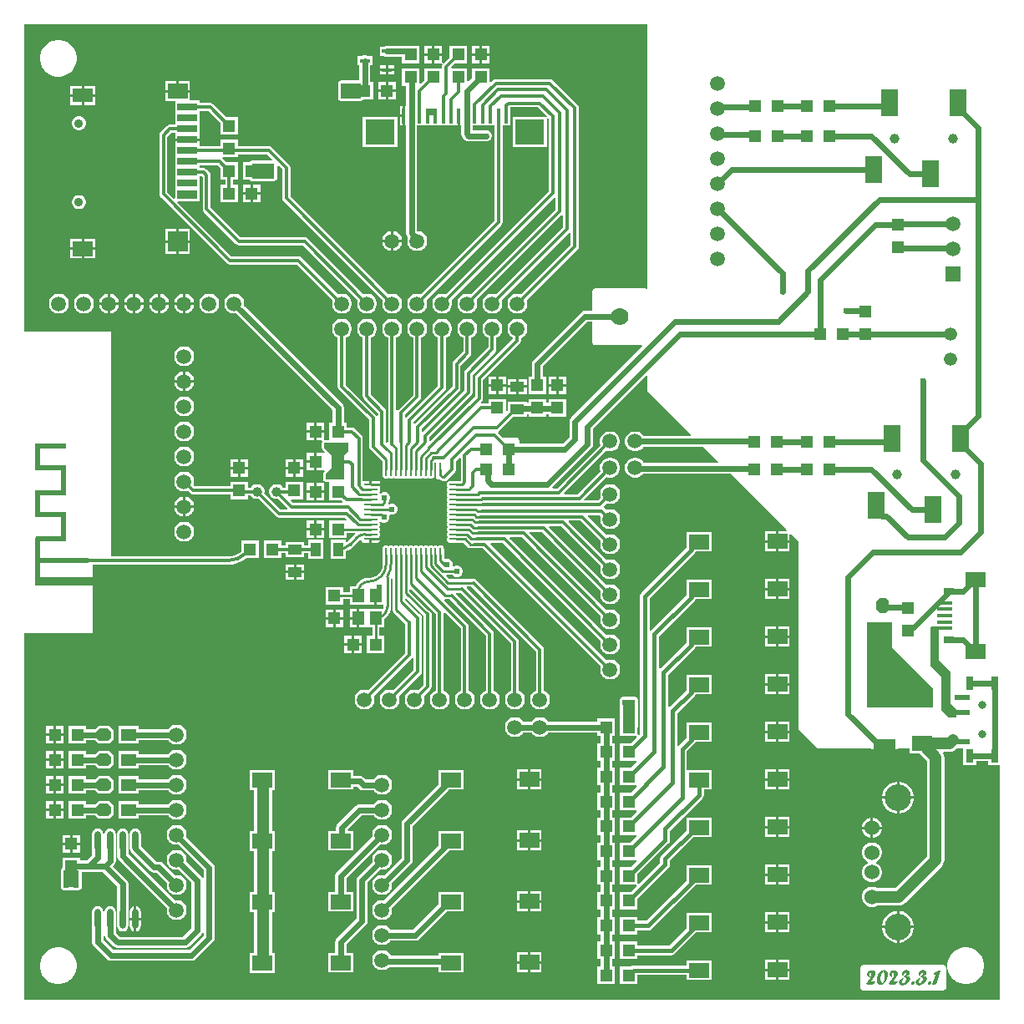
<source format=gtl>
G04*
G04 #@! TF.GenerationSoftware,Altium Limited,Altium Designer,21.9.2 (33)*
G04*
G04 Layer_Physical_Order=1*
G04 Layer_Color=255*
%FSLAX25Y25*%
%MOIN*%
G70*
G04*
G04 #@! TF.SameCoordinates,66518ADA-414C-4047-A028-89B1228E7E92*
G04*
G04*
G04 #@! TF.FilePolarity,Positive*
G04*
G01*
G75*
%ADD11C,0.01200*%
%ADD19C,0.00900*%
%ADD21R,0.01968X0.03543*%
%ADD22R,0.01968X0.01968*%
%ADD23R,0.05000X0.05000*%
%ADD24R,0.05000X0.05000*%
%ADD25R,0.07087X0.10827*%
%ADD26R,0.08661X0.08661*%
G04:AMPARAMS|DCode=27|XSize=60mil|YSize=50mil|CornerRadius=0mil|HoleSize=0mil|Usage=FLASHONLY|Rotation=90.000|XOffset=0mil|YOffset=0mil|HoleType=Round|Shape=Octagon|*
%AMOCTAGOND27*
4,1,8,0.01250,0.03000,-0.01250,0.03000,-0.02500,0.01750,-0.02500,-0.01750,-0.01250,-0.03000,0.01250,-0.03000,0.02500,-0.01750,0.02500,0.01750,0.01250,0.03000,0.0*
%
%ADD27OCTAGOND27*%

%ADD28R,0.05000X0.06000*%
%ADD29R,0.06299X0.01575*%
%ADD30R,0.03937X0.01772*%
%ADD31O,0.05512X0.00900*%
%ADD32O,0.00900X0.05512*%
%ADD33O,0.05512X0.00900*%
%ADD34R,0.05512X0.00900*%
%ADD35O,0.00900X0.05512*%
%ADD36O,0.02400X0.08000*%
%ADD37R,0.05906X0.02362*%
%ADD38R,0.03150X0.05512*%
%ADD39R,0.07874X0.05906*%
%ADD40R,0.07874X0.03150*%
%ADD41R,0.07874X0.03347*%
%ADD42R,0.07874X0.05906*%
%ADD43R,0.07874X0.07874*%
%ADD44R,0.07874X0.05512*%
%ADD45R,0.08000X0.06000*%
%ADD46R,0.04800X0.05600*%
%ADD47R,0.04000X0.05500*%
G04:AMPARAMS|DCode=48|XSize=60mil|YSize=50mil|CornerRadius=0mil|HoleSize=0mil|Usage=FLASHONLY|Rotation=180.000|XOffset=0mil|YOffset=0mil|HoleType=Round|Shape=Octagon|*
%AMOCTAGOND48*
4,1,8,-0.03000,0.01250,-0.03000,-0.01250,-0.01750,-0.02500,0.01750,-0.02500,0.03000,-0.01250,0.03000,0.01250,0.01750,0.02500,-0.01750,0.02500,-0.03000,0.01250,0.0*
%
%ADD48OCTAGOND48*%

%ADD49R,0.06000X0.05000*%
%ADD50R,0.01181X0.05906*%
%ADD51R,0.11811X0.09843*%
%ADD52R,0.05500X0.04000*%
%ADD54C,0.01968*%
%ADD98C,0.02400*%
%ADD99C,0.01800*%
%ADD100C,0.04800*%
%ADD101R,0.12362X0.01969*%
%ADD102R,0.01968X0.10634*%
%ADD103R,0.12362X0.01973*%
%ADD104R,0.01968X0.11811*%
%ADD105R,0.21260X0.03539*%
%ADD106R,0.18928X0.01973*%
%ADD107R,0.12362X0.01969*%
%ADD108R,0.01965X0.10630*%
%ADD109R,0.12000X0.06500*%
%ADD110R,0.03000X0.03500*%
%ADD111R,0.05000X0.11000*%
%ADD112R,0.05000X0.73000*%
%ADD113R,0.06000X0.07000*%
%ADD114R,0.09000X0.06000*%
%ADD115R,0.02949X0.03000*%
%ADD116R,0.08000X0.06000*%
%ADD117R,0.10000X0.34100*%
%ADD118C,0.05906*%
%ADD119C,0.03937*%
%ADD120R,0.03937X0.03150*%
%ADD121C,0.07000*%
%ADD122C,0.03150*%
%ADD123C,0.06000*%
%ADD124C,0.10630*%
%ADD125C,0.05248*%
%ADD126C,0.03543*%
%ADD127R,0.05906X0.05906*%
%ADD128C,0.02400*%
G36*
X251000Y286135D02*
X250500Y285869D01*
X250390Y285942D01*
X250000Y286020D01*
X230000D01*
X229610Y285942D01*
X229279Y285721D01*
X229058Y285390D01*
X228980Y285000D01*
Y277243D01*
X226000D01*
X225142Y277072D01*
X224414Y276586D01*
X205414Y257586D01*
X204928Y256858D01*
X204757Y256000D01*
Y251000D01*
X203500D01*
Y244000D01*
X210500D01*
Y251000D01*
X209243D01*
Y255071D01*
X226929Y272757D01*
X228980D01*
Y264500D01*
X229058Y264110D01*
X229279Y263779D01*
X229610Y263558D01*
X230000Y263480D01*
X248655D01*
X248846Y263018D01*
X220414Y234586D01*
X219928Y233858D01*
X219757Y233000D01*
Y226929D01*
X217071Y224243D01*
X199720D01*
Y225600D01*
X199642Y225990D01*
X199421Y226321D01*
X199090Y226542D01*
X198700Y226620D01*
X193187D01*
X191332Y228475D01*
X191351Y228701D01*
X191436Y229025D01*
X191449Y229043D01*
X191903Y229346D01*
X197557Y235000D01*
X202750D01*
Y236007D01*
X203500D01*
Y235000D01*
X210500D01*
Y236007D01*
X211500D01*
Y235000D01*
X218500D01*
Y242000D01*
X211500D01*
Y240493D01*
X210500D01*
Y242000D01*
X203500D01*
Y240493D01*
X202750D01*
Y241000D01*
X195250D01*
Y237384D01*
X194984Y237172D01*
X194500Y237387D01*
Y242000D01*
X187500D01*
Y240131D01*
X184645D01*
X184442Y240501D01*
X184424Y240617D01*
X184853Y241047D01*
X185207Y241576D01*
X185331Y242200D01*
Y249524D01*
X187136Y251329D01*
X187500Y250986D01*
X187500Y250506D01*
Y248000D01*
X190500D01*
Y251000D01*
X188000D01*
X187514Y251000D01*
X187171Y251364D01*
X199901Y264094D01*
X200254Y264623D01*
X200379Y265247D01*
Y266277D01*
X200526Y266317D01*
X201427Y266837D01*
X202163Y267573D01*
X202683Y268474D01*
X202953Y269480D01*
Y270520D01*
X202683Y271526D01*
X202163Y272427D01*
X201427Y273163D01*
X200526Y273683D01*
X199520Y273953D01*
X198480D01*
X197474Y273683D01*
X196573Y273163D01*
X195837Y272427D01*
X195317Y271526D01*
X195047Y270520D01*
Y269480D01*
X195317Y268474D01*
X195837Y267573D01*
X196573Y266837D01*
X197116Y266524D01*
Y265923D01*
X182546Y251354D01*
X182193Y250824D01*
X182069Y250200D01*
Y242876D01*
X164331Y225138D01*
X163831Y225345D01*
Y226624D01*
X180553Y243347D01*
X180907Y243876D01*
X181031Y244500D01*
Y251524D01*
X190154Y260647D01*
X190507Y261176D01*
X190631Y261800D01*
Y266378D01*
X191427Y266837D01*
X192163Y267573D01*
X192683Y268474D01*
X192953Y269480D01*
Y270520D01*
X192683Y271526D01*
X192163Y272427D01*
X191427Y273163D01*
X190526Y273683D01*
X189520Y273953D01*
X188480D01*
X187474Y273683D01*
X186573Y273163D01*
X185837Y272427D01*
X185317Y271526D01*
X185047Y270520D01*
Y269480D01*
X185317Y268474D01*
X185837Y267573D01*
X186573Y266837D01*
X187369Y266378D01*
Y262476D01*
X178246Y253354D01*
X177893Y252824D01*
X177769Y252200D01*
Y245176D01*
X161331Y228738D01*
X160831Y228945D01*
Y230124D01*
X175854Y245146D01*
X176207Y245676D01*
X176331Y246300D01*
Y255324D01*
X180154Y259146D01*
X180507Y259676D01*
X180631Y260300D01*
Y266378D01*
X181427Y266837D01*
X182163Y267573D01*
X182683Y268474D01*
X182953Y269480D01*
Y270520D01*
X182683Y271526D01*
X182163Y272427D01*
X181427Y273163D01*
X180526Y273683D01*
X179520Y273953D01*
X178480D01*
X177474Y273683D01*
X176573Y273163D01*
X175837Y272427D01*
X175317Y271526D01*
X175047Y270520D01*
Y269480D01*
X175317Y268474D01*
X175837Y267573D01*
X176573Y266837D01*
X177369Y266378D01*
Y260976D01*
X173547Y257154D01*
X173193Y256624D01*
X173069Y256000D01*
Y246976D01*
X158131Y232038D01*
X157802Y232118D01*
X157631Y232232D01*
Y232724D01*
X170124Y245217D01*
X170478Y245747D01*
X170602Y246371D01*
Y266378D01*
X171398Y266837D01*
X172134Y267573D01*
X172654Y268474D01*
X172924Y269480D01*
Y270520D01*
X172654Y271526D01*
X172134Y272427D01*
X171398Y273163D01*
X170497Y273683D01*
X169491Y273953D01*
X168450D01*
X167445Y273683D01*
X166544Y273163D01*
X165808Y272427D01*
X165287Y271526D01*
X165018Y270520D01*
Y269480D01*
X165287Y268474D01*
X165808Y267573D01*
X166544Y266837D01*
X167340Y266378D01*
Y247047D01*
X154847Y234554D01*
X154731Y234381D01*
X154231Y234533D01*
Y235724D01*
X160153Y241647D01*
X160507Y242176D01*
X160631Y242800D01*
Y266378D01*
X161427Y266837D01*
X162163Y267573D01*
X162683Y268474D01*
X162953Y269480D01*
Y270520D01*
X162683Y271526D01*
X162163Y272427D01*
X161427Y273163D01*
X160526Y273683D01*
X159520Y273953D01*
X158480D01*
X157474Y273683D01*
X156573Y273163D01*
X155837Y272427D01*
X155317Y271526D01*
X155047Y270520D01*
Y269480D01*
X155317Y268474D01*
X155837Y267573D01*
X156573Y266837D01*
X157369Y266378D01*
Y243476D01*
X151446Y237554D01*
X151398Y237481D01*
X150728Y237379D01*
X150631Y237457D01*
Y266378D01*
X151427Y266837D01*
X152163Y267573D01*
X152683Y268474D01*
X152953Y269480D01*
Y270520D01*
X152683Y271526D01*
X152163Y272427D01*
X151427Y273163D01*
X150526Y273683D01*
X149520Y273953D01*
X148480D01*
X147474Y273683D01*
X146573Y273163D01*
X145837Y272427D01*
X145317Y271526D01*
X145047Y270520D01*
Y269480D01*
X145317Y268474D01*
X145837Y267573D01*
X146573Y266837D01*
X147369Y266378D01*
Y224920D01*
X146869Y224673D01*
X146631Y224854D01*
Y237000D01*
X146507Y237624D01*
X146153Y238154D01*
X140602Y243705D01*
Y266378D01*
X141398Y266837D01*
X142134Y267573D01*
X142654Y268474D01*
X142924Y269480D01*
Y270520D01*
X142654Y271526D01*
X142134Y272427D01*
X141398Y273163D01*
X140497Y273683D01*
X139491Y273953D01*
X138451D01*
X137445Y273683D01*
X136544Y273163D01*
X135808Y272427D01*
X135287Y271526D01*
X135018Y270520D01*
Y269480D01*
X135287Y268474D01*
X135808Y267573D01*
X136544Y266837D01*
X137339Y266378D01*
Y243029D01*
X137464Y242405D01*
X137817Y241876D01*
X143369Y236324D01*
Y235383D01*
X142869Y235232D01*
X142654Y235554D01*
X130602Y247605D01*
Y266378D01*
X131398Y266837D01*
X132134Y267573D01*
X132654Y268474D01*
X132924Y269480D01*
Y270520D01*
X132654Y271526D01*
X132134Y272427D01*
X131398Y273163D01*
X130497Y273683D01*
X129491Y273953D01*
X128451D01*
X127445Y273683D01*
X126544Y273163D01*
X125808Y272427D01*
X125287Y271526D01*
X125018Y270520D01*
Y269480D01*
X125287Y268474D01*
X125808Y267573D01*
X126544Y266837D01*
X127339Y266378D01*
Y246929D01*
X127464Y246305D01*
X127817Y245776D01*
X139869Y233724D01*
Y223000D01*
X139993Y222376D01*
X140347Y221847D01*
X143347Y218847D01*
X143876Y218493D01*
X143927Y218483D01*
X145175Y217234D01*
Y211670D01*
X145288Y211105D01*
X145608Y210625D01*
X146088Y210305D01*
X146653Y210192D01*
X147219Y210305D01*
X147638Y210584D01*
X148056Y210305D01*
X148622Y210192D01*
X149188Y210305D01*
X149606Y210584D01*
X150025Y210305D01*
X150591Y210192D01*
X151156Y210305D01*
X151575Y210584D01*
X151993Y210305D01*
X152559Y210192D01*
X153125Y210305D01*
X153543Y210584D01*
X153962Y210305D01*
X154527Y210192D01*
X155093Y210305D01*
X155512Y210584D01*
X155930Y210305D01*
X156496Y210192D01*
X157062Y210305D01*
X157480Y210584D01*
X157899Y210305D01*
X158465Y210192D01*
X159030Y210305D01*
X159449Y210584D01*
X159867Y210305D01*
X160433Y210192D01*
X160999Y210305D01*
X161417Y210584D01*
X161836Y210305D01*
X162401Y210192D01*
X162967Y210305D01*
X163386Y210584D01*
X163804Y210305D01*
X164370Y210192D01*
X164936Y210305D01*
X165354Y210584D01*
X165773Y210305D01*
X165839Y210292D01*
Y211620D01*
X165849Y211670D01*
Y213976D01*
X166580D01*
Y210900D01*
X166658Y210510D01*
X166808Y210285D01*
X166808Y210285D01*
X166879Y210179D01*
X167210Y209958D01*
X167600Y209880D01*
X168006D01*
X168130Y209757D01*
X168609Y209437D01*
X169118Y209335D01*
X169178Y209296D01*
X169803Y209171D01*
X170427Y209296D01*
X170956Y209649D01*
X174153Y212846D01*
X174507Y213376D01*
X174631Y214000D01*
Y217213D01*
X175907Y218488D01*
X176369Y218297D01*
Y209224D01*
X176300Y209156D01*
X172300D01*
X171735Y209043D01*
X171255Y208723D01*
X170934Y208243D01*
X170822Y207677D01*
X170934Y207111D01*
X171214Y206693D01*
X170934Y206274D01*
X170822Y205709D01*
X170934Y205143D01*
X171214Y204724D01*
X170934Y204306D01*
X170822Y203740D01*
X170934Y203174D01*
X171214Y202756D01*
X170934Y202337D01*
X170822Y201772D01*
X170934Y201206D01*
X171214Y200787D01*
X170934Y200369D01*
X170822Y199803D01*
X170934Y199237D01*
X171214Y198819D01*
X170934Y198400D01*
X170822Y197835D01*
X170934Y197269D01*
X171214Y196850D01*
X170934Y196432D01*
X170822Y195866D01*
X170934Y195300D01*
X171214Y194882D01*
X170934Y194463D01*
X170822Y193898D01*
X170934Y193332D01*
X171214Y192913D01*
X170934Y192495D01*
X170822Y191929D01*
X170934Y191363D01*
X171214Y190945D01*
X170934Y190526D01*
X170822Y189961D01*
X170934Y189395D01*
X171214Y188976D01*
X170934Y188558D01*
X170822Y187992D01*
X170934Y187426D01*
X171214Y187008D01*
X170934Y186589D01*
X170822Y186024D01*
X170934Y185458D01*
X171255Y184978D01*
X171735Y184658D01*
X172300Y184545D01*
X177464D01*
X179055Y182955D01*
X179534Y182634D01*
X180100Y182522D01*
X181133D01*
X181176Y182493D01*
X181800Y182369D01*
X185324D01*
X232285Y135408D01*
X232047Y134520D01*
Y133480D01*
X232317Y132474D01*
X232837Y131573D01*
X233573Y130837D01*
X234474Y130317D01*
X235480Y130047D01*
X236520D01*
X237526Y130317D01*
X238427Y130837D01*
X239163Y131573D01*
X239683Y132474D01*
X239953Y133480D01*
Y134520D01*
X239683Y135526D01*
X239163Y136427D01*
X238427Y137163D01*
X237526Y137683D01*
X236520Y137953D01*
X235480D01*
X234592Y137715D01*
X188200Y184107D01*
X188392Y184569D01*
X193124D01*
X232285Y145408D01*
X232047Y144520D01*
Y143480D01*
X232317Y142474D01*
X232837Y141573D01*
X233573Y140837D01*
X234474Y140317D01*
X235480Y140047D01*
X236520D01*
X237526Y140317D01*
X238427Y140837D01*
X239163Y141573D01*
X239683Y142474D01*
X239953Y143480D01*
Y144520D01*
X239683Y145526D01*
X239163Y146427D01*
X238427Y147163D01*
X237526Y147683D01*
X236520Y147953D01*
X235480D01*
X234592Y147715D01*
X196000Y186307D01*
X196192Y186769D01*
X200924D01*
X232285Y155408D01*
X232047Y154520D01*
Y153480D01*
X232317Y152474D01*
X232837Y151573D01*
X233573Y150837D01*
X234474Y150317D01*
X235480Y150047D01*
X236520D01*
X237526Y150317D01*
X238427Y150837D01*
X239163Y151573D01*
X239683Y152474D01*
X239953Y153480D01*
Y154520D01*
X239683Y155526D01*
X239163Y156427D01*
X238427Y157163D01*
X237526Y157683D01*
X236520Y157953D01*
X235480D01*
X234592Y157715D01*
X203800Y188507D01*
X203992Y188969D01*
X208724D01*
X232285Y165408D01*
X232047Y164520D01*
Y163480D01*
X232317Y162474D01*
X232837Y161573D01*
X233573Y160837D01*
X234474Y160317D01*
X235480Y160047D01*
X236520D01*
X237526Y160317D01*
X238427Y160837D01*
X239163Y161573D01*
X239683Y162474D01*
X239953Y163480D01*
Y164520D01*
X239683Y165526D01*
X239163Y166427D01*
X238427Y167163D01*
X237526Y167683D01*
X236520Y167953D01*
X235480D01*
X234592Y167715D01*
X211600Y190707D01*
X211792Y191169D01*
X216524D01*
X232285Y175408D01*
X232047Y174520D01*
Y173480D01*
X232317Y172474D01*
X232837Y171573D01*
X233573Y170837D01*
X234474Y170317D01*
X235480Y170047D01*
X236520D01*
X237526Y170317D01*
X238427Y170837D01*
X239163Y171573D01*
X239683Y172474D01*
X239953Y173480D01*
Y174520D01*
X239683Y175526D01*
X239163Y176427D01*
X238427Y177163D01*
X237526Y177683D01*
X236520Y177953D01*
X235480D01*
X234592Y177715D01*
X219400Y192907D01*
X219592Y193369D01*
X224324D01*
X232285Y185408D01*
X232047Y184520D01*
Y183480D01*
X232317Y182474D01*
X232837Y181573D01*
X233573Y180837D01*
X234474Y180317D01*
X235480Y180047D01*
X236520D01*
X237526Y180317D01*
X238427Y180837D01*
X239163Y181573D01*
X239683Y182474D01*
X239953Y183480D01*
Y184520D01*
X239683Y185526D01*
X239163Y186427D01*
X238427Y187163D01*
X237526Y187683D01*
X236520Y187953D01*
X235480D01*
X234592Y187715D01*
X227100Y195207D01*
X227292Y195669D01*
X231883D01*
X232255Y195297D01*
X232047Y194520D01*
Y193480D01*
X232317Y192474D01*
X232837Y191573D01*
X233573Y190837D01*
X234474Y190317D01*
X235480Y190047D01*
X236520D01*
X237526Y190317D01*
X238427Y190837D01*
X239163Y191573D01*
X239683Y192474D01*
X239953Y193480D01*
Y194520D01*
X239683Y195526D01*
X239163Y196427D01*
X238427Y197163D01*
X237526Y197683D01*
X236520Y197953D01*
X235480D01*
X234481Y197685D01*
X233722Y198444D01*
X233716Y198448D01*
X233713Y198453D01*
X233566Y198552D01*
X233502Y199195D01*
X234592Y200285D01*
X235480Y200047D01*
X236520D01*
X237526Y200317D01*
X238427Y200837D01*
X239163Y201573D01*
X239683Y202474D01*
X239953Y203480D01*
Y204520D01*
X239683Y205526D01*
X239163Y206427D01*
X238427Y207163D01*
X237526Y207683D01*
X236520Y207953D01*
X235480D01*
X234474Y207683D01*
X233573Y207163D01*
X232837Y206427D01*
X232317Y205526D01*
X232047Y204520D01*
Y203480D01*
X232285Y202592D01*
X231127Y201434D01*
X225797D01*
X225605Y201897D01*
X234523Y210814D01*
X235410Y210576D01*
X236451D01*
X237456Y210846D01*
X238358Y211366D01*
X239094Y212102D01*
X239614Y213003D01*
X239883Y214009D01*
Y215050D01*
X239614Y216055D01*
X239094Y216956D01*
X238358Y217692D01*
X237456Y218213D01*
X236451Y218482D01*
X235410D01*
X234405Y218213D01*
X233504Y217692D01*
X232768Y216956D01*
X232247Y216055D01*
X231978Y215050D01*
Y214009D01*
X232216Y213121D01*
X223026Y203931D01*
X217825D01*
X217633Y204393D01*
X234554Y221314D01*
X235442Y221076D01*
X236483D01*
X237488Y221346D01*
X238389Y221866D01*
X239125Y222602D01*
X239646Y223503D01*
X239915Y224509D01*
Y225550D01*
X239646Y226555D01*
X239125Y227456D01*
X238389Y228192D01*
X237488Y228713D01*
X236483Y228982D01*
X235442D01*
X234436Y228713D01*
X233535Y228192D01*
X232799Y227456D01*
X232279Y226555D01*
X232010Y225550D01*
Y224509D01*
X232247Y223621D01*
X214857Y206231D01*
X213111D01*
X212904Y206731D01*
X228586Y222414D01*
X229072Y223142D01*
X229243Y224000D01*
Y230071D01*
X250538Y251366D01*
X251000Y251174D01*
Y245063D01*
X268343Y227720D01*
X268152Y227258D01*
X249240D01*
X249125Y227456D01*
X248389Y228192D01*
X247488Y228713D01*
X246483Y228982D01*
X245442D01*
X244437Y228713D01*
X243535Y228192D01*
X242799Y227456D01*
X242279Y226555D01*
X242009Y225550D01*
Y224509D01*
X242279Y223503D01*
X242799Y222602D01*
X243535Y221866D01*
X244437Y221346D01*
X245442Y221076D01*
X246483D01*
X247488Y221346D01*
X248389Y221866D01*
X249125Y222602D01*
X249223Y222772D01*
X273291D01*
X279093Y216970D01*
X278902Y216508D01*
X249353D01*
X249094Y216956D01*
X248358Y217692D01*
X247456Y218213D01*
X246451Y218482D01*
X245410D01*
X244405Y218213D01*
X243504Y217692D01*
X242768Y216956D01*
X242247Y216055D01*
X241978Y215050D01*
Y214009D01*
X242247Y213003D01*
X242768Y212102D01*
X243504Y211366D01*
X244405Y210846D01*
X245410Y210576D01*
X246451D01*
X247456Y210846D01*
X248358Y211366D01*
X249013Y212021D01*
X284042D01*
X306570Y189493D01*
X306378Y189031D01*
X303231D01*
Y185579D01*
X307668D01*
Y187741D01*
X308130Y187933D01*
X311024Y185039D01*
Y110236D01*
X318898Y102362D01*
X340169D01*
Y102189D01*
X345500D01*
X350831D01*
Y102362D01*
X355376D01*
Y100612D01*
X359532D01*
X359551Y100587D01*
X362571Y97567D01*
Y59421D01*
X349863Y46713D01*
X342560D01*
X342044Y47011D01*
X341027Y47284D01*
X339973D01*
X338956Y47011D01*
X338044Y46484D01*
X337299Y45739D01*
X336773Y44827D01*
X336500Y43810D01*
Y42757D01*
X336773Y41739D01*
X337299Y40827D01*
X338044Y40083D01*
X338956Y39556D01*
X339973Y39283D01*
X341027D01*
X342044Y39556D01*
X342560Y39854D01*
X351284D01*
X352171Y39971D01*
X352998Y40314D01*
X353708Y40859D01*
X368425Y55575D01*
X368970Y56285D01*
X369313Y57112D01*
X369429Y58000D01*
Y98988D01*
X369313Y99875D01*
X368970Y100702D01*
X368946Y100734D01*
X369167Y101182D01*
X371612D01*
X372499Y101299D01*
X373326Y101642D01*
X374037Y102187D01*
X374212Y102362D01*
X377004D01*
Y95874D01*
X382154D01*
Y97387D01*
X386846D01*
Y95874D01*
X391458D01*
Y2243D01*
X2243D01*
Y148500D01*
X29500D01*
Y175865D01*
X83554D01*
Y175860D01*
X85374Y176003D01*
X87150Y176430D01*
X88836Y177128D01*
X90393Y178082D01*
X90882Y178500D01*
X95700D01*
Y185500D01*
X88700D01*
Y180917D01*
X88215Y180520D01*
X86765Y179744D01*
X85191Y179267D01*
X83627Y179113D01*
X83554Y179127D01*
X37000D01*
Y269000D01*
X2243D01*
Y391458D01*
X251000D01*
Y286135D01*
D02*
G37*
G36*
X364800Y126600D02*
Y118800D01*
X348200D01*
Y143200D01*
X364800Y126600D01*
D02*
G37*
G36*
X367200Y137700D02*
X372000Y132900D01*
Y120400D01*
X374100Y118300D01*
Y115000D01*
X370916D01*
X368100Y117816D01*
Y131200D01*
X364000Y135300D01*
Y151000D01*
X364100Y151100D01*
X367200D01*
Y137700D01*
D02*
G37*
%LPC*%
G36*
X187900Y383000D02*
X184900D01*
Y380000D01*
X187900D01*
Y383000D01*
D02*
G37*
G36*
X183900D02*
X180900D01*
Y380000D01*
X183900D01*
Y383000D01*
D02*
G37*
G36*
X169000D02*
X166000D01*
Y380000D01*
X169000D01*
Y383000D01*
D02*
G37*
G36*
X165000D02*
X162000D01*
Y380000D01*
X165000D01*
Y383000D01*
D02*
G37*
G36*
X187900Y379000D02*
X184900D01*
Y376000D01*
X187900D01*
Y379000D01*
D02*
G37*
G36*
X183900D02*
X180900D01*
Y376000D01*
X183900D01*
Y379000D01*
D02*
G37*
G36*
X160000Y383000D02*
X153000D01*
Y382983D01*
X147000D01*
X146142Y382812D01*
X145862Y382626D01*
X144032D01*
Y378854D01*
X145862D01*
X146142Y378668D01*
X147000Y378497D01*
X153000D01*
Y376000D01*
X160000D01*
Y383000D01*
D02*
G37*
G36*
X165000Y379000D02*
X162000D01*
Y376000D01*
X165000D01*
Y379000D01*
D02*
G37*
G36*
X178900Y383000D02*
X171900D01*
Y378307D01*
X169434Y375841D01*
X169000Y376114D01*
X169000Y376463D01*
Y379000D01*
X166000D01*
Y376000D01*
X168515D01*
X168910Y376000D01*
X169245Y375601D01*
X168993Y375224D01*
X168869Y374600D01*
Y374000D01*
X162000D01*
Y369307D01*
X160462Y367769D01*
X160000Y367960D01*
Y374000D01*
X153000D01*
Y367000D01*
X154509D01*
Y358953D01*
X154103D01*
Y355000D01*
Y351047D01*
X154509D01*
Y308197D01*
X154680Y307338D01*
X155166Y306610D01*
X155303Y306474D01*
X155047Y305520D01*
Y304480D01*
X155317Y303474D01*
X155837Y302573D01*
X156573Y301837D01*
X157474Y301317D01*
X158480Y301047D01*
X159520D01*
X160526Y301317D01*
X161427Y301837D01*
X162163Y302573D01*
X162683Y303474D01*
X162953Y304480D01*
Y305520D01*
X162683Y306526D01*
X162163Y307427D01*
X161427Y308163D01*
X160526Y308683D01*
X159520Y308953D01*
X159168D01*
X158995Y309126D01*
Y351047D01*
X175150D01*
Y355000D01*
X176150D01*
Y351047D01*
X176556D01*
Y347701D01*
X176727Y346843D01*
X177213Y346115D01*
X177914Y345414D01*
X178098Y345291D01*
X178254Y345135D01*
X178458Y345050D01*
X178642Y344928D01*
X178858Y344884D01*
X179062Y344800D01*
X179283D01*
X179500Y344757D01*
X186500D01*
X186717Y344800D01*
X186938D01*
X187142Y344884D01*
X187358Y344928D01*
X187542Y345050D01*
X187746Y345135D01*
X187902Y345291D01*
X188086Y345414D01*
X188209Y345598D01*
X188365Y345754D01*
X188450Y345958D01*
X188572Y346142D01*
X188616Y346358D01*
X188700Y346562D01*
Y346783D01*
X188743Y347000D01*
X188700Y347217D01*
Y347438D01*
X188616Y347642D01*
X188572Y347858D01*
X188450Y348042D01*
X188365Y348246D01*
X188209Y348402D01*
X188086Y348586D01*
X187902Y348709D01*
X187746Y348865D01*
X187542Y348950D01*
X187358Y349072D01*
X187142Y349115D01*
X186938Y349200D01*
X186717D01*
X186500Y349243D01*
X181042D01*
Y351047D01*
X189767D01*
Y313074D01*
X160408Y283715D01*
X159520Y283953D01*
X158480D01*
X157474Y283683D01*
X156573Y283163D01*
X155837Y282427D01*
X155317Y281526D01*
X155047Y280520D01*
Y279480D01*
X155317Y278474D01*
X155837Y277573D01*
X156573Y276837D01*
X157474Y276317D01*
X158480Y276047D01*
X159520D01*
X160526Y276317D01*
X161427Y276837D01*
X162163Y277573D01*
X162683Y278474D01*
X162953Y279480D01*
Y280520D01*
X162715Y281408D01*
X192552Y311245D01*
X192905Y311774D01*
X193029Y312398D01*
Y351047D01*
X196138D01*
Y354795D01*
X196178Y355000D01*
Y358369D01*
X207324D01*
X210767Y354926D01*
X210560Y354426D01*
X197082D01*
Y342584D01*
X210894D01*
Y353698D01*
X211393Y353956D01*
X211569Y353831D01*
Y324905D01*
X170379Y283715D01*
X169491Y283953D01*
X168450D01*
X167445Y283683D01*
X166544Y283163D01*
X165808Y282427D01*
X165287Y281526D01*
X165018Y280520D01*
Y279480D01*
X165287Y278474D01*
X165808Y277573D01*
X166544Y276837D01*
X167445Y276317D01*
X168450Y276047D01*
X169491D01*
X170497Y276317D01*
X171398Y276837D01*
X172134Y277573D01*
X172654Y278474D01*
X172924Y279480D01*
Y280520D01*
X172686Y281408D01*
X213807Y322529D01*
X214269Y322337D01*
Y317576D01*
X180408Y283715D01*
X179520Y283953D01*
X178480D01*
X177474Y283683D01*
X176573Y283163D01*
X175837Y282427D01*
X175317Y281526D01*
X175047Y280520D01*
Y279480D01*
X175317Y278474D01*
X175837Y277573D01*
X176573Y276837D01*
X177474Y276317D01*
X178480Y276047D01*
X179520D01*
X180526Y276317D01*
X181427Y276837D01*
X182163Y277573D01*
X182683Y278474D01*
X182953Y279480D01*
Y280520D01*
X182715Y281408D01*
X216669Y315362D01*
X217169Y315155D01*
Y310476D01*
X190408Y283715D01*
X189520Y283953D01*
X188480D01*
X187474Y283683D01*
X186573Y283163D01*
X185837Y282427D01*
X185317Y281526D01*
X185047Y280520D01*
Y279480D01*
X185317Y278474D01*
X185837Y277573D01*
X186573Y276837D01*
X187474Y276317D01*
X188480Y276047D01*
X189520D01*
X190526Y276317D01*
X191427Y276837D01*
X192163Y277573D01*
X192683Y278474D01*
X192953Y279480D01*
Y280520D01*
X192715Y281408D01*
X219769Y308462D01*
X220269Y308255D01*
Y303576D01*
X200408Y283715D01*
X199520Y283953D01*
X198480D01*
X197474Y283683D01*
X196573Y283163D01*
X195837Y282427D01*
X195317Y281526D01*
X195047Y280520D01*
Y279480D01*
X195317Y278474D01*
X195837Y277573D01*
X196573Y276837D01*
X197474Y276317D01*
X198480Y276047D01*
X199520D01*
X200526Y276317D01*
X201427Y276837D01*
X202163Y277573D01*
X202683Y278474D01*
X202953Y279480D01*
Y280520D01*
X202715Y281408D01*
X223054Y301747D01*
X223407Y302276D01*
X223531Y302900D01*
Y358100D01*
X223407Y358724D01*
X223054Y359254D01*
X213154Y369153D01*
X212624Y369507D01*
X212000Y369631D01*
X190400D01*
X189776Y369507D01*
X189246Y369153D01*
X188362Y368269D01*
X187900Y368460D01*
Y374000D01*
X180900D01*
Y370172D01*
X179362Y368634D01*
X178900Y368826D01*
Y374000D01*
X172860D01*
X172669Y374462D01*
X174207Y376000D01*
X178900D01*
Y383000D01*
D02*
G37*
G36*
X149969Y375146D02*
X147500D01*
Y373760D01*
X149969D01*
Y375146D01*
D02*
G37*
G36*
X146500D02*
X144032D01*
Y373760D01*
X146500D01*
Y375146D01*
D02*
G37*
G36*
X149969Y372760D02*
X147500D01*
Y371374D01*
X149969D01*
Y372760D01*
D02*
G37*
G36*
X146500D02*
X144032D01*
Y371374D01*
X146500D01*
Y372760D01*
D02*
G37*
G36*
X16467Y385252D02*
X15029D01*
X13619Y384971D01*
X12291Y384421D01*
X11095Y383622D01*
X10078Y382606D01*
X9280Y381410D01*
X8729Y380082D01*
X8449Y378672D01*
Y377234D01*
X8729Y375824D01*
X9280Y374495D01*
X10078Y373300D01*
X11095Y372283D01*
X12291Y371484D01*
X13619Y370934D01*
X15029Y370654D01*
X16467D01*
X17877Y370934D01*
X19206Y371484D01*
X20401Y372283D01*
X21418Y373300D01*
X22217Y374495D01*
X22767Y375824D01*
X23047Y377234D01*
Y378672D01*
X22767Y380082D01*
X22217Y381410D01*
X21418Y382606D01*
X20401Y383622D01*
X19206Y384421D01*
X17877Y384971D01*
X16467Y385252D01*
D02*
G37*
G36*
X138071Y379243D02*
X137213Y379072D01*
X136933Y378886D01*
X135102D01*
Y375114D01*
X135792D01*
Y369020D01*
X131373D01*
X130938Y369200D01*
X130062D01*
X129627Y369020D01*
X128500D01*
X128110Y368942D01*
X127779Y368721D01*
X127558Y368390D01*
X127480Y368000D01*
Y362000D01*
X127558Y361610D01*
X127779Y361279D01*
X128110Y361058D01*
X128500Y360980D01*
X129627D01*
X130062Y360800D01*
X130938D01*
X131373Y360980D01*
X136500D01*
X136890Y361058D01*
X137221Y361279D01*
X137369Y361500D01*
X141500D01*
Y368500D01*
X140278D01*
Y375114D01*
X141039D01*
Y378886D01*
X139208D01*
X138929Y379072D01*
X138071Y379243D01*
D02*
G37*
G36*
X150500Y368500D02*
X147500D01*
Y365500D01*
X150500D01*
Y368500D01*
D02*
G37*
G36*
X146500D02*
X143500D01*
Y365500D01*
X146500D01*
Y368500D01*
D02*
G37*
G36*
X68307Y368748D02*
X63870D01*
Y365295D01*
X68307D01*
Y368748D01*
D02*
G37*
G36*
X62870D02*
X58433D01*
Y365295D01*
X62870D01*
Y368748D01*
D02*
G37*
G36*
X30512Y366780D02*
X26075D01*
Y363524D01*
X30512D01*
Y366780D01*
D02*
G37*
G36*
X25075D02*
X20638D01*
Y363524D01*
X25075D01*
Y366780D01*
D02*
G37*
G36*
X150500Y364500D02*
X147500D01*
Y361500D01*
X150500D01*
Y364500D01*
D02*
G37*
G36*
X146500D02*
X143500D01*
Y361500D01*
X146500D01*
Y364500D01*
D02*
G37*
G36*
X30512Y362524D02*
X26075D01*
Y359268D01*
X30512D01*
Y362524D01*
D02*
G37*
G36*
X25075D02*
X20638D01*
Y359268D01*
X25075D01*
Y362524D01*
D02*
G37*
G36*
X153103Y358953D02*
X152012D01*
Y355500D01*
X153103D01*
Y358953D01*
D02*
G37*
G36*
Y354500D02*
X152012D01*
Y351047D01*
X153103D01*
Y354500D01*
D02*
G37*
G36*
X24365Y354772D02*
X23635D01*
X22930Y354583D01*
X22298Y354218D01*
X21782Y353702D01*
X21417Y353070D01*
X21228Y352365D01*
Y351635D01*
X21417Y350930D01*
X21782Y350298D01*
X22298Y349782D01*
X22930Y349417D01*
X23635Y349228D01*
X24365D01*
X25070Y349417D01*
X25702Y349782D01*
X26218Y350298D01*
X26583Y350930D01*
X26772Y351635D01*
Y352365D01*
X26583Y353070D01*
X26218Y353702D01*
X25702Y354218D01*
X25070Y354583D01*
X24365Y354772D01*
D02*
G37*
G36*
X68307Y364295D02*
X63370D01*
X58433D01*
Y360843D01*
X62370D01*
Y356740D01*
X62370D01*
Y351466D01*
X60235D01*
X59610Y351342D01*
X59081Y350988D01*
X56546Y348453D01*
X56193Y347924D01*
X56069Y347300D01*
Y323800D01*
X56193Y323176D01*
X56546Y322646D01*
X83047Y296146D01*
X83576Y295793D01*
X84200Y295669D01*
X110995D01*
X125256Y281408D01*
X125018Y280520D01*
Y279480D01*
X125287Y278474D01*
X125808Y277573D01*
X126544Y276837D01*
X127445Y276317D01*
X128451Y276047D01*
X129491D01*
X130497Y276317D01*
X131398Y276837D01*
X132134Y277573D01*
X132654Y278474D01*
X132924Y279480D01*
Y280520D01*
X132654Y281526D01*
X132134Y282427D01*
X131398Y283163D01*
X130497Y283683D01*
X129491Y283953D01*
X128451D01*
X127563Y283715D01*
X112824Y298453D01*
X112295Y298807D01*
X111671Y298931D01*
X84876D01*
X63289Y320518D01*
X63480Y320980D01*
X72244D01*
Y326327D01*
X72244D01*
Y329937D01*
X72244D01*
Y330880D01*
X73012D01*
X73369Y330524D01*
Y317700D01*
X73493Y317076D01*
X73847Y316547D01*
X86646Y303747D01*
X87176Y303393D01*
X87800Y303269D01*
X113395D01*
X135256Y281408D01*
X135018Y280520D01*
Y279480D01*
X135287Y278474D01*
X135808Y277573D01*
X136544Y276837D01*
X137445Y276317D01*
X138451Y276047D01*
X139491D01*
X140497Y276317D01*
X141398Y276837D01*
X142134Y277573D01*
X142654Y278474D01*
X142924Y279480D01*
Y280520D01*
X142654Y281526D01*
X142134Y282427D01*
X141398Y283163D01*
X140497Y283683D01*
X139491Y283953D01*
X138451D01*
X137563Y283715D01*
X115224Y306053D01*
X114695Y306407D01*
X114071Y306531D01*
X88476D01*
X76631Y318376D01*
Y331200D01*
X76507Y331824D01*
X76153Y332353D01*
X74842Y333665D01*
X74313Y334019D01*
X73688Y334143D01*
X72244D01*
Y335211D01*
X79482D01*
X80500Y334193D01*
Y329500D01*
X82369D01*
Y327500D01*
X80500D01*
Y320500D01*
X87500D01*
Y327500D01*
X85631D01*
Y329500D01*
X87500D01*
Y336500D01*
X82807D01*
X81311Y337996D01*
X81305Y338000D01*
X81457Y338500D01*
X87500D01*
Y339542D01*
X99251D01*
X101311Y337481D01*
X101120Y337020D01*
X93000D01*
X92610Y336942D01*
X92279Y336721D01*
X92131Y336500D01*
X89500D01*
Y329500D01*
X92131D01*
X92279Y329279D01*
X92610Y329058D01*
X93000Y328980D01*
X100127D01*
X100562Y328800D01*
X101438D01*
X101873Y328980D01*
X102000D01*
X102390Y329058D01*
X102721Y329279D01*
X102942Y329610D01*
X103020Y330000D01*
Y330127D01*
X103200Y330562D01*
Y331438D01*
X103020Y331873D01*
Y333127D01*
X103200Y333562D01*
Y334438D01*
X103109Y334658D01*
X103190Y334896D01*
X103764Y335029D01*
X105169Y333624D01*
Y322200D01*
X105293Y321576D01*
X105647Y321046D01*
X145285Y281408D01*
X145047Y280520D01*
Y279480D01*
X145317Y278474D01*
X145837Y277573D01*
X146573Y276837D01*
X147474Y276317D01*
X148480Y276047D01*
X149520D01*
X150526Y276317D01*
X151427Y276837D01*
X152163Y277573D01*
X152683Y278474D01*
X152953Y279480D01*
Y280520D01*
X152683Y281526D01*
X152163Y282427D01*
X151427Y283163D01*
X150526Y283683D01*
X149520Y283953D01*
X148480D01*
X147592Y283715D01*
X108431Y322876D01*
Y334300D01*
X108307Y334924D01*
X107954Y335454D01*
X101080Y342327D01*
X100551Y342680D01*
X99927Y342805D01*
X87500D01*
Y345500D01*
X80500D01*
Y342805D01*
X72693D01*
X72244Y342929D01*
Y345004D01*
X67307D01*
X62370D01*
Y343748D01*
X62370D01*
Y338598D01*
X62370D01*
Y334268D01*
Y330756D01*
X62370D01*
Y325606D01*
X62370D01*
Y322090D01*
X61908Y321899D01*
X59331Y324476D01*
Y346624D01*
X60910Y348203D01*
X62370D01*
Y346004D01*
X67307D01*
X72244D01*
Y347260D01*
Y351591D01*
Y355921D01*
X72244D01*
Y356865D01*
X75828D01*
X80500Y352193D01*
Y347500D01*
X87500D01*
Y354500D01*
X82807D01*
X77657Y359650D01*
X77128Y360003D01*
X76504Y360127D01*
X72244D01*
Y361071D01*
X68307D01*
Y364295D01*
D02*
G37*
G36*
X151051Y354426D02*
X137241D01*
Y342584D01*
X151051D01*
Y354426D01*
D02*
G37*
G36*
X96500Y327500D02*
X93500D01*
Y324500D01*
X96500D01*
Y327500D01*
D02*
G37*
G36*
X92500D02*
X89500D01*
Y324500D01*
X92500D01*
Y327500D01*
D02*
G37*
G36*
X96500Y323500D02*
X93500D01*
Y320500D01*
X96500D01*
Y323500D01*
D02*
G37*
G36*
X92500D02*
X89500D01*
Y320500D01*
X92500D01*
Y323500D01*
D02*
G37*
G36*
X24365Y323276D02*
X23635D01*
X22930Y323087D01*
X22298Y322722D01*
X21782Y322206D01*
X21417Y321574D01*
X21228Y320869D01*
Y320139D01*
X21417Y319434D01*
X21782Y318802D01*
X22298Y318286D01*
X22930Y317921D01*
X23635Y317732D01*
X24365D01*
X25070Y317921D01*
X25702Y318286D01*
X26218Y318802D01*
X26583Y319434D01*
X26772Y320139D01*
Y320869D01*
X26583Y321574D01*
X26218Y322206D01*
X25702Y322722D01*
X25070Y323087D01*
X24365Y323276D01*
D02*
G37*
G36*
X149520Y308953D02*
X149500D01*
Y305500D01*
X152953D01*
Y305520D01*
X152683Y306526D01*
X152163Y307427D01*
X151427Y308163D01*
X150526Y308683D01*
X149520Y308953D01*
D02*
G37*
G36*
X148500D02*
X148480D01*
X147474Y308683D01*
X146573Y308163D01*
X145837Y307427D01*
X145317Y306526D01*
X145047Y305520D01*
Y305500D01*
X148500D01*
Y308953D01*
D02*
G37*
G36*
X68307Y309693D02*
X63870D01*
Y305256D01*
X68307D01*
Y309693D01*
D02*
G37*
G36*
X62870D02*
X58433D01*
Y305256D01*
X62870D01*
Y309693D01*
D02*
G37*
G36*
X30512Y305953D02*
X26075D01*
Y302500D01*
X30512D01*
Y305953D01*
D02*
G37*
G36*
X25075D02*
X20638D01*
Y302500D01*
X25075D01*
Y305953D01*
D02*
G37*
G36*
X152953Y304500D02*
X149500D01*
Y301047D01*
X149520D01*
X150526Y301317D01*
X151427Y301837D01*
X152163Y302573D01*
X152683Y303474D01*
X152953Y304480D01*
Y304500D01*
D02*
G37*
G36*
X148500D02*
X145047D01*
Y304480D01*
X145317Y303474D01*
X145837Y302573D01*
X146573Y301837D01*
X147474Y301317D01*
X148480Y301047D01*
X148500D01*
Y304500D01*
D02*
G37*
G36*
X68307Y304256D02*
X63870D01*
Y299819D01*
X68307D01*
Y304256D01*
D02*
G37*
G36*
X62870D02*
X58433D01*
Y299819D01*
X62870D01*
Y304256D01*
D02*
G37*
G36*
X30512Y301500D02*
X26075D01*
Y298047D01*
X30512D01*
Y301500D01*
D02*
G37*
G36*
X25075D02*
X20638D01*
Y298047D01*
X25075D01*
Y301500D01*
D02*
G37*
G36*
X36520Y283953D02*
X36500D01*
Y280500D01*
X39953D01*
Y280520D01*
X39683Y281526D01*
X39163Y282427D01*
X38427Y283163D01*
X37526Y283683D01*
X36520Y283953D01*
D02*
G37*
G36*
X66520D02*
X66500D01*
Y280500D01*
X69953D01*
Y280520D01*
X69683Y281526D01*
X69163Y282427D01*
X68427Y283163D01*
X67526Y283683D01*
X66520Y283953D01*
D02*
G37*
G36*
X46520D02*
X46500D01*
Y280500D01*
X49953D01*
Y280520D01*
X49683Y281526D01*
X49163Y282427D01*
X48427Y283163D01*
X47526Y283683D01*
X46520Y283953D01*
D02*
G37*
G36*
X56520D02*
X56500D01*
Y280500D01*
X59953D01*
Y280520D01*
X59683Y281526D01*
X59163Y282427D01*
X58427Y283163D01*
X57526Y283683D01*
X56520Y283953D01*
D02*
G37*
G36*
X65500D02*
X65480D01*
X64474Y283683D01*
X63573Y283163D01*
X62837Y282427D01*
X62317Y281526D01*
X62047Y280520D01*
Y280500D01*
X65500D01*
Y283953D01*
D02*
G37*
G36*
X35500D02*
X35480D01*
X34474Y283683D01*
X33573Y283163D01*
X32837Y282427D01*
X32317Y281526D01*
X32047Y280520D01*
Y280500D01*
X35500D01*
Y283953D01*
D02*
G37*
G36*
X55500D02*
X55480D01*
X54474Y283683D01*
X53573Y283163D01*
X52837Y282427D01*
X52317Y281526D01*
X52047Y280520D01*
Y280500D01*
X55500D01*
Y283953D01*
D02*
G37*
G36*
X45500D02*
X45480D01*
X44474Y283683D01*
X43573Y283163D01*
X42837Y282427D01*
X42317Y281526D01*
X42047Y280520D01*
Y280500D01*
X45500D01*
Y283953D01*
D02*
G37*
G36*
X76520D02*
X75480D01*
X74474Y283683D01*
X73573Y283163D01*
X72837Y282427D01*
X72317Y281526D01*
X72047Y280520D01*
Y279480D01*
X72317Y278474D01*
X72837Y277573D01*
X73573Y276837D01*
X74474Y276317D01*
X75480Y276047D01*
X76520D01*
X77526Y276317D01*
X78427Y276837D01*
X79163Y277573D01*
X79683Y278474D01*
X79953Y279480D01*
Y280520D01*
X79683Y281526D01*
X79163Y282427D01*
X78427Y283163D01*
X77526Y283683D01*
X76520Y283953D01*
D02*
G37*
G36*
X69953Y279500D02*
X66500D01*
Y276047D01*
X66520D01*
X67526Y276317D01*
X68427Y276837D01*
X69163Y277573D01*
X69683Y278474D01*
X69953Y279480D01*
Y279500D01*
D02*
G37*
G36*
X65500D02*
X62047D01*
Y279480D01*
X62317Y278474D01*
X62837Y277573D01*
X63573Y276837D01*
X64474Y276317D01*
X65480Y276047D01*
X65500D01*
Y279500D01*
D02*
G37*
G36*
X59953D02*
X56500D01*
Y276047D01*
X56520D01*
X57526Y276317D01*
X58427Y276837D01*
X59163Y277573D01*
X59683Y278474D01*
X59953Y279480D01*
Y279500D01*
D02*
G37*
G36*
X55500D02*
X52047D01*
Y279480D01*
X52317Y278474D01*
X52837Y277573D01*
X53573Y276837D01*
X54474Y276317D01*
X55480Y276047D01*
X55500D01*
Y279500D01*
D02*
G37*
G36*
X49953D02*
X46500D01*
Y276047D01*
X46520D01*
X47526Y276317D01*
X48427Y276837D01*
X49163Y277573D01*
X49683Y278474D01*
X49953Y279480D01*
Y279500D01*
D02*
G37*
G36*
X45500D02*
X42047D01*
Y279480D01*
X42317Y278474D01*
X42837Y277573D01*
X43573Y276837D01*
X44474Y276317D01*
X45480Y276047D01*
X45500D01*
Y279500D01*
D02*
G37*
G36*
X39953D02*
X36500D01*
Y276047D01*
X36520D01*
X37526Y276317D01*
X38427Y276837D01*
X39163Y277573D01*
X39683Y278474D01*
X39953Y279480D01*
Y279500D01*
D02*
G37*
G36*
X35500D02*
X32047D01*
Y279480D01*
X32317Y278474D01*
X32837Y277573D01*
X33573Y276837D01*
X34474Y276317D01*
X35480Y276047D01*
X35500D01*
Y279500D01*
D02*
G37*
G36*
X26520Y283953D02*
X25480D01*
X24474Y283683D01*
X23573Y283163D01*
X22837Y282427D01*
X22317Y281526D01*
X22047Y280520D01*
Y279480D01*
X22317Y278474D01*
X22837Y277573D01*
X23573Y276837D01*
X24474Y276317D01*
X25480Y276047D01*
X26520D01*
X27526Y276317D01*
X28427Y276837D01*
X29163Y277573D01*
X29683Y278474D01*
X29953Y279480D01*
Y280520D01*
X29683Y281526D01*
X29163Y282427D01*
X28427Y283163D01*
X27526Y283683D01*
X26520Y283953D01*
D02*
G37*
G36*
X16520D02*
X15480D01*
X14474Y283683D01*
X13573Y283163D01*
X12837Y282427D01*
X12317Y281526D01*
X12047Y280520D01*
Y279480D01*
X12317Y278474D01*
X12837Y277573D01*
X13573Y276837D01*
X14474Y276317D01*
X15480Y276047D01*
X16520D01*
X17526Y276317D01*
X18427Y276837D01*
X19163Y277573D01*
X19683Y278474D01*
X19953Y279480D01*
Y280520D01*
X19683Y281526D01*
X19163Y282427D01*
X18427Y283163D01*
X17526Y283683D01*
X16520Y283953D01*
D02*
G37*
G36*
X66520Y262953D02*
X65480D01*
X64474Y262683D01*
X63573Y262163D01*
X62837Y261427D01*
X62317Y260526D01*
X62047Y259520D01*
Y258480D01*
X62317Y257474D01*
X62837Y256573D01*
X63573Y255837D01*
X64474Y255317D01*
X65480Y255047D01*
X66520D01*
X67526Y255317D01*
X68427Y255837D01*
X69163Y256573D01*
X69683Y257474D01*
X69953Y258480D01*
Y259520D01*
X69683Y260526D01*
X69163Y261427D01*
X68427Y262163D01*
X67526Y262683D01*
X66520Y262953D01*
D02*
G37*
G36*
Y252953D02*
X66500D01*
Y249500D01*
X69953D01*
Y249520D01*
X69683Y250526D01*
X69163Y251427D01*
X68427Y252163D01*
X67526Y252683D01*
X66520Y252953D01*
D02*
G37*
G36*
X65500D02*
X65480D01*
X64474Y252683D01*
X63573Y252163D01*
X62837Y251427D01*
X62317Y250526D01*
X62047Y249520D01*
Y249500D01*
X65500D01*
Y252953D01*
D02*
G37*
G36*
X218500Y251000D02*
X215500D01*
Y248000D01*
X218500D01*
Y251000D01*
D02*
G37*
G36*
X191500D02*
Y248000D01*
X194500D01*
Y251000D01*
X191500D01*
D02*
G37*
G36*
X214500D02*
X211500D01*
Y248000D01*
X214500D01*
Y251000D01*
D02*
G37*
G36*
X202750Y250000D02*
X199500D01*
Y247500D01*
X202750D01*
Y250000D01*
D02*
G37*
G36*
X198500D02*
X195250D01*
Y247500D01*
X198500D01*
Y250000D01*
D02*
G37*
G36*
X69953Y248500D02*
X66500D01*
Y245047D01*
X66520D01*
X67526Y245317D01*
X68427Y245837D01*
X69163Y246573D01*
X69683Y247474D01*
X69953Y248480D01*
Y248500D01*
D02*
G37*
G36*
X65500D02*
X62047D01*
Y248480D01*
X62317Y247474D01*
X62837Y246573D01*
X63573Y245837D01*
X64474Y245317D01*
X65480Y245047D01*
X65500D01*
Y248500D01*
D02*
G37*
G36*
X218500Y247000D02*
X215500D01*
Y244000D01*
X218500D01*
Y247000D01*
D02*
G37*
G36*
X214500D02*
X211500D01*
Y244000D01*
X214500D01*
Y247000D01*
D02*
G37*
G36*
X202750Y246500D02*
X199500D01*
Y244000D01*
X202750D01*
Y246500D01*
D02*
G37*
G36*
X198500D02*
X195250D01*
Y244000D01*
X198500D01*
Y246500D01*
D02*
G37*
G36*
X194500Y247000D02*
X191500D01*
Y244000D01*
X194500D01*
Y247000D01*
D02*
G37*
G36*
X190500D02*
X187500D01*
Y244000D01*
X190500D01*
Y247000D01*
D02*
G37*
G36*
X66520Y242953D02*
X65480D01*
X64474Y242683D01*
X63573Y242163D01*
X62837Y241427D01*
X62317Y240526D01*
X62047Y239520D01*
Y238480D01*
X62317Y237474D01*
X62837Y236573D01*
X63573Y235837D01*
X64474Y235317D01*
X65480Y235047D01*
X66520D01*
X67526Y235317D01*
X68427Y235837D01*
X69163Y236573D01*
X69683Y237474D01*
X69953Y238480D01*
Y239520D01*
X69683Y240526D01*
X69163Y241427D01*
X68427Y242163D01*
X67526Y242683D01*
X66520Y242953D01*
D02*
G37*
G36*
X122000Y232500D02*
X119000D01*
Y229500D01*
X122000D01*
Y232500D01*
D02*
G37*
G36*
X118000D02*
X115000D01*
Y229500D01*
X118000D01*
Y232500D01*
D02*
G37*
G36*
X86520Y283953D02*
X85480D01*
X84474Y283683D01*
X83573Y283163D01*
X82837Y282427D01*
X82317Y281526D01*
X82047Y280520D01*
Y279480D01*
X82317Y278474D01*
X82837Y277573D01*
X83573Y276837D01*
X84474Y276317D01*
X85480Y276047D01*
X86520D01*
X86726Y276102D01*
X125257Y237571D01*
Y232500D01*
X124000D01*
Y225520D01*
X122393D01*
X122000Y225520D01*
X122000Y228500D01*
X119000D01*
Y225500D01*
X120865D01*
X121131Y225000D01*
X121058Y224890D01*
X120980Y224500D01*
Y222500D01*
X121058Y222110D01*
X121279Y221779D01*
X122099Y220959D01*
X121851Y220500D01*
X121562Y220500D01*
X119000D01*
Y217000D01*
Y213500D01*
X121526D01*
X121851Y213500D01*
X122099Y213041D01*
X121779Y212721D01*
X121558Y212390D01*
X121480Y212000D01*
Y210000D01*
X121558Y209610D01*
X121779Y209279D01*
X122110Y209058D01*
X122500Y208980D01*
X123953D01*
X124000Y208500D01*
X124000D01*
Y201500D01*
X128693D01*
X129262Y200931D01*
X129054Y200431D01*
X109670D01*
X108563Y201538D01*
X108755Y202000D01*
X113500D01*
Y209000D01*
X106500D01*
Y206631D01*
X105423D01*
X105312Y206823D01*
X104760Y207375D01*
X104083Y207766D01*
X103328Y207968D01*
X102546D01*
X101791Y207766D01*
X101114Y207375D01*
X100562Y206823D01*
X100171Y206146D01*
X99968Y205391D01*
Y204609D01*
X100171Y203854D01*
X100562Y203177D01*
X101114Y202625D01*
X101791Y202234D01*
X102546Y202031D01*
X103328D01*
X103429Y202059D01*
X107194Y198293D01*
X107002Y197831D01*
X104539D01*
X97974Y204396D01*
X98032Y204609D01*
Y205391D01*
X97829Y206146D01*
X97438Y206823D01*
X96886Y207375D01*
X96209Y207766D01*
X95454Y207968D01*
X94672D01*
X93917Y207766D01*
X93240Y207375D01*
X92688Y206823D01*
X92577Y206631D01*
X91500D01*
Y209000D01*
X84500D01*
Y207131D01*
X70176D01*
X69715Y207592D01*
X69953Y208480D01*
Y209520D01*
X69683Y210526D01*
X69163Y211427D01*
X68427Y212163D01*
X67526Y212683D01*
X66520Y212953D01*
X65480D01*
X64474Y212683D01*
X63573Y212163D01*
X62837Y211427D01*
X62317Y210526D01*
X62047Y209520D01*
Y208480D01*
X62317Y207474D01*
X62837Y206573D01*
X63573Y205837D01*
X64474Y205317D01*
X65480Y205047D01*
X66520D01*
X67408Y205285D01*
X68347Y204346D01*
X68876Y203993D01*
X69500Y203869D01*
X84500D01*
Y202000D01*
X91500D01*
Y203369D01*
X92577D01*
X92688Y203177D01*
X93240Y202625D01*
X93917Y202234D01*
X94672Y202031D01*
X95454D01*
X95667Y202089D01*
X102709Y195046D01*
X103239Y194693D01*
X103863Y194569D01*
X130206D01*
X130774Y194000D01*
X130567Y193500D01*
X124000D01*
Y186500D01*
X131000D01*
Y188482D01*
X134064D01*
X134243Y187982D01*
X133955Y187746D01*
X133955Y187745D01*
X131235Y185025D01*
X131194Y184964D01*
X130948Y184776D01*
X130500Y184997D01*
Y185750D01*
X124500D01*
Y178250D01*
X130500D01*
Y181091D01*
X130657Y181138D01*
X132083Y181901D01*
X133333Y182926D01*
X133325Y182934D01*
X136045Y185655D01*
X136051Y185664D01*
X136121Y185717D01*
X136672Y185510D01*
X136682Y185458D01*
X137003Y184978D01*
X137483Y184658D01*
X138048Y184545D01*
X139854D01*
Y186024D01*
X140354D01*
Y186513D01*
X142660D01*
X142711Y186524D01*
X144039D01*
X144026Y186589D01*
X143746Y187008D01*
X144026Y187426D01*
X144139Y187992D01*
X144026Y188558D01*
X143746Y188976D01*
X144026Y189395D01*
X144139Y189961D01*
X144026Y190526D01*
X143746Y190945D01*
X144026Y191363D01*
X144139Y191929D01*
X144026Y192495D01*
X143904Y192678D01*
X144292Y192996D01*
X144454Y192835D01*
X145262Y192500D01*
X146138D01*
X146946Y192835D01*
X147565Y193454D01*
X147900Y194262D01*
Y195138D01*
X147702Y195615D01*
X148085Y195998D01*
X148562Y195800D01*
X149438D01*
X150246Y196135D01*
X150865Y196754D01*
X151200Y197562D01*
Y198438D01*
X150865Y199246D01*
X150246Y199865D01*
X149438Y200200D01*
X148562D01*
X147783Y199877D01*
X147539Y200016D01*
X147375Y200194D01*
X147475Y200697D01*
Y200864D01*
X147865Y201254D01*
X148200Y202062D01*
Y202938D01*
X147865Y203746D01*
X147246Y204365D01*
X146438Y204700D01*
X145562D01*
X144754Y204365D01*
X144544Y204155D01*
X144071Y204265D01*
X144011Y204329D01*
X143746Y204724D01*
X144026Y205143D01*
X144139Y205709D01*
X144050Y206154D01*
X144110Y206227D01*
X144110D01*
Y207177D01*
X142711D01*
X142660Y207187D01*
X140354D01*
Y207677D01*
X139854D01*
Y209127D01*
X137331D01*
Y226300D01*
X137207Y226924D01*
X136854Y227453D01*
X134153Y230153D01*
X133624Y230507D01*
X133000Y230631D01*
X131000D01*
Y232500D01*
X129743D01*
Y238500D01*
X129572Y239358D01*
X129086Y240086D01*
X89898Y279274D01*
X89953Y279480D01*
Y280520D01*
X89683Y281526D01*
X89163Y282427D01*
X88427Y283163D01*
X87526Y283683D01*
X86520Y283953D01*
D02*
G37*
G36*
X118000Y228500D02*
X115000D01*
Y225500D01*
X118000D01*
Y228500D01*
D02*
G37*
G36*
X66520Y232953D02*
X65480D01*
X64474Y232683D01*
X63573Y232163D01*
X62837Y231427D01*
X62317Y230526D01*
X62047Y229520D01*
Y228480D01*
X62317Y227474D01*
X62837Y226573D01*
X63573Y225837D01*
X64474Y225317D01*
X65480Y225047D01*
X66520D01*
X67526Y225317D01*
X68427Y225837D01*
X69163Y226573D01*
X69683Y227474D01*
X69953Y228480D01*
Y229520D01*
X69683Y230526D01*
X69163Y231427D01*
X68427Y232163D01*
X67526Y232683D01*
X66520Y232953D01*
D02*
G37*
G36*
X118000Y220500D02*
X115000D01*
Y217500D01*
X118000D01*
Y220500D01*
D02*
G37*
G36*
X66520Y222953D02*
X65480D01*
X64474Y222683D01*
X63573Y222163D01*
X62837Y221427D01*
X62317Y220526D01*
X62047Y219520D01*
Y218480D01*
X62317Y217474D01*
X62837Y216573D01*
X63573Y215837D01*
X64474Y215317D01*
X65480Y215047D01*
X66520D01*
X67526Y215317D01*
X68427Y215837D01*
X69163Y216573D01*
X69683Y217474D01*
X69953Y218480D01*
Y219520D01*
X69683Y220526D01*
X69163Y221427D01*
X68427Y222163D01*
X67526Y222683D01*
X66520Y222953D01*
D02*
G37*
G36*
X113500Y218000D02*
X110500D01*
Y215000D01*
X113500D01*
Y218000D01*
D02*
G37*
G36*
X109500D02*
X106500D01*
Y215000D01*
X109500D01*
Y218000D01*
D02*
G37*
G36*
X91500D02*
X88500D01*
Y215000D01*
X91500D01*
Y218000D01*
D02*
G37*
G36*
X87500D02*
X84500D01*
Y215000D01*
X87500D01*
Y218000D01*
D02*
G37*
G36*
X118000Y216500D02*
X115000D01*
Y213500D01*
X118000D01*
Y216500D01*
D02*
G37*
G36*
X113500Y214000D02*
X110500D01*
Y211000D01*
X113500D01*
Y214000D01*
D02*
G37*
G36*
X109500D02*
X106500D01*
Y211000D01*
X109500D01*
Y214000D01*
D02*
G37*
G36*
X91500D02*
X88500D01*
Y211000D01*
X91500D01*
Y214000D01*
D02*
G37*
G36*
X87500D02*
X84500D01*
Y211000D01*
X87500D01*
Y214000D01*
D02*
G37*
G36*
X144110Y209127D02*
X140854D01*
Y208177D01*
X144110D01*
Y209127D01*
D02*
G37*
G36*
X122000Y208500D02*
X119000D01*
Y205500D01*
X122000D01*
Y208500D01*
D02*
G37*
G36*
X118000D02*
X115000D01*
Y205500D01*
X118000D01*
Y208500D01*
D02*
G37*
G36*
X122000Y204500D02*
X119000D01*
Y201500D01*
X122000D01*
Y204500D01*
D02*
G37*
G36*
X118000D02*
X115000D01*
Y201500D01*
X118000D01*
Y204500D01*
D02*
G37*
G36*
X66520Y202953D02*
X66500D01*
Y199500D01*
X69953D01*
Y199520D01*
X69683Y200526D01*
X69163Y201427D01*
X68427Y202163D01*
X67526Y202683D01*
X66520Y202953D01*
D02*
G37*
G36*
X65500D02*
X65480D01*
X64474Y202683D01*
X63573Y202163D01*
X62837Y201427D01*
X62317Y200526D01*
X62047Y199520D01*
Y199500D01*
X65500D01*
Y202953D01*
D02*
G37*
G36*
X69953Y198500D02*
X66500D01*
Y195047D01*
X66520D01*
X67526Y195317D01*
X68427Y195837D01*
X69163Y196573D01*
X69683Y197474D01*
X69953Y198480D01*
Y198500D01*
D02*
G37*
G36*
X65500D02*
X62047D01*
Y198480D01*
X62317Y197474D01*
X62837Y196573D01*
X63573Y195837D01*
X64474Y195317D01*
X65480Y195047D01*
X65500D01*
Y198500D01*
D02*
G37*
G36*
X122000Y193500D02*
X119000D01*
Y190500D01*
X122000D01*
Y193500D01*
D02*
G37*
G36*
X118000D02*
X115000D01*
Y190500D01*
X118000D01*
Y193500D01*
D02*
G37*
G36*
X122000Y189500D02*
X119000D01*
Y186500D01*
X122000D01*
Y189500D01*
D02*
G37*
G36*
X118000D02*
X115000D01*
Y186500D01*
X118000D01*
Y189500D01*
D02*
G37*
G36*
X302231Y189031D02*
X297794D01*
Y185579D01*
X302231D01*
Y189031D01*
D02*
G37*
G36*
X66520Y192953D02*
X65480D01*
X64474Y192683D01*
X63573Y192163D01*
X62837Y191427D01*
X62317Y190526D01*
X62047Y189520D01*
Y188480D01*
X62317Y187474D01*
X62837Y186573D01*
X63573Y185837D01*
X64474Y185317D01*
X65480Y185047D01*
X66520D01*
X67526Y185317D01*
X68427Y185837D01*
X69163Y186573D01*
X69683Y187474D01*
X69953Y188480D01*
Y189520D01*
X69683Y190526D01*
X69163Y191427D01*
X68427Y192163D01*
X67526Y192683D01*
X66520Y192953D01*
D02*
G37*
G36*
X144039Y185524D02*
X140854D01*
Y184545D01*
X142660D01*
X143226Y184658D01*
X143706Y184978D01*
X144026Y185458D01*
X144039Y185524D01*
D02*
G37*
G36*
X121500Y185750D02*
X115500D01*
Y183631D01*
X113950D01*
Y185000D01*
X106450D01*
Y183631D01*
X104700D01*
Y185500D01*
X97700D01*
Y178500D01*
X104700D01*
Y180369D01*
X106450D01*
Y179000D01*
X113950D01*
Y180369D01*
X115500D01*
Y178250D01*
X121500D01*
Y185750D01*
D02*
G37*
G36*
X168307Y183509D02*
X167741Y183396D01*
X167323Y183117D01*
X166904Y183396D01*
X166339Y183509D01*
X165773Y183396D01*
X165354Y183116D01*
X164936Y183396D01*
X164370Y183509D01*
X163804Y183396D01*
X163386Y183117D01*
X162967Y183396D01*
X162401Y183509D01*
X161836Y183396D01*
X161417Y183117D01*
X160999Y183396D01*
X160433Y183509D01*
X159867Y183396D01*
X159449Y183117D01*
X159030Y183396D01*
X158465Y183509D01*
X157899Y183396D01*
X157480Y183117D01*
X157062Y183396D01*
X156496Y183509D01*
X155930Y183396D01*
X155512Y183117D01*
X155093Y183396D01*
X154527Y183509D01*
X153962Y183396D01*
X153543Y183117D01*
X153125Y183396D01*
X152559Y183509D01*
X151993Y183396D01*
X151575Y183117D01*
X151156Y183396D01*
X150591Y183509D01*
X150025Y183396D01*
X149606Y183117D01*
X149188Y183396D01*
X148622Y183509D01*
X148056Y183396D01*
X147638Y183117D01*
X147219Y183396D01*
X146653Y183509D01*
X146088Y183396D01*
X145608Y183076D01*
X145288Y182596D01*
X145175Y182030D01*
Y179724D01*
Y176054D01*
X145191Y175977D01*
X145013Y174630D01*
X144464Y173303D01*
X143589Y172164D01*
X142450Y171290D01*
X141124Y170740D01*
X140192Y170618D01*
X139700Y170599D01*
Y170599D01*
X138225Y170405D01*
X136851Y169835D01*
X135670Y168930D01*
X134765Y167749D01*
X134579Y167300D01*
X132100D01*
Y164978D01*
X129500D01*
Y167000D01*
X122500D01*
Y160000D01*
X129500D01*
Y162022D01*
X132100D01*
Y159700D01*
X138900D01*
Y159700D01*
X139100D01*
Y159700D01*
X142000D01*
Y163500D01*
X143000D01*
Y159700D01*
X145622D01*
Y159100D01*
X145625Y159084D01*
X145521Y158300D01*
X139400D01*
X139100Y158300D01*
X138600Y158300D01*
X136000D01*
Y154500D01*
Y150700D01*
X138600D01*
X138900Y150700D01*
X139400Y150700D01*
X141022D01*
Y147500D01*
X139000D01*
Y140500D01*
X146000D01*
Y147500D01*
X143978D01*
Y150700D01*
X145900D01*
Y154064D01*
X146799Y154801D01*
X147555Y155722D01*
X148117Y156774D01*
X148462Y157914D01*
X148579Y159100D01*
X148578D01*
Y170429D01*
X148612Y170457D01*
X149112Y170224D01*
Y157910D01*
X149225Y157344D01*
X149545Y156864D01*
X154069Y152341D01*
Y140376D01*
X139408Y125715D01*
X138520Y125953D01*
X137480D01*
X136474Y125683D01*
X135573Y125163D01*
X134837Y124427D01*
X134317Y123526D01*
X134047Y122520D01*
Y121480D01*
X134317Y120474D01*
X134837Y119573D01*
X135573Y118837D01*
X136474Y118317D01*
X137480Y118047D01*
X138520D01*
X139526Y118317D01*
X140427Y118837D01*
X141163Y119573D01*
X141683Y120474D01*
X141953Y121480D01*
Y122520D01*
X141715Y123408D01*
X156853Y138547D01*
X156902Y138619D01*
X157572Y138722D01*
X157669Y138643D01*
Y133976D01*
X149408Y125715D01*
X148520Y125953D01*
X147480D01*
X146474Y125683D01*
X145573Y125163D01*
X144837Y124427D01*
X144317Y123526D01*
X144047Y122520D01*
Y121480D01*
X144317Y120474D01*
X144837Y119573D01*
X145573Y118837D01*
X146474Y118317D01*
X147480Y118047D01*
X148520D01*
X149526Y118317D01*
X150427Y118837D01*
X151163Y119573D01*
X151683Y120474D01*
X151953Y121480D01*
Y122520D01*
X151715Y123408D01*
X160453Y132147D01*
X160807Y132676D01*
X160931Y133300D01*
Y154600D01*
X160807Y155224D01*
X160453Y155754D01*
X159924Y156107D01*
X159873Y156117D01*
X154037Y161953D01*
Y162418D01*
X154499Y162610D01*
X161469Y155641D01*
Y127776D01*
X159408Y125715D01*
X158520Y125953D01*
X157480D01*
X156474Y125683D01*
X155573Y125163D01*
X154837Y124427D01*
X154317Y123526D01*
X154047Y122520D01*
Y121480D01*
X154317Y120474D01*
X154837Y119573D01*
X155573Y118837D01*
X156474Y118317D01*
X157480Y118047D01*
X158520D01*
X159526Y118317D01*
X160427Y118837D01*
X161163Y119573D01*
X161683Y120474D01*
X161953Y121480D01*
Y122520D01*
X161715Y123408D01*
X164253Y125946D01*
X164607Y126476D01*
X164731Y127100D01*
Y156100D01*
X164607Y156724D01*
X164253Y157254D01*
X163724Y157607D01*
X163673Y157617D01*
X156006Y165285D01*
Y165950D01*
X156468Y166141D01*
X166369Y156241D01*
Y125622D01*
X165573Y125163D01*
X164837Y124427D01*
X164317Y123526D01*
X164047Y122520D01*
Y121480D01*
X164317Y120474D01*
X164837Y119573D01*
X165573Y118837D01*
X166474Y118317D01*
X167480Y118047D01*
X168520D01*
X169526Y118317D01*
X170427Y118837D01*
X171163Y119573D01*
X171683Y120474D01*
X171953Y121480D01*
Y122520D01*
X171683Y123526D01*
X171163Y124427D01*
X170427Y125163D01*
X169631Y125622D01*
Y156455D01*
X170131Y156662D01*
X176369Y150424D01*
Y125622D01*
X175573Y125163D01*
X174837Y124427D01*
X174317Y123526D01*
X174047Y122520D01*
Y121480D01*
X174317Y120474D01*
X174837Y119573D01*
X175573Y118837D01*
X176474Y118317D01*
X177480Y118047D01*
X178520D01*
X179526Y118317D01*
X180427Y118837D01*
X181163Y119573D01*
X181683Y120474D01*
X181953Y121480D01*
Y122520D01*
X181683Y123526D01*
X181163Y124427D01*
X180427Y125163D01*
X179631Y125622D01*
Y151100D01*
X179507Y151724D01*
X179154Y152253D01*
X169844Y161563D01*
X170091Y162023D01*
X170100Y162022D01*
X171971D01*
X186369Y147624D01*
Y125622D01*
X185573Y125163D01*
X184837Y124427D01*
X184317Y123526D01*
X184047Y122520D01*
Y121480D01*
X184317Y120474D01*
X184837Y119573D01*
X185573Y118837D01*
X186474Y118317D01*
X187480Y118047D01*
X188520D01*
X189526Y118317D01*
X190427Y118837D01*
X191163Y119573D01*
X191683Y120474D01*
X191953Y121480D01*
Y122520D01*
X191683Y123526D01*
X191163Y124427D01*
X190427Y125163D01*
X189631Y125622D01*
Y148300D01*
X189507Y148924D01*
X189154Y149453D01*
X174447Y164160D01*
X174639Y164622D01*
X176171D01*
X196369Y144424D01*
Y125622D01*
X195573Y125163D01*
X194837Y124427D01*
X194317Y123526D01*
X194047Y122520D01*
Y121480D01*
X194317Y120474D01*
X194837Y119573D01*
X195573Y118837D01*
X196474Y118317D01*
X197480Y118047D01*
X198520D01*
X199526Y118317D01*
X200427Y118837D01*
X201163Y119573D01*
X201683Y120474D01*
X201953Y121480D01*
Y122520D01*
X201683Y123526D01*
X201163Y124427D01*
X200427Y125163D01*
X199631Y125622D01*
Y145100D01*
X199507Y145724D01*
X199153Y146254D01*
X178747Y166660D01*
X178939Y167122D01*
X180571D01*
X206369Y141324D01*
Y125622D01*
X205573Y125163D01*
X204837Y124427D01*
X204317Y123526D01*
X204047Y122520D01*
Y121480D01*
X204317Y120474D01*
X204837Y119573D01*
X205573Y118837D01*
X206474Y118317D01*
X207480Y118047D01*
X208520D01*
X209526Y118317D01*
X210427Y118837D01*
X211163Y119573D01*
X211683Y120474D01*
X211953Y121480D01*
Y122520D01*
X211683Y123526D01*
X211163Y124427D01*
X210427Y125163D01*
X209631Y125622D01*
Y142000D01*
X209507Y142624D01*
X209154Y143154D01*
X182554Y169754D01*
X182024Y170107D01*
X181400Y170231D01*
X180776Y170107D01*
X180733Y170078D01*
X171825D01*
X170644Y171260D01*
X170835Y171722D01*
X173267D01*
X173654Y171335D01*
X174462Y171000D01*
X175338D01*
X176146Y171335D01*
X176765Y171954D01*
X177100Y172762D01*
Y173638D01*
X176765Y174446D01*
X176146Y175065D01*
X175338Y175400D01*
X174462D01*
X173654Y175065D01*
X173536Y174947D01*
X173483Y174967D01*
X173200Y175562D01*
Y176438D01*
X172865Y177246D01*
X172246Y177865D01*
X171438Y178200D01*
X170562D01*
X170286Y178085D01*
X169785Y178419D01*
Y182030D01*
X169673Y182596D01*
X169352Y183076D01*
X168873Y183396D01*
X168307Y183509D01*
D02*
G37*
G36*
X307668Y184579D02*
X303231D01*
Y181126D01*
X307668D01*
Y184579D01*
D02*
G37*
G36*
X302231D02*
X297794D01*
Y181126D01*
X302231D01*
Y184579D01*
D02*
G37*
G36*
X113950Y176000D02*
X110700D01*
Y173500D01*
X113950D01*
Y176000D01*
D02*
G37*
G36*
X109700D02*
X106450D01*
Y173500D01*
X109700D01*
Y176000D01*
D02*
G37*
G36*
X113950Y172500D02*
X110700D01*
Y170000D01*
X113950D01*
Y172500D01*
D02*
G37*
G36*
X109700D02*
X106450D01*
Y170000D01*
X109700D01*
Y172500D01*
D02*
G37*
G36*
X307668Y170031D02*
X303231D01*
Y166579D01*
X307668D01*
Y170031D01*
D02*
G37*
G36*
X302231D02*
X297794D01*
Y166579D01*
X302231D01*
Y170031D01*
D02*
G37*
G36*
X307668Y165579D02*
X303231D01*
Y162126D01*
X307668D01*
Y165579D01*
D02*
G37*
G36*
X302231D02*
X297794D01*
Y162126D01*
X302231D01*
Y165579D01*
D02*
G37*
G36*
X129500Y158000D02*
X126500D01*
Y155000D01*
X129500D01*
Y158000D01*
D02*
G37*
G36*
X125500D02*
X122500D01*
Y155000D01*
X125500D01*
Y158000D01*
D02*
G37*
G36*
X135000Y158300D02*
X132100D01*
Y155000D01*
X135000D01*
Y158300D01*
D02*
G37*
G36*
X129500Y154000D02*
X126500D01*
Y151000D01*
X129500D01*
Y154000D01*
D02*
G37*
G36*
X125500D02*
X122500D01*
Y151000D01*
X125500D01*
Y154000D01*
D02*
G37*
G36*
X135000Y154000D02*
X132100D01*
Y150700D01*
X135000D01*
Y154000D01*
D02*
G37*
G36*
X307668Y151031D02*
X303231D01*
Y147579D01*
X307668D01*
Y151031D01*
D02*
G37*
G36*
X302231D02*
X297794D01*
Y147579D01*
X302231D01*
Y151031D01*
D02*
G37*
G36*
X137000Y147500D02*
X134000D01*
Y144500D01*
X137000D01*
Y147500D01*
D02*
G37*
G36*
X133000D02*
X130000D01*
Y144500D01*
X133000D01*
Y147500D01*
D02*
G37*
G36*
X307668Y146579D02*
X303231D01*
Y143126D01*
X307668D01*
Y146579D01*
D02*
G37*
G36*
X302231D02*
X297794D01*
Y143126D01*
X302231D01*
Y146579D01*
D02*
G37*
G36*
X137000Y143500D02*
X134000D01*
Y140500D01*
X137000D01*
Y143500D01*
D02*
G37*
G36*
X133000D02*
X130000D01*
Y140500D01*
X133000D01*
Y143500D01*
D02*
G37*
G36*
X307668Y132031D02*
X303231D01*
Y128579D01*
X307668D01*
Y132031D01*
D02*
G37*
G36*
X302231D02*
X297794D01*
Y128579D01*
X302231D01*
Y132031D01*
D02*
G37*
G36*
X307668Y127579D02*
X303231D01*
Y124126D01*
X307668D01*
Y127579D01*
D02*
G37*
G36*
X302231D02*
X297794D01*
Y124126D01*
X302231D01*
Y127579D01*
D02*
G37*
G36*
X208520Y114953D02*
X207480D01*
X206474Y114683D01*
X205573Y114163D01*
X204837Y113427D01*
X204731Y113243D01*
X201269D01*
X201163Y113427D01*
X200427Y114163D01*
X199526Y114683D01*
X198520Y114953D01*
X197480D01*
X196474Y114683D01*
X195573Y114163D01*
X194837Y113427D01*
X194317Y112526D01*
X194047Y111520D01*
Y110480D01*
X194317Y109474D01*
X194837Y108573D01*
X195573Y107837D01*
X196474Y107317D01*
X197480Y107047D01*
X198520D01*
X199526Y107317D01*
X200427Y107837D01*
X201163Y108573D01*
X201269Y108757D01*
X204731D01*
X204837Y108573D01*
X205573Y107837D01*
X206474Y107317D01*
X207480Y107047D01*
X208520D01*
X209526Y107317D01*
X210427Y107837D01*
X211163Y108573D01*
X211269Y108757D01*
X231000D01*
Y107500D01*
X232257D01*
Y104600D01*
X231000D01*
Y97600D01*
X232257D01*
Y94700D01*
X231000D01*
Y87700D01*
X232257D01*
Y84800D01*
X231000D01*
Y77800D01*
X232257D01*
Y74900D01*
X231000D01*
Y67900D01*
X232257D01*
Y65000D01*
X231000D01*
Y58000D01*
X232257D01*
Y55100D01*
X231000D01*
Y48100D01*
X232257D01*
Y45200D01*
X231000D01*
Y38200D01*
X232257D01*
Y35300D01*
X231000D01*
Y28300D01*
X232257D01*
Y25400D01*
X231000D01*
Y18400D01*
X232257D01*
Y15500D01*
X231000D01*
Y8500D01*
X238000D01*
Y15500D01*
X236743D01*
Y18400D01*
X238000D01*
Y25400D01*
X236743D01*
Y28300D01*
X238000D01*
Y35300D01*
X236743D01*
Y38200D01*
X238000D01*
Y45200D01*
X236743D01*
Y48100D01*
X238000D01*
Y55100D01*
X236743D01*
Y58000D01*
X238000D01*
Y65000D01*
X236743D01*
Y67900D01*
X238000D01*
Y74900D01*
X236743D01*
Y77800D01*
X238000D01*
Y84800D01*
X236743D01*
Y87700D01*
X238000D01*
Y94700D01*
X236743D01*
Y97600D01*
X238000D01*
Y104600D01*
X236743D01*
Y107500D01*
X238000D01*
Y114500D01*
X231000D01*
Y113243D01*
X211269D01*
X211163Y113427D01*
X210427Y114163D01*
X209526Y114683D01*
X208520Y114953D01*
D02*
G37*
G36*
X63520Y111953D02*
X62480D01*
X61474Y111683D01*
X60573Y111163D01*
X59837Y110427D01*
X59731Y110243D01*
X48000D01*
Y111500D01*
X40000D01*
Y104500D01*
X48000D01*
Y105757D01*
X59731D01*
X59837Y105573D01*
X60573Y104837D01*
X61474Y104317D01*
X62480Y104047D01*
X63520D01*
X64526Y104317D01*
X65427Y104837D01*
X66163Y105573D01*
X66683Y106474D01*
X66953Y107480D01*
Y108520D01*
X66683Y109526D01*
X66163Y110427D01*
X65427Y111163D01*
X64526Y111683D01*
X63520Y111953D01*
D02*
G37*
G36*
X36250Y111500D02*
X31750D01*
X30493Y110243D01*
X27000D01*
Y111500D01*
X20000D01*
Y104500D01*
X27000D01*
Y105757D01*
X30493D01*
X31750Y104500D01*
X36250D01*
X38000Y106250D01*
Y109750D01*
X36250Y111500D01*
D02*
G37*
G36*
X307668Y113031D02*
X303231D01*
Y109579D01*
X307668D01*
Y113031D01*
D02*
G37*
G36*
X302231D02*
X297794D01*
Y109579D01*
X302231D01*
Y113031D01*
D02*
G37*
G36*
X18000Y111500D02*
X15000D01*
Y108500D01*
X18000D01*
Y111500D01*
D02*
G37*
G36*
X14000D02*
X11000D01*
Y108500D01*
X14000D01*
Y111500D01*
D02*
G37*
G36*
X276437Y188953D02*
X266563D01*
Y183134D01*
X266526Y182947D01*
Y182765D01*
X248384Y164624D01*
X247964Y163996D01*
X247817Y163254D01*
Y108176D01*
X247437Y107866D01*
X247000Y108047D01*
Y110901D01*
X247020Y111000D01*
Y117127D01*
X247200Y117562D01*
Y118438D01*
X247020Y118873D01*
Y122000D01*
X246942Y122390D01*
X246721Y122721D01*
X246390Y122942D01*
X246000Y123020D01*
X242873D01*
X242438Y123200D01*
X241562D01*
X241127Y123020D01*
X241000D01*
X240610Y122942D01*
X240279Y122721D01*
X240058Y122390D01*
X239980Y122000D01*
Y121873D01*
X239800Y121438D01*
Y120562D01*
X239980Y120127D01*
Y111000D01*
X240000Y110901D01*
Y107500D01*
X246453D01*
X246660Y107000D01*
X244260Y104600D01*
X240000D01*
Y97600D01*
X246453D01*
X246660Y97100D01*
X244260Y94700D01*
X240000D01*
Y87700D01*
X246453D01*
X246660Y87200D01*
X244260Y84800D01*
X240000D01*
Y77800D01*
X246453D01*
X246660Y77300D01*
X244260Y74900D01*
X240000D01*
Y67900D01*
X246453D01*
X246660Y67400D01*
X244260Y65000D01*
X240000D01*
Y58000D01*
X246453D01*
X246660Y57500D01*
X244260Y55100D01*
X240000D01*
Y48100D01*
X246453D01*
X246660Y47600D01*
X244260Y45200D01*
X240000D01*
Y38200D01*
X247000D01*
Y42460D01*
X259270Y54730D01*
X259690Y55359D01*
X259837Y56100D01*
Y57582D01*
X269303Y67047D01*
X276437D01*
Y74953D01*
X266563D01*
Y69787D01*
X256530Y59754D01*
X256110Y59126D01*
X255963Y58384D01*
Y56902D01*
X247500Y48440D01*
X247000Y48647D01*
Y52360D01*
X259270Y64630D01*
X259690Y65259D01*
X259837Y66000D01*
Y69598D01*
X272870Y82630D01*
X273290Y83259D01*
X273437Y84000D01*
Y86047D01*
X276437D01*
Y93953D01*
X266637D01*
Y101398D01*
X269833Y104593D01*
X270136Y105047D01*
X276437D01*
Y112953D01*
X266563D01*
Y107134D01*
X266526Y106947D01*
Y106765D01*
X263337Y103577D01*
X263307Y103577D01*
X262837Y103732D01*
Y116598D01*
X269833Y123593D01*
X270136Y124047D01*
X276437D01*
Y131953D01*
X266563D01*
Y126134D01*
X266526Y125947D01*
Y125765D01*
X259737Y118977D01*
X259237Y119184D01*
Y131998D01*
X269833Y142593D01*
X270136Y143047D01*
X276437D01*
Y150953D01*
X266563D01*
Y145134D01*
X266526Y144947D01*
Y144765D01*
X256037Y134277D01*
X255537Y134428D01*
Y147298D01*
X269833Y161593D01*
X270136Y162047D01*
X276437D01*
Y169953D01*
X266563D01*
Y164134D01*
X266526Y163947D01*
Y163765D01*
X252230Y149470D01*
X252191Y149412D01*
X251691Y149563D01*
Y162452D01*
X269833Y180593D01*
X270136Y181047D01*
X276437D01*
Y188953D01*
D02*
G37*
G36*
X307668Y108579D02*
X303231D01*
Y105126D01*
X307668D01*
Y108579D01*
D02*
G37*
G36*
X302231D02*
X297794D01*
Y105126D01*
X302231D01*
Y108579D01*
D02*
G37*
G36*
X18000Y107500D02*
X15000D01*
Y104500D01*
X18000D01*
Y107500D01*
D02*
G37*
G36*
X14000D02*
X11000D01*
Y104500D01*
X14000D01*
Y107500D01*
D02*
G37*
G36*
X63520Y101953D02*
X62480D01*
X61474Y101683D01*
X60573Y101163D01*
X59837Y100427D01*
X59731Y100243D01*
X48000D01*
Y101500D01*
X40000D01*
Y94500D01*
X48000D01*
Y95757D01*
X59731D01*
X59837Y95573D01*
X60573Y94837D01*
X61474Y94317D01*
X62480Y94047D01*
X63520D01*
X64526Y94317D01*
X65427Y94837D01*
X66163Y95573D01*
X66683Y96474D01*
X66953Y97480D01*
Y98520D01*
X66683Y99526D01*
X66163Y100427D01*
X65427Y101163D01*
X64526Y101683D01*
X63520Y101953D01*
D02*
G37*
G36*
X36250Y101500D02*
X31750D01*
X30493Y100243D01*
X27000D01*
Y101500D01*
X20000D01*
Y94500D01*
X27000D01*
Y95757D01*
X30493D01*
X31750Y94500D01*
X36250D01*
X38000Y96250D01*
Y99750D01*
X36250Y101500D01*
D02*
G37*
G36*
X18000D02*
X15000D01*
Y98500D01*
X18000D01*
Y101500D01*
D02*
G37*
G36*
X14000D02*
X11000D01*
Y98500D01*
X14000D01*
Y101500D01*
D02*
G37*
G36*
X350831Y101189D02*
X346000D01*
Y96358D01*
X350831D01*
Y101189D01*
D02*
G37*
G36*
X345000D02*
X340169D01*
Y96358D01*
X345000D01*
Y101189D01*
D02*
G37*
G36*
X18000Y97500D02*
X15000D01*
Y94500D01*
X18000D01*
Y97500D01*
D02*
G37*
G36*
X14000D02*
X11000D01*
Y94500D01*
X14000D01*
Y97500D01*
D02*
G37*
G36*
X307668Y94031D02*
X303231D01*
Y90579D01*
X307668D01*
Y94031D01*
D02*
G37*
G36*
X302231D02*
X297794D01*
Y90579D01*
X302231D01*
Y94031D01*
D02*
G37*
G36*
X208668Y94031D02*
X204231D01*
Y90579D01*
X208668D01*
Y94031D01*
D02*
G37*
G36*
X203231D02*
X198794D01*
Y90579D01*
X203231D01*
Y94031D01*
D02*
G37*
G36*
X63520Y91953D02*
X62480D01*
X61474Y91683D01*
X60573Y91163D01*
X59837Y90427D01*
X59731Y90243D01*
X48000D01*
Y91500D01*
X40000D01*
Y84500D01*
X48000D01*
Y85757D01*
X59731D01*
X59837Y85573D01*
X60573Y84837D01*
X61474Y84317D01*
X62480Y84047D01*
X63520D01*
X64526Y84317D01*
X65427Y84837D01*
X66163Y85573D01*
X66683Y86474D01*
X66953Y87480D01*
Y88520D01*
X66683Y89526D01*
X66163Y90427D01*
X65427Y91163D01*
X64526Y91683D01*
X63520Y91953D01*
D02*
G37*
G36*
X36250Y91500D02*
X31750D01*
X30493Y90243D01*
X27000D01*
Y91500D01*
X20000D01*
Y84500D01*
X27000D01*
Y85757D01*
X30493D01*
X31750Y84500D01*
X36250D01*
X38000Y86250D01*
Y89750D01*
X36250Y91500D01*
D02*
G37*
G36*
X18000D02*
X15000D01*
Y88500D01*
X18000D01*
Y91500D01*
D02*
G37*
G36*
X14000D02*
X11000D01*
Y88500D01*
X14000D01*
Y91500D01*
D02*
G37*
G36*
X307668Y89579D02*
X303231D01*
Y86126D01*
X307668D01*
Y89579D01*
D02*
G37*
G36*
X302231D02*
X297794D01*
Y86126D01*
X302231D01*
Y89579D01*
D02*
G37*
G36*
X208668Y89578D02*
X204231D01*
Y86126D01*
X208668D01*
Y89578D01*
D02*
G37*
G36*
X203231D02*
X198794D01*
Y86126D01*
X203231D01*
Y89578D01*
D02*
G37*
G36*
X18000Y87500D02*
X15000D01*
Y84500D01*
X18000D01*
Y87500D01*
D02*
G37*
G36*
X14000D02*
X11000D01*
Y84500D01*
X14000D01*
Y87500D01*
D02*
G37*
G36*
X133437Y93953D02*
X123563D01*
Y86047D01*
X133437D01*
Y87152D01*
X135108D01*
X135846Y86414D01*
X136574Y85928D01*
X137433Y85757D01*
X141731D01*
X141837Y85573D01*
X142573Y84837D01*
X143474Y84317D01*
X144480Y84047D01*
X145520D01*
X146526Y84317D01*
X147427Y84837D01*
X148163Y85573D01*
X148683Y86474D01*
X148953Y87480D01*
Y88520D01*
X148683Y89526D01*
X148163Y90427D01*
X147427Y91163D01*
X146526Y91683D01*
X145520Y91953D01*
X144480D01*
X143474Y91683D01*
X142573Y91163D01*
X141837Y90427D01*
X141731Y90243D01*
X138362D01*
X137623Y90982D01*
X136895Y91468D01*
X136037Y91638D01*
X133437D01*
Y93953D01*
D02*
G37*
G36*
X351496Y89165D02*
X351374D01*
Y83350D01*
X357189D01*
Y83472D01*
X356946Y84692D01*
X356470Y85842D01*
X355779Y86876D01*
X354900Y87756D01*
X353865Y88447D01*
X352716Y88923D01*
X351496Y89165D01*
D02*
G37*
G36*
X350374D02*
X350252D01*
X349032Y88923D01*
X347883Y88447D01*
X346849Y87756D01*
X345969Y86876D01*
X345278Y85842D01*
X344802Y84692D01*
X344559Y83472D01*
Y83350D01*
X350374D01*
Y89165D01*
D02*
G37*
G36*
X63520Y81953D02*
X62480D01*
X61474Y81683D01*
X60573Y81163D01*
X59837Y80427D01*
X59731Y80243D01*
X48000D01*
Y81500D01*
X40000D01*
Y74500D01*
X48000D01*
Y75757D01*
X59731D01*
X59837Y75573D01*
X60573Y74837D01*
X61474Y74317D01*
X62480Y74047D01*
X63520D01*
X64526Y74317D01*
X65427Y74837D01*
X66163Y75573D01*
X66683Y76474D01*
X66953Y77480D01*
Y78520D01*
X66683Y79526D01*
X66163Y80427D01*
X65427Y81163D01*
X64526Y81683D01*
X63520Y81953D01*
D02*
G37*
G36*
X36250Y81500D02*
X31750D01*
X30493Y80243D01*
X27000D01*
Y81500D01*
X20000D01*
Y74500D01*
X27000D01*
Y75757D01*
X30493D01*
X31750Y74500D01*
X36250D01*
X38000Y76250D01*
Y79750D01*
X36250Y81500D01*
D02*
G37*
G36*
X18000D02*
X15000D01*
Y78500D01*
X18000D01*
Y81500D01*
D02*
G37*
G36*
X14000D02*
X11000D01*
Y78500D01*
X14000D01*
Y81500D01*
D02*
G37*
G36*
X357189Y82350D02*
X351374D01*
Y76535D01*
X351496D01*
X352716Y76778D01*
X353865Y77254D01*
X354900Y77945D01*
X355779Y78825D01*
X356470Y79859D01*
X356946Y81008D01*
X357189Y82228D01*
Y82350D01*
D02*
G37*
G36*
X350374D02*
X344559D01*
Y82228D01*
X344802Y81008D01*
X345278Y79859D01*
X345969Y78825D01*
X346849Y77945D01*
X347883Y77254D01*
X349032Y76778D01*
X350252Y76535D01*
X350374D01*
Y82350D01*
D02*
G37*
G36*
X18000Y77500D02*
X15000D01*
Y74500D01*
X18000D01*
Y77500D01*
D02*
G37*
G36*
X14000D02*
X11000D01*
Y74500D01*
X14000D01*
Y77500D01*
D02*
G37*
G36*
X145520Y81953D02*
X144480D01*
X143474Y81683D01*
X142573Y81163D01*
X141837Y80427D01*
X141731Y80243D01*
X136000D01*
X135142Y80072D01*
X134414Y79586D01*
X127227Y72400D01*
X126741Y71672D01*
X126570Y70814D01*
Y69619D01*
X123563D01*
Y61714D01*
X133437D01*
Y69619D01*
X131499D01*
X131292Y70119D01*
X136929Y75757D01*
X141731D01*
X141837Y75573D01*
X142573Y74837D01*
X143474Y74317D01*
X144480Y74047D01*
X145520D01*
X146526Y74317D01*
X147427Y74837D01*
X148163Y75573D01*
X148683Y76474D01*
X148953Y77480D01*
Y78520D01*
X148683Y79526D01*
X148163Y80427D01*
X147427Y81163D01*
X146526Y81683D01*
X145520Y81953D01*
D02*
G37*
G36*
X307668Y75031D02*
X303231D01*
Y71579D01*
X307668D01*
Y75031D01*
D02*
G37*
G36*
X302231D02*
X297794D01*
Y71579D01*
X302231D01*
Y75031D01*
D02*
G37*
G36*
X341027Y74843D02*
X341000D01*
Y71343D01*
X344500D01*
Y71369D01*
X344227Y72386D01*
X343701Y73299D01*
X342956Y74043D01*
X342044Y74570D01*
X341027Y74843D01*
D02*
G37*
G36*
X340000D02*
X339973D01*
X338956Y74570D01*
X338044Y74043D01*
X337299Y73299D01*
X336773Y72386D01*
X336500Y71369D01*
Y71343D01*
X340000D01*
Y74843D01*
D02*
G37*
G36*
X307668Y70579D02*
X303231D01*
Y67126D01*
X307668D01*
Y70579D01*
D02*
G37*
G36*
X302231D02*
X297794D01*
Y67126D01*
X302231D01*
Y70579D01*
D02*
G37*
G36*
X344500Y70343D02*
X341000D01*
Y66843D01*
X341027D01*
X342044Y67115D01*
X342956Y67642D01*
X343701Y68387D01*
X344227Y69299D01*
X344500Y70316D01*
Y70343D01*
D02*
G37*
G36*
X340000D02*
X336500D01*
Y70316D01*
X336773Y69299D01*
X337299Y68387D01*
X338044Y67642D01*
X338956Y67115D01*
X339973Y66843D01*
X340000D01*
Y70343D01*
D02*
G37*
G36*
X208668Y69698D02*
X204231D01*
Y66245D01*
X208668D01*
Y69698D01*
D02*
G37*
G36*
X203231D02*
X198794D01*
Y66245D01*
X203231D01*
Y69698D01*
D02*
G37*
G36*
X24500Y68000D02*
X21500D01*
Y65000D01*
X24500D01*
Y68000D01*
D02*
G37*
G36*
X20500D02*
X17500D01*
Y65000D01*
X20500D01*
Y68000D01*
D02*
G37*
G36*
X145520Y71953D02*
X144480D01*
X143474Y71683D01*
X142573Y71163D01*
X141837Y70427D01*
X141317Y69526D01*
X141047Y68520D01*
Y67480D01*
X141102Y67274D01*
X126914Y53086D01*
X126428Y52358D01*
X126257Y51500D01*
Y45286D01*
X123563D01*
Y37381D01*
X133437D01*
Y45286D01*
X130743D01*
Y50571D01*
X144274Y64102D01*
X144480Y64047D01*
X145520D01*
X146526Y64317D01*
X147427Y64837D01*
X148163Y65573D01*
X148683Y66474D01*
X148953Y67480D01*
Y68520D01*
X148683Y69526D01*
X148163Y70427D01*
X147427Y71163D01*
X146526Y71683D01*
X145520Y71953D01*
D02*
G37*
G36*
X208668Y65245D02*
X204231D01*
Y61792D01*
X208668D01*
Y65245D01*
D02*
G37*
G36*
X203231D02*
X198794D01*
Y61792D01*
X203231D01*
Y65245D01*
D02*
G37*
G36*
X24500Y64000D02*
X21500D01*
Y61000D01*
X24500D01*
Y64000D01*
D02*
G37*
G36*
X20500D02*
X17500D01*
Y61000D01*
X20500D01*
Y64000D01*
D02*
G37*
G36*
X36500Y70543D02*
X35642Y70372D01*
X34914Y69886D01*
X34428Y69158D01*
X34257Y68300D01*
Y65500D01*
Y62700D01*
Y58909D01*
X34232Y58894D01*
X34117Y58919D01*
X33743Y59184D01*
Y65500D01*
Y68300D01*
X33572Y69158D01*
X33086Y69886D01*
X32358Y70372D01*
X31500Y70543D01*
X30642Y70372D01*
X29914Y69886D01*
X29428Y69158D01*
X29257Y68300D01*
Y65500D01*
Y62700D01*
Y59929D01*
X27071Y57743D01*
X24500D01*
Y59000D01*
X17500D01*
Y54869D01*
X17279Y54721D01*
X17058Y54390D01*
X16980Y54000D01*
Y48873D01*
X16800Y48438D01*
Y47562D01*
X16980Y47127D01*
Y47000D01*
X17058Y46610D01*
X17279Y46279D01*
X17610Y46058D01*
X18000Y45980D01*
X18127D01*
X18562Y45800D01*
X19438D01*
X19873Y45980D01*
X22127D01*
X22562Y45800D01*
X23438D01*
X23873Y45980D01*
X24000D01*
X24390Y46058D01*
X24721Y46279D01*
X24942Y46610D01*
X25020Y47000D01*
Y47127D01*
X25200Y47562D01*
Y48438D01*
X25020Y48873D01*
Y53257D01*
X33471D01*
X39257Y47471D01*
Y37300D01*
Y34500D01*
Y31700D01*
X39428Y30842D01*
X39914Y30114D01*
X40642Y29628D01*
X41500Y29457D01*
X42358Y29628D01*
X43086Y30114D01*
X43572Y30842D01*
X43743Y31700D01*
Y37300D01*
Y48400D01*
X43572Y49258D01*
X43086Y49986D01*
X37572Y55500D01*
X38086Y56014D01*
X38572Y56742D01*
X38743Y57600D01*
Y65500D01*
Y68300D01*
X38572Y69158D01*
X38086Y69886D01*
X37358Y70372D01*
X36500Y70543D01*
D02*
G37*
G36*
X145520Y61953D02*
X144480D01*
X143474Y61683D01*
X142573Y61163D01*
X141837Y60427D01*
X141317Y59526D01*
X141047Y58520D01*
Y57480D01*
X141102Y57274D01*
X135414Y51586D01*
X134928Y50858D01*
X134757Y50000D01*
Y34556D01*
X126914Y26713D01*
X126428Y25985D01*
X126257Y25126D01*
Y20953D01*
X123563D01*
Y13047D01*
X133437D01*
Y20953D01*
X130743D01*
Y24197D01*
X138586Y32040D01*
X139072Y32768D01*
X139243Y33626D01*
Y49071D01*
X144274Y54102D01*
X144480Y54047D01*
X145520D01*
X146526Y54317D01*
X147427Y54837D01*
X148163Y55573D01*
X148683Y56474D01*
X148953Y57480D01*
Y58520D01*
X148683Y59526D01*
X148163Y60427D01*
X147427Y61163D01*
X146526Y61683D01*
X145520Y61953D01*
D02*
G37*
G36*
X307668Y56031D02*
X303231D01*
Y52579D01*
X307668D01*
Y56031D01*
D02*
G37*
G36*
X302231D02*
X297794D01*
Y52579D01*
X302231D01*
Y56031D01*
D02*
G37*
G36*
X177437Y93953D02*
X167563D01*
Y88464D01*
X167520Y88247D01*
Y88192D01*
X153414Y74086D01*
X152928Y73358D01*
X152757Y72500D01*
Y58929D01*
X145726Y51898D01*
X145520Y51953D01*
X144480D01*
X143474Y51683D01*
X142573Y51163D01*
X141837Y50427D01*
X141317Y49526D01*
X141047Y48520D01*
Y47480D01*
X141317Y46474D01*
X141837Y45573D01*
X142573Y44837D01*
X143474Y44317D01*
X144480Y44047D01*
X145520D01*
X146526Y44317D01*
X147427Y44837D01*
X148163Y45573D01*
X148683Y46474D01*
X148953Y47480D01*
Y48520D01*
X148898Y48726D01*
X156586Y56414D01*
X157072Y57142D01*
X157243Y58000D01*
Y71571D01*
X171349Y85677D01*
X171597Y86047D01*
X177437D01*
Y93953D01*
D02*
G37*
G36*
X63520Y71953D02*
X62480D01*
X61474Y71683D01*
X60573Y71163D01*
X59837Y70427D01*
X59317Y69526D01*
X59047Y68520D01*
Y67480D01*
X59317Y66474D01*
X59837Y65573D01*
X60573Y64837D01*
X61474Y64317D01*
X62480Y64047D01*
X63520D01*
X63726Y64102D01*
X73757Y54071D01*
Y50848D01*
X73294Y50675D01*
X73257Y50682D01*
X72786Y51386D01*
X66898Y57274D01*
X66953Y57480D01*
Y58520D01*
X66683Y59526D01*
X66163Y60427D01*
X65427Y61163D01*
X64526Y61683D01*
X63520Y61953D01*
X62480D01*
X61474Y61683D01*
X60573Y61163D01*
X59837Y60427D01*
X59317Y59526D01*
X59047Y58520D01*
Y57480D01*
X59317Y56474D01*
X59837Y55573D01*
X60573Y54837D01*
X61474Y54317D01*
X62480Y54047D01*
X63520D01*
X63726Y54102D01*
X68957Y48871D01*
Y30729D01*
X65571Y27343D01*
X40329D01*
X38743Y28929D01*
Y34500D01*
Y37300D01*
X38572Y38158D01*
X38086Y38886D01*
X37358Y39372D01*
X36500Y39543D01*
X35642Y39372D01*
X34914Y38886D01*
X34428Y38158D01*
X34257Y37300D01*
Y34500D01*
Y31700D01*
Y28000D01*
X34428Y27142D01*
X34914Y26414D01*
X37814Y23514D01*
X38542Y23028D01*
X39400Y22857D01*
X66500D01*
X67358Y23028D01*
X68086Y23514D01*
X72786Y28214D01*
X73257Y28918D01*
X73294Y28925D01*
X73757Y28752D01*
Y27929D01*
X68071Y22243D01*
X37629D01*
X33743Y26129D01*
Y34500D01*
Y37300D01*
X33572Y38158D01*
X33086Y38886D01*
X32358Y39372D01*
X31500Y39543D01*
X30642Y39372D01*
X29914Y38886D01*
X29428Y38158D01*
X29257Y37300D01*
Y34500D01*
Y31700D01*
Y25200D01*
X29428Y24342D01*
X29914Y23614D01*
X35114Y18414D01*
X35842Y17928D01*
X36700Y17757D01*
X69000D01*
X69858Y17928D01*
X70586Y18414D01*
X77586Y25414D01*
X78072Y26142D01*
X78243Y27000D01*
Y55000D01*
X78072Y55858D01*
X77586Y56586D01*
X66898Y67274D01*
X66953Y67480D01*
Y68520D01*
X66683Y69526D01*
X66163Y70427D01*
X65427Y71163D01*
X64526Y71683D01*
X63520Y71953D01*
D02*
G37*
G36*
X341027Y65000D02*
X339973D01*
X338956Y64727D01*
X338044Y64201D01*
X337299Y63456D01*
X336773Y62544D01*
X336500Y61527D01*
Y60473D01*
X336773Y59456D01*
X337299Y58544D01*
X338044Y57799D01*
X338840Y57340D01*
X338890Y57129D01*
Y56997D01*
X338840Y56786D01*
X338044Y56327D01*
X337299Y55582D01*
X336773Y54670D01*
X336500Y53653D01*
Y52599D01*
X336773Y51582D01*
X337299Y50670D01*
X338044Y49925D01*
X338956Y49399D01*
X339973Y49126D01*
X341027D01*
X342044Y49399D01*
X342956Y49925D01*
X343701Y50670D01*
X344227Y51582D01*
X344500Y52599D01*
Y53653D01*
X344227Y54670D01*
X343701Y55582D01*
X342956Y56327D01*
X342160Y56786D01*
X342110Y56997D01*
Y57129D01*
X342160Y57340D01*
X342956Y57799D01*
X343701Y58544D01*
X344227Y59456D01*
X344500Y60473D01*
Y61527D01*
X344227Y62544D01*
X343701Y63456D01*
X342956Y64201D01*
X342044Y64727D01*
X341027Y65000D01*
D02*
G37*
G36*
X307668Y51579D02*
X303231D01*
Y48126D01*
X307668D01*
Y51579D01*
D02*
G37*
G36*
X302231D02*
X297794D01*
Y48126D01*
X302231D01*
Y51579D01*
D02*
G37*
G36*
X46500Y70543D02*
X45642Y70372D01*
X44914Y69886D01*
X44428Y69158D01*
X44257Y68300D01*
Y65500D01*
Y62600D01*
X44428Y61742D01*
X44914Y61014D01*
X52414Y53514D01*
X53142Y53028D01*
X54000Y52857D01*
X54971D01*
X59102Y48726D01*
X59047Y48520D01*
Y47480D01*
X59317Y46474D01*
X59837Y45573D01*
X60573Y44837D01*
X61474Y44317D01*
X62480Y44047D01*
X63520D01*
X64526Y44317D01*
X65427Y44837D01*
X66163Y45573D01*
X66683Y46474D01*
X66953Y47480D01*
Y48520D01*
X66683Y49526D01*
X66163Y50427D01*
X65427Y51163D01*
X64526Y51683D01*
X63520Y51953D01*
X62480D01*
X62274Y51898D01*
X57486Y56686D01*
X56758Y57172D01*
X55900Y57343D01*
X54929D01*
X48743Y63529D01*
Y68300D01*
X48572Y69158D01*
X48086Y69886D01*
X47358Y70372D01*
X46500Y70543D01*
D02*
G37*
G36*
X208668Y45365D02*
X204231D01*
Y41912D01*
X208668D01*
Y45365D01*
D02*
G37*
G36*
X203231D02*
X198794D01*
Y41912D01*
X203231D01*
Y45365D01*
D02*
G37*
G36*
X177437Y69619D02*
X167563D01*
Y64131D01*
X167520Y63914D01*
Y63692D01*
X145726Y41898D01*
X145520Y41953D01*
X144480D01*
X143474Y41683D01*
X142573Y41163D01*
X141837Y40427D01*
X141317Y39526D01*
X141047Y38520D01*
Y37480D01*
X141317Y36474D01*
X141837Y35573D01*
X142573Y34837D01*
X143474Y34317D01*
X144480Y34047D01*
X145520D01*
X146526Y34317D01*
X147427Y34837D01*
X148163Y35573D01*
X148683Y36474D01*
X148953Y37480D01*
Y38520D01*
X148898Y38726D01*
X171349Y61177D01*
X171708Y61714D01*
X177437D01*
Y69619D01*
D02*
G37*
G36*
X208668Y40912D02*
X204231D01*
Y37459D01*
X208668D01*
Y40912D01*
D02*
G37*
G36*
X203231D02*
X198794D01*
Y37459D01*
X203231D01*
Y40912D01*
D02*
G37*
G36*
X47000Y39444D02*
Y35000D01*
X48743D01*
Y37300D01*
X48572Y38158D01*
X48086Y38886D01*
X47358Y39372D01*
X47000Y39444D01*
D02*
G37*
G36*
X46000Y39444D02*
X45642Y39372D01*
X44914Y38886D01*
X44428Y38158D01*
X44257Y37300D01*
Y35000D01*
X46000D01*
Y39444D01*
D02*
G37*
G36*
X41500Y70543D02*
X40642Y70372D01*
X39914Y69886D01*
X39428Y69158D01*
X39257Y68300D01*
Y65500D01*
Y62700D01*
Y59500D01*
X39428Y58642D01*
X39914Y57914D01*
X59102Y38726D01*
X59047Y38520D01*
Y37480D01*
X59317Y36474D01*
X59837Y35573D01*
X60573Y34837D01*
X61474Y34317D01*
X62480Y34047D01*
X63520D01*
X64526Y34317D01*
X65427Y34837D01*
X66163Y35573D01*
X66683Y36474D01*
X66953Y37480D01*
Y38520D01*
X66683Y39526D01*
X66163Y40427D01*
X65427Y41163D01*
X64526Y41683D01*
X63520Y41953D01*
X62480D01*
X62274Y41898D01*
X43743Y60429D01*
Y65500D01*
Y68300D01*
X43572Y69158D01*
X43086Y69886D01*
X42358Y70372D01*
X41500Y70543D01*
D02*
G37*
G36*
X276437Y55953D02*
X266563D01*
Y49803D01*
X250498Y33737D01*
X247000D01*
Y35300D01*
X240000D01*
Y28300D01*
X247000D01*
Y29863D01*
X251300D01*
X252041Y30010D01*
X252670Y30430D01*
X270287Y48047D01*
X276437D01*
Y55953D01*
D02*
G37*
G36*
X307668Y37031D02*
X303231D01*
Y33579D01*
X307668D01*
Y37031D01*
D02*
G37*
G36*
X302231D02*
X297794D01*
Y33579D01*
X302231D01*
Y37031D01*
D02*
G37*
G36*
X351496Y37591D02*
X351374D01*
Y31776D01*
X357189D01*
Y31898D01*
X356946Y33118D01*
X356470Y34267D01*
X355779Y35301D01*
X354900Y36181D01*
X353865Y36872D01*
X352716Y37348D01*
X351496Y37591D01*
D02*
G37*
G36*
X350374D02*
X350252D01*
X349032Y37348D01*
X347883Y36872D01*
X346849Y36181D01*
X345969Y35301D01*
X345278Y34267D01*
X344802Y33118D01*
X344559Y31898D01*
Y31776D01*
X350374D01*
Y37591D01*
D02*
G37*
G36*
X177437Y45286D02*
X167563D01*
Y40553D01*
X157253Y30243D01*
X148269D01*
X148163Y30427D01*
X147427Y31163D01*
X146526Y31683D01*
X145520Y31953D01*
X144480D01*
X143474Y31683D01*
X142573Y31163D01*
X141837Y30427D01*
X141317Y29526D01*
X141047Y28520D01*
Y27480D01*
X141317Y26474D01*
X141837Y25573D01*
X142573Y24837D01*
X143474Y24317D01*
X144480Y24047D01*
X145520D01*
X146526Y24317D01*
X147427Y24837D01*
X148163Y25573D01*
X148269Y25757D01*
X158182D01*
X159041Y25928D01*
X159768Y26414D01*
X170735Y37381D01*
X177437D01*
Y45286D01*
D02*
G37*
G36*
X48743Y34000D02*
X47000D01*
Y29556D01*
X47358Y29628D01*
X48086Y30114D01*
X48572Y30842D01*
X48743Y31700D01*
Y34000D01*
D02*
G37*
G36*
X46000D02*
X44257D01*
Y31700D01*
X44428Y30842D01*
X44914Y30114D01*
X45642Y29628D01*
X46000Y29556D01*
Y34000D01*
D02*
G37*
G36*
X307668Y32579D02*
X303231D01*
Y29126D01*
X307668D01*
Y32579D01*
D02*
G37*
G36*
X302231D02*
X297794D01*
Y29126D01*
X302231D01*
Y32579D01*
D02*
G37*
G36*
X357189Y30776D02*
X351374D01*
Y24961D01*
X351496D01*
X352716Y25203D01*
X353865Y25679D01*
X354900Y26370D01*
X355779Y27250D01*
X356470Y28284D01*
X356946Y29434D01*
X357189Y30654D01*
Y30776D01*
D02*
G37*
G36*
X350374D02*
X344559D01*
Y30654D01*
X344802Y29434D01*
X345278Y28284D01*
X345969Y27250D01*
X346849Y26370D01*
X347883Y25679D01*
X349032Y25203D01*
X350252Y24961D01*
X350374D01*
Y30776D01*
D02*
G37*
G36*
X276437Y36953D02*
X266563D01*
Y30803D01*
X259598Y23837D01*
X247000D01*
Y25400D01*
X240000D01*
Y18400D01*
X247000D01*
Y19963D01*
X260400D01*
X261141Y20110D01*
X261770Y20530D01*
X270287Y29047D01*
X276437D01*
Y36953D01*
D02*
G37*
G36*
X208668Y21031D02*
X204231D01*
Y17579D01*
X208668D01*
Y21031D01*
D02*
G37*
G36*
X203231D02*
X198794D01*
Y17579D01*
X203231D01*
Y21031D01*
D02*
G37*
G36*
X307668Y18031D02*
X303231D01*
Y14579D01*
X307668D01*
Y18031D01*
D02*
G37*
G36*
X302231D02*
X297794D01*
Y14579D01*
X302231D01*
Y18031D01*
D02*
G37*
G36*
X302731Y14079D02*
D01*
D01*
D01*
D02*
G37*
G36*
X208668Y16579D02*
X204231D01*
Y13126D01*
X208668D01*
Y16579D01*
D02*
G37*
G36*
X203231D02*
X198794D01*
Y13126D01*
X203231D01*
Y16579D01*
D02*
G37*
G36*
X145520Y21953D02*
X144480D01*
X143474Y21683D01*
X142573Y21163D01*
X141837Y20427D01*
X141317Y19526D01*
X141047Y18520D01*
Y17480D01*
X141317Y16474D01*
X141837Y15573D01*
X142573Y14837D01*
X143474Y14317D01*
X144480Y14047D01*
X145520D01*
X146526Y14317D01*
X147427Y14837D01*
X147847Y15257D01*
X167563D01*
Y13047D01*
X177437D01*
Y20953D01*
X167563D01*
Y19743D01*
X148558D01*
X148163Y20427D01*
X147427Y21163D01*
X146526Y21683D01*
X145520Y21953D01*
D02*
G37*
G36*
X102206Y93874D02*
X92332D01*
Y85969D01*
X93980D01*
Y69541D01*
X92332D01*
Y61635D01*
X93980D01*
Y45208D01*
X92332D01*
Y37302D01*
X93980D01*
Y20874D01*
X92332D01*
Y12969D01*
X102206D01*
Y20874D01*
X101020D01*
Y37302D01*
X102206D01*
Y45208D01*
X101020D01*
Y61635D01*
X102206D01*
Y69541D01*
X101020D01*
Y85969D01*
X102206D01*
Y93874D01*
D02*
G37*
G36*
X307668Y13579D02*
X303231D01*
Y10126D01*
X307668D01*
Y13579D01*
D02*
G37*
G36*
X302231D02*
X297794D01*
Y10126D01*
X302231D01*
Y13579D01*
D02*
G37*
G36*
X276437Y17953D02*
X266563D01*
Y15937D01*
X245500D01*
X244759Y15790D01*
X244325Y15500D01*
X240000D01*
Y8500D01*
X247000D01*
Y12063D01*
X266563D01*
Y10047D01*
X276437D01*
Y17953D01*
D02*
G37*
G36*
X378672Y23047D02*
X377234D01*
X375824Y22767D01*
X374495Y22217D01*
X373300Y21418D01*
X372283Y20401D01*
X371484Y19206D01*
X370934Y17877D01*
X370654Y16467D01*
Y15029D01*
X370934Y13619D01*
X371484Y12291D01*
X372283Y11095D01*
X373300Y10078D01*
X374495Y9280D01*
X375824Y8729D01*
X377234Y8449D01*
X378672D01*
X380082Y8729D01*
X381410Y9280D01*
X382606Y10078D01*
X383622Y11095D01*
X384421Y12291D01*
X384971Y13619D01*
X385252Y15029D01*
Y16467D01*
X384971Y17877D01*
X384421Y19206D01*
X383622Y20401D01*
X382606Y21418D01*
X381410Y22217D01*
X380082Y22767D01*
X378672Y23047D01*
D02*
G37*
G36*
X16467D02*
X15029D01*
X13619Y22767D01*
X12291Y22217D01*
X11095Y21418D01*
X10078Y20401D01*
X9280Y19206D01*
X8729Y17877D01*
X8449Y16467D01*
Y15029D01*
X8729Y13619D01*
X9280Y12291D01*
X10078Y11095D01*
X11095Y10078D01*
X12291Y9280D01*
X13619Y8729D01*
X15029Y8449D01*
X16467D01*
X17877Y8729D01*
X19206Y9280D01*
X20401Y10078D01*
X21418Y11095D01*
X22217Y12291D01*
X22767Y13619D01*
X23047Y15029D01*
Y16467D01*
X22767Y17877D01*
X22217Y19206D01*
X21418Y20401D01*
X20401Y21418D01*
X19206Y22217D01*
X17877Y22767D01*
X16467Y23047D01*
D02*
G37*
G36*
X369000Y16020D02*
X337000D01*
X336610Y15942D01*
X336279Y15721D01*
X336058Y15390D01*
X335980Y15000D01*
Y7000D01*
X336058Y6610D01*
X336279Y6279D01*
X336610Y6058D01*
X337000Y5980D01*
X369000D01*
X369390Y6058D01*
X369721Y6279D01*
X369942Y6610D01*
X370020Y7000D01*
Y15000D01*
X369942Y15390D01*
X369721Y15721D01*
X369390Y15942D01*
X369000Y16020D01*
D02*
G37*
%LPD*%
G36*
X131500Y221000D02*
X130000Y219500D01*
Y210000D01*
X122500D01*
Y212000D01*
X125000Y214500D01*
Y219500D01*
X122000Y222500D01*
Y224500D01*
X131500D01*
Y221000D01*
D02*
G37*
G36*
X361106Y14050D02*
X361196Y14036D01*
X361307Y14022D01*
X361418Y13995D01*
X361543Y13953D01*
X361661Y13904D01*
X361668D01*
X361675Y13897D01*
X361710Y13877D01*
X361772Y13842D01*
X361842Y13800D01*
X361918Y13738D01*
X362001Y13668D01*
X362077Y13585D01*
X362147Y13495D01*
X362154Y13481D01*
X362175Y13453D01*
X362202Y13398D01*
X362237Y13328D01*
X362272Y13238D01*
X362300Y13141D01*
X362320Y13030D01*
X362327Y12912D01*
Y12905D01*
Y12884D01*
Y12856D01*
X362320Y12815D01*
X362314Y12766D01*
X362300Y12704D01*
X362265Y12572D01*
X362237Y12496D01*
X362202Y12419D01*
X362161Y12336D01*
X362105Y12260D01*
X362050Y12183D01*
X361980Y12107D01*
X361897Y12031D01*
X361807Y11961D01*
X361793Y11954D01*
X361758Y11926D01*
X361703Y11892D01*
X361626Y11850D01*
X361529Y11795D01*
X361418Y11739D01*
X361286Y11677D01*
X361148Y11614D01*
Y11593D01*
X361175D01*
X361210Y11586D01*
X361252D01*
X361300Y11580D01*
X361363Y11573D01*
X361502Y11545D01*
X361654Y11510D01*
X361807Y11462D01*
X361960Y11392D01*
X362029Y11350D01*
X362091Y11309D01*
X362098D01*
X362105Y11295D01*
X362140Y11267D01*
X362195Y11212D01*
X362251Y11135D01*
X362306Y11031D01*
X362362Y10920D01*
X362397Y10781D01*
X362411Y10705D01*
Y10622D01*
Y10615D01*
Y10587D01*
X362404Y10545D01*
X362397Y10490D01*
X362390Y10420D01*
X362369Y10344D01*
X362348Y10261D01*
X362314Y10171D01*
X362306Y10157D01*
X362293Y10129D01*
X362272Y10080D01*
X362244Y10018D01*
X362202Y9942D01*
X362154Y9851D01*
X362098Y9761D01*
X362036Y9664D01*
X362029Y9650D01*
X362008Y9622D01*
X361966Y9567D01*
X361918Y9498D01*
X361855Y9421D01*
X361786Y9331D01*
X361710Y9241D01*
X361619Y9144D01*
X361613Y9137D01*
X361599Y9116D01*
X361564Y9088D01*
X361522Y9053D01*
X361474Y9005D01*
X361418Y8949D01*
X361349Y8887D01*
X361273Y8817D01*
X361189Y8748D01*
X361092Y8679D01*
X360898Y8526D01*
X360676Y8387D01*
X360447Y8255D01*
X360440D01*
X360419Y8241D01*
X360384Y8228D01*
X360343Y8207D01*
X360287Y8186D01*
X360218Y8158D01*
X360141Y8130D01*
X360065Y8102D01*
X359877Y8040D01*
X359676Y7992D01*
X359461Y7957D01*
X359350Y7950D01*
X359239Y7943D01*
X359184D01*
X359149Y7950D01*
X359100Y7957D01*
X359045Y7964D01*
X358920Y7985D01*
X358774Y8026D01*
X358621Y8089D01*
X358545Y8130D01*
X358469Y8179D01*
X358392Y8228D01*
X358323Y8290D01*
X358316Y8297D01*
X358309Y8304D01*
X358288Y8325D01*
X358267Y8352D01*
X358240Y8387D01*
X358205Y8429D01*
X358142Y8533D01*
X358073Y8665D01*
X358011Y8817D01*
X357969Y8984D01*
X357962Y9081D01*
X357955Y9178D01*
Y9185D01*
Y9192D01*
Y9213D01*
X357962Y9241D01*
X357969Y9310D01*
X357983Y9407D01*
X358018Y9511D01*
X358059Y9636D01*
X358115Y9768D01*
X358198Y9900D01*
Y9907D01*
X358212Y9914D01*
X358226Y9935D01*
X358247Y9962D01*
X358295Y10025D01*
X358372Y10108D01*
X358462Y10205D01*
X358573Y10302D01*
X358698Y10400D01*
X358837Y10490D01*
X358843D01*
X358857Y10497D01*
X358878Y10511D01*
X358906Y10525D01*
X358941Y10545D01*
X358982Y10566D01*
X359086Y10608D01*
X359204Y10650D01*
X359336Y10691D01*
X359482Y10719D01*
X359628Y10726D01*
X359655D01*
X359683Y10719D01*
X359711Y10712D01*
X359739Y10698D01*
X359767Y10670D01*
X359787Y10643D01*
X359794Y10601D01*
Y10594D01*
X359773Y10559D01*
X359760Y10538D01*
X359732Y10511D01*
X359697Y10476D01*
X359648Y10434D01*
X359642Y10428D01*
X359621Y10407D01*
X359614Y10400D01*
X359586Y10372D01*
X359579Y10365D01*
X359558Y10337D01*
X359524Y10296D01*
X359489Y10233D01*
X359447Y10164D01*
X359399Y10074D01*
X359357Y9976D01*
X359315Y9872D01*
X359309Y9858D01*
X359301Y9824D01*
X359288Y9761D01*
X359274Y9685D01*
X359253Y9588D01*
X359239Y9484D01*
X359232Y9366D01*
X359225Y9248D01*
Y9241D01*
Y9234D01*
Y9192D01*
X359232Y9130D01*
X359239Y9060D01*
X359253Y8970D01*
X359281Y8880D01*
X359309Y8790D01*
X359350Y8699D01*
X359406D01*
X359433Y8706D01*
X359482Y8713D01*
X359530Y8734D01*
X359593Y8755D01*
X359669Y8790D01*
X359746Y8831D01*
X359753Y8838D01*
X359787Y8859D01*
X359829Y8887D01*
X359885Y8928D01*
X359947Y8984D01*
X360023Y9039D01*
X360100Y9116D01*
X360183Y9192D01*
X360197Y9206D01*
X360231Y9241D01*
X360280Y9296D01*
X360343Y9373D01*
X360412Y9470D01*
X360488Y9567D01*
X360558Y9685D01*
X360627Y9803D01*
Y9810D01*
X360634Y9817D01*
X360655Y9858D01*
X360683Y9921D01*
X360710Y10004D01*
X360738Y10094D01*
X360766Y10198D01*
X360787Y10302D01*
X360794Y10407D01*
Y10414D01*
Y10434D01*
X360787Y10462D01*
Y10504D01*
X360773Y10552D01*
X360759Y10608D01*
X360738Y10663D01*
X360710Y10726D01*
X360676Y10795D01*
X360634Y10858D01*
X360578Y10920D01*
X360516Y10976D01*
X360447Y11031D01*
X360356Y11080D01*
X360259Y11122D01*
X360141Y11149D01*
X360134D01*
X360120Y11156D01*
X360100D01*
X360072Y11163D01*
X360009Y11184D01*
X359961Y11205D01*
X359954Y11212D01*
X359940Y11232D01*
X359919Y11267D01*
X359912Y11323D01*
Y11330D01*
X359919Y11337D01*
X359926Y11364D01*
X359940Y11392D01*
X359961Y11427D01*
X360002Y11475D01*
X360051Y11531D01*
X360120Y11593D01*
X360127Y11600D01*
X360134Y11607D01*
X360176Y11642D01*
X360231Y11704D01*
X360308Y11781D01*
X360391Y11871D01*
X360474Y11975D01*
X360551Y12086D01*
X360627Y12211D01*
Y12218D01*
X360634Y12225D01*
X360655Y12267D01*
X360683Y12336D01*
X360717Y12419D01*
X360752Y12523D01*
X360780Y12634D01*
X360801Y12752D01*
X360807Y12877D01*
Y12884D01*
Y12891D01*
Y12933D01*
X360801Y12988D01*
X360787Y13058D01*
X360773Y13127D01*
X360745Y13183D01*
X360703Y13224D01*
X360683Y13231D01*
X360655Y13238D01*
X360634D01*
X360606Y13231D01*
X360572Y13217D01*
X360530Y13190D01*
X360481Y13155D01*
X360419Y13106D01*
X360356Y13044D01*
X360349Y13037D01*
X360329Y13009D01*
X360294Y12968D01*
X360245Y12912D01*
X360190Y12843D01*
X360134Y12759D01*
X360072Y12662D01*
X360009Y12558D01*
X360002Y12544D01*
X359982Y12509D01*
X359954Y12447D01*
X359919Y12371D01*
X359885Y12287D01*
X359843Y12183D01*
X359808Y12079D01*
X359773Y11975D01*
Y11968D01*
X359767Y11961D01*
X359760Y11926D01*
X359739Y11885D01*
X359718Y11850D01*
X359711Y11843D01*
X359697Y11836D01*
X359676Y11829D01*
X359642Y11822D01*
X359621D01*
X359593Y11836D01*
X359551Y11850D01*
X359503Y11871D01*
X359454Y11906D01*
X359392Y11954D01*
X359322Y12017D01*
X359309Y12031D01*
X359281Y12065D01*
X359239Y12128D01*
X359191Y12197D01*
X359135Y12287D01*
X359093Y12392D01*
X359066Y12496D01*
X359052Y12607D01*
Y12614D01*
Y12620D01*
Y12641D01*
X359059Y12669D01*
X359066Y12731D01*
X359086Y12822D01*
X359121Y12926D01*
X359170Y13044D01*
X359239Y13169D01*
X359329Y13294D01*
Y13301D01*
X359343Y13308D01*
X359378Y13349D01*
X359440Y13412D01*
X359524Y13488D01*
X359628Y13578D01*
X359753Y13668D01*
X359891Y13759D01*
X360051Y13842D01*
X360058D01*
X360072Y13849D01*
X360093Y13863D01*
X360127Y13877D01*
X360169Y13891D01*
X360218Y13911D01*
X360336Y13953D01*
X360474Y13988D01*
X360627Y14022D01*
X360794Y14050D01*
X360967Y14057D01*
X361030D01*
X361106Y14050D01*
D02*
G37*
G36*
X354444D02*
X354534Y14036D01*
X354645Y14022D01*
X354756Y13995D01*
X354881Y13953D01*
X354999Y13904D01*
X355006D01*
X355013Y13897D01*
X355047Y13877D01*
X355110Y13842D01*
X355179Y13800D01*
X355256Y13738D01*
X355339Y13668D01*
X355415Y13585D01*
X355485Y13495D01*
X355491Y13481D01*
X355512Y13453D01*
X355540Y13398D01*
X355575Y13328D01*
X355609Y13238D01*
X355637Y13141D01*
X355658Y13030D01*
X355665Y12912D01*
Y12905D01*
Y12884D01*
Y12856D01*
X355658Y12815D01*
X355651Y12766D01*
X355637Y12704D01*
X355603Y12572D01*
X355575Y12496D01*
X355540Y12419D01*
X355498Y12336D01*
X355443Y12260D01*
X355387Y12183D01*
X355318Y12107D01*
X355235Y12031D01*
X355145Y11961D01*
X355131Y11954D01*
X355096Y11926D01*
X355040Y11892D01*
X354964Y11850D01*
X354867Y11795D01*
X354756Y11739D01*
X354624Y11677D01*
X354485Y11614D01*
Y11593D01*
X354513D01*
X354548Y11586D01*
X354589D01*
X354638Y11580D01*
X354700Y11573D01*
X354839Y11545D01*
X354992Y11510D01*
X355145Y11462D01*
X355297Y11392D01*
X355366Y11350D01*
X355429Y11309D01*
X355436D01*
X355443Y11295D01*
X355478Y11267D01*
X355533Y11212D01*
X355589Y11135D01*
X355644Y11031D01*
X355700Y10920D01*
X355734Y10781D01*
X355748Y10705D01*
Y10622D01*
Y10615D01*
Y10587D01*
X355741Y10545D01*
X355734Y10490D01*
X355727Y10420D01*
X355707Y10344D01*
X355686Y10261D01*
X355651Y10171D01*
X355644Y10157D01*
X355630Y10129D01*
X355609Y10080D01*
X355582Y10018D01*
X355540Y9942D01*
X355491Y9851D01*
X355436Y9761D01*
X355374Y9664D01*
X355366Y9650D01*
X355346Y9622D01*
X355304Y9567D01*
X355256Y9498D01*
X355193Y9421D01*
X355124Y9331D01*
X355047Y9241D01*
X354957Y9144D01*
X354950Y9137D01*
X354936Y9116D01*
X354902Y9088D01*
X354860Y9053D01*
X354811Y9005D01*
X354756Y8949D01*
X354686Y8887D01*
X354610Y8817D01*
X354527Y8748D01*
X354430Y8679D01*
X354235Y8526D01*
X354013Y8387D01*
X353784Y8255D01*
X353777D01*
X353756Y8241D01*
X353722Y8228D01*
X353680Y8207D01*
X353625Y8186D01*
X353555Y8158D01*
X353479Y8130D01*
X353402Y8102D01*
X353215Y8040D01*
X353014Y7992D01*
X352799Y7957D01*
X352688Y7950D01*
X352577Y7943D01*
X352521D01*
X352486Y7950D01*
X352438Y7957D01*
X352382Y7964D01*
X352257Y7985D01*
X352112Y8026D01*
X351959Y8089D01*
X351883Y8130D01*
X351806Y8179D01*
X351730Y8228D01*
X351661Y8290D01*
X351654Y8297D01*
X351647Y8304D01*
X351626Y8325D01*
X351605Y8352D01*
X351577Y8387D01*
X351543Y8429D01*
X351480Y8533D01*
X351411Y8665D01*
X351348Y8817D01*
X351307Y8984D01*
X351300Y9081D01*
X351293Y9178D01*
Y9185D01*
Y9192D01*
Y9213D01*
X351300Y9241D01*
X351307Y9310D01*
X351321Y9407D01*
X351355Y9511D01*
X351397Y9636D01*
X351452Y9768D01*
X351536Y9900D01*
Y9907D01*
X351550Y9914D01*
X351563Y9935D01*
X351584Y9962D01*
X351633Y10025D01*
X351709Y10108D01*
X351799Y10205D01*
X351910Y10302D01*
X352035Y10400D01*
X352174Y10490D01*
X352181D01*
X352195Y10497D01*
X352216Y10511D01*
X352243Y10525D01*
X352278Y10545D01*
X352320Y10566D01*
X352424Y10608D01*
X352542Y10650D01*
X352674Y10691D01*
X352820Y10719D01*
X352965Y10726D01*
X352993D01*
X353021Y10719D01*
X353049Y10712D01*
X353076Y10698D01*
X353104Y10670D01*
X353125Y10643D01*
X353132Y10601D01*
Y10594D01*
X353111Y10559D01*
X353097Y10538D01*
X353069Y10511D01*
X353035Y10476D01*
X352986Y10434D01*
X352979Y10428D01*
X352958Y10407D01*
X352951Y10400D01*
X352924Y10372D01*
X352917Y10365D01*
X352896Y10337D01*
X352861Y10296D01*
X352826Y10233D01*
X352785Y10164D01*
X352736Y10074D01*
X352695Y9976D01*
X352653Y9872D01*
X352646Y9858D01*
X352639Y9824D01*
X352625Y9761D01*
X352611Y9685D01*
X352590Y9588D01*
X352577Y9484D01*
X352570Y9366D01*
X352563Y9248D01*
Y9241D01*
Y9234D01*
Y9192D01*
X352570Y9130D01*
X352577Y9060D01*
X352590Y8970D01*
X352618Y8880D01*
X352646Y8790D01*
X352688Y8699D01*
X352743D01*
X352771Y8706D01*
X352820Y8713D01*
X352868Y8734D01*
X352931Y8755D01*
X353007Y8790D01*
X353083Y8831D01*
X353090Y8838D01*
X353125Y8859D01*
X353167Y8887D01*
X353222Y8928D01*
X353285Y8984D01*
X353361Y9039D01*
X353437Y9116D01*
X353520Y9192D01*
X353534Y9206D01*
X353569Y9241D01*
X353618Y9296D01*
X353680Y9373D01*
X353749Y9470D01*
X353826Y9567D01*
X353895Y9685D01*
X353965Y9803D01*
Y9810D01*
X353972Y9817D01*
X353992Y9858D01*
X354020Y9921D01*
X354048Y10004D01*
X354076Y10094D01*
X354103Y10198D01*
X354124Y10302D01*
X354131Y10407D01*
Y10414D01*
Y10434D01*
X354124Y10462D01*
Y10504D01*
X354110Y10552D01*
X354097Y10608D01*
X354076Y10663D01*
X354048Y10726D01*
X354013Y10795D01*
X353972Y10858D01*
X353916Y10920D01*
X353854Y10976D01*
X353784Y11031D01*
X353694Y11080D01*
X353597Y11122D01*
X353479Y11149D01*
X353472D01*
X353458Y11156D01*
X353437D01*
X353410Y11163D01*
X353347Y11184D01*
X353298Y11205D01*
X353292Y11212D01*
X353278Y11232D01*
X353257Y11267D01*
X353250Y11323D01*
Y11330D01*
X353257Y11337D01*
X353264Y11364D01*
X353278Y11392D01*
X353298Y11427D01*
X353340Y11475D01*
X353389Y11531D01*
X353458Y11593D01*
X353465Y11600D01*
X353472Y11607D01*
X353514Y11642D01*
X353569Y11704D01*
X353645Y11781D01*
X353729Y11871D01*
X353812Y11975D01*
X353888Y12086D01*
X353965Y12211D01*
Y12218D01*
X353972Y12225D01*
X353992Y12267D01*
X354020Y12336D01*
X354055Y12419D01*
X354090Y12523D01*
X354117Y12634D01*
X354138Y12752D01*
X354145Y12877D01*
Y12884D01*
Y12891D01*
Y12933D01*
X354138Y12988D01*
X354124Y13058D01*
X354110Y13127D01*
X354083Y13183D01*
X354041Y13224D01*
X354020Y13231D01*
X353992Y13238D01*
X353972D01*
X353944Y13231D01*
X353909Y13217D01*
X353868Y13190D01*
X353819Y13155D01*
X353756Y13106D01*
X353694Y13044D01*
X353687Y13037D01*
X353666Y13009D01*
X353631Y12968D01*
X353583Y12912D01*
X353527Y12843D01*
X353472Y12759D01*
X353410Y12662D01*
X353347Y12558D01*
X353340Y12544D01*
X353319Y12509D01*
X353292Y12447D01*
X353257Y12371D01*
X353222Y12287D01*
X353180Y12183D01*
X353146Y12079D01*
X353111Y11975D01*
Y11968D01*
X353104Y11961D01*
X353097Y11926D01*
X353076Y11885D01*
X353056Y11850D01*
X353049Y11843D01*
X353035Y11836D01*
X353014Y11829D01*
X352979Y11822D01*
X352958D01*
X352931Y11836D01*
X352889Y11850D01*
X352840Y11871D01*
X352792Y11906D01*
X352729Y11954D01*
X352660Y12017D01*
X352646Y12031D01*
X352618Y12065D01*
X352577Y12128D01*
X352528Y12197D01*
X352473Y12287D01*
X352431Y12392D01*
X352403Y12496D01*
X352389Y12607D01*
Y12614D01*
Y12620D01*
Y12641D01*
X352396Y12669D01*
X352403Y12731D01*
X352424Y12822D01*
X352459Y12926D01*
X352507Y13044D01*
X352577Y13169D01*
X352667Y13294D01*
Y13301D01*
X352681Y13308D01*
X352715Y13349D01*
X352778Y13412D01*
X352861Y13488D01*
X352965Y13578D01*
X353090Y13668D01*
X353229Y13759D01*
X353389Y13842D01*
X353396D01*
X353410Y13849D01*
X353430Y13863D01*
X353465Y13877D01*
X353507Y13891D01*
X353555Y13911D01*
X353673Y13953D01*
X353812Y13988D01*
X353965Y14022D01*
X354131Y14050D01*
X354305Y14057D01*
X354367D01*
X354444Y14050D01*
D02*
G37*
G36*
X364041Y9616D02*
X364090Y9608D01*
X364146Y9581D01*
X364194Y9546D01*
X364243Y9484D01*
X364271Y9407D01*
X364284Y9352D01*
Y9296D01*
Y9282D01*
Y9241D01*
X364278Y9178D01*
X364264Y9095D01*
X364243Y8984D01*
X364208Y8859D01*
X364166Y8720D01*
X364104Y8561D01*
Y8554D01*
X364097Y8540D01*
X364090Y8519D01*
X364076Y8491D01*
X364041Y8429D01*
X364000Y8373D01*
X363986Y8366D01*
X363951Y8338D01*
X363889Y8297D01*
X363847Y8283D01*
X363799Y8262D01*
X363792D01*
X363785Y8255D01*
X363764Y8248D01*
X363736Y8241D01*
X363667Y8214D01*
X363583Y8193D01*
X363486Y8165D01*
X363382Y8137D01*
X363278Y8123D01*
X363181Y8116D01*
X363146D01*
X363119Y8123D01*
X363056Y8130D01*
X362980Y8151D01*
X362903Y8186D01*
X362841Y8228D01*
X362813Y8262D01*
X362799Y8297D01*
X362785Y8338D01*
X362778Y8387D01*
Y8394D01*
Y8401D01*
Y8422D01*
X362785Y8450D01*
Y8484D01*
X362799Y8533D01*
X362806Y8581D01*
X362820Y8644D01*
Y8651D01*
X362827Y8672D01*
X362834Y8706D01*
X362848Y8741D01*
X362876Y8831D01*
X362917Y8922D01*
Y8928D01*
X362924Y8935D01*
X362938Y8970D01*
X362966Y9026D01*
X363000Y9088D01*
X363035Y9157D01*
X363077Y9220D01*
X363119Y9282D01*
X363160Y9324D01*
X363167Y9331D01*
X363188Y9345D01*
X363216Y9366D01*
X363257Y9393D01*
X363313Y9428D01*
X363382Y9463D01*
X363459Y9498D01*
X363549Y9532D01*
X363563Y9539D01*
X363590Y9546D01*
X363639Y9560D01*
X363702Y9581D01*
X363771Y9595D01*
X363847Y9608D01*
X363924Y9616D01*
X364000Y9622D01*
X364014D01*
X364041Y9616D01*
D02*
G37*
G36*
X357379D02*
X357428Y9608D01*
X357483Y9581D01*
X357532Y9546D01*
X357580Y9484D01*
X357608Y9407D01*
X357622Y9352D01*
Y9296D01*
Y9282D01*
Y9241D01*
X357615Y9178D01*
X357601Y9095D01*
X357580Y8984D01*
X357546Y8859D01*
X357504Y8720D01*
X357442Y8561D01*
Y8554D01*
X357435Y8540D01*
X357428Y8519D01*
X357414Y8491D01*
X357379Y8429D01*
X357337Y8373D01*
X357324Y8366D01*
X357289Y8338D01*
X357226Y8297D01*
X357185Y8283D01*
X357136Y8262D01*
X357129D01*
X357122Y8255D01*
X357101Y8248D01*
X357074Y8241D01*
X357004Y8214D01*
X356921Y8193D01*
X356824Y8165D01*
X356720Y8137D01*
X356616Y8123D01*
X356519Y8116D01*
X356484D01*
X356456Y8123D01*
X356394Y8130D01*
X356317Y8151D01*
X356241Y8186D01*
X356178Y8228D01*
X356151Y8262D01*
X356137Y8297D01*
X356123Y8338D01*
X356116Y8387D01*
Y8394D01*
Y8401D01*
Y8422D01*
X356123Y8450D01*
Y8484D01*
X356137Y8533D01*
X356144Y8581D01*
X356158Y8644D01*
Y8651D01*
X356165Y8672D01*
X356172Y8706D01*
X356186Y8741D01*
X356213Y8831D01*
X356255Y8922D01*
Y8928D01*
X356262Y8935D01*
X356276Y8970D01*
X356303Y9026D01*
X356338Y9088D01*
X356373Y9157D01*
X356415Y9220D01*
X356456Y9282D01*
X356498Y9324D01*
X356505Y9331D01*
X356525Y9345D01*
X356553Y9366D01*
X356595Y9393D01*
X356650Y9428D01*
X356720Y9463D01*
X356796Y9498D01*
X356886Y9532D01*
X356900Y9539D01*
X356928Y9546D01*
X356977Y9560D01*
X357039Y9581D01*
X357108Y9595D01*
X357185Y9608D01*
X357261Y9616D01*
X357337Y9622D01*
X357351D01*
X357379Y9616D01*
D02*
G37*
G36*
X345408Y14036D02*
X345491Y14022D01*
X345581Y13995D01*
X345685Y13967D01*
X345782Y13918D01*
X345880Y13856D01*
X345963D01*
X346011Y13842D01*
X346067Y13828D01*
X346143Y13800D01*
X346220Y13766D01*
X346296Y13710D01*
X346379Y13634D01*
X346386Y13627D01*
X346414Y13592D01*
X346456Y13544D01*
X346504Y13481D01*
X346567Y13398D01*
X346622Y13301D01*
X346678Y13183D01*
X346733Y13051D01*
Y13044D01*
X346740Y13037D01*
X346747Y13016D01*
X346754Y12988D01*
X346775Y12919D01*
X346803Y12822D01*
X346823Y12704D01*
X346844Y12579D01*
X346858Y12433D01*
X346865Y12287D01*
Y12280D01*
Y12267D01*
Y12246D01*
Y12218D01*
Y12176D01*
X346858Y12135D01*
X346851Y12024D01*
X346837Y11885D01*
X346816Y11732D01*
X346789Y11559D01*
X346747Y11378D01*
Y11371D01*
X346740Y11357D01*
X346733Y11330D01*
X346726Y11295D01*
X346712Y11253D01*
X346698Y11198D01*
X346664Y11073D01*
X346622Y10927D01*
X346567Y10768D01*
X346504Y10601D01*
X346435Y10428D01*
Y10420D01*
X346428Y10407D01*
X346414Y10386D01*
X346400Y10351D01*
X346379Y10310D01*
X346358Y10261D01*
X346303Y10143D01*
X346234Y10011D01*
X346157Y9858D01*
X346060Y9699D01*
X345963Y9532D01*
Y9525D01*
X345949Y9511D01*
X345935Y9491D01*
X345914Y9463D01*
X345859Y9380D01*
X345789Y9282D01*
X345706Y9171D01*
X345609Y9046D01*
X345512Y8928D01*
X345401Y8817D01*
X345394Y8810D01*
X345366Y8790D01*
X345331Y8755D01*
X345283Y8706D01*
X345213Y8658D01*
X345144Y8595D01*
X345054Y8533D01*
X344956Y8470D01*
X344852Y8401D01*
X344741Y8338D01*
X344623Y8276D01*
X344505Y8228D01*
X344374Y8179D01*
X344242Y8144D01*
X344110Y8123D01*
X343971Y8116D01*
X343922D01*
X343888Y8123D01*
X343846D01*
X343798Y8130D01*
X343680Y8144D01*
X343548Y8179D01*
X343402Y8220D01*
X343256Y8276D01*
X343110Y8359D01*
X343104D01*
X343097Y8373D01*
X343076Y8387D01*
X343048Y8408D01*
X342986Y8456D01*
X342902Y8540D01*
X342812Y8637D01*
X342715Y8755D01*
X342625Y8887D01*
X342541Y9046D01*
Y9053D01*
X342534Y9067D01*
X342521Y9095D01*
X342514Y9123D01*
X342500Y9171D01*
X342479Y9220D01*
X342465Y9275D01*
X342444Y9345D01*
X342410Y9498D01*
X342375Y9671D01*
X342354Y9865D01*
X342347Y10074D01*
Y10087D01*
Y10115D01*
Y10171D01*
X342354Y10247D01*
X342361Y10330D01*
X342368Y10441D01*
X342382Y10559D01*
X342403Y10691D01*
X342423Y10830D01*
X342451Y10983D01*
X342486Y11142D01*
X342521Y11302D01*
X342569Y11475D01*
X342625Y11642D01*
X342687Y11815D01*
X342763Y11989D01*
X342770Y12003D01*
X342784Y12031D01*
X342805Y12079D01*
X342840Y12142D01*
X342881Y12218D01*
X342930Y12308D01*
X342992Y12412D01*
X343055Y12516D01*
X343131Y12634D01*
X343215Y12752D01*
X343305Y12877D01*
X343402Y13002D01*
X343513Y13127D01*
X343624Y13245D01*
X343742Y13363D01*
X343867Y13474D01*
X343874Y13481D01*
X343895Y13502D01*
X343936Y13530D01*
X343985Y13564D01*
X344047Y13606D01*
X344124Y13655D01*
X344207Y13703D01*
X344304Y13759D01*
X344401Y13814D01*
X344512Y13863D01*
X344755Y13953D01*
X344880Y13988D01*
X345012Y14022D01*
X345144Y14036D01*
X345283Y14043D01*
X345345D01*
X345408Y14036D01*
D02*
G37*
G36*
X367484Y13897D02*
X367512Y13891D01*
X367588Y13870D01*
X367623Y13842D01*
X367657Y13814D01*
X367664Y13807D01*
X367671Y13800D01*
X367685Y13780D01*
X367699Y13752D01*
X367713Y13717D01*
X367727Y13682D01*
X367741Y13634D01*
Y13578D01*
Y13571D01*
Y13564D01*
Y13544D01*
X367734Y13509D01*
Y13474D01*
X367727Y13426D01*
X367713Y13370D01*
X367699Y13301D01*
X367685Y13224D01*
X367664Y13141D01*
X367636Y13044D01*
X367609Y12933D01*
X367574Y12815D01*
X367532Y12683D01*
X367484Y12544D01*
X367428Y12392D01*
Y12385D01*
X367414Y12357D01*
X367407Y12322D01*
X367387Y12274D01*
X367352Y12169D01*
X367331Y12114D01*
X367317Y12065D01*
Y12058D01*
X367310Y12044D01*
X367303Y12017D01*
X367289Y11975D01*
X367269Y11926D01*
X367248Y11871D01*
X367220Y11802D01*
X367192Y11718D01*
Y11711D01*
Y11704D01*
X367178Y11663D01*
X367164Y11607D01*
X367144Y11545D01*
Y11538D01*
X367137Y11524D01*
X367130Y11496D01*
X367116Y11462D01*
X367109Y11413D01*
X367088Y11364D01*
X367060Y11253D01*
X367019Y11122D01*
X366984Y10996D01*
X366949Y10872D01*
X366915Y10761D01*
Y10754D01*
X366908Y10740D01*
Y10719D01*
X366894Y10691D01*
X366887Y10656D01*
X366873Y10608D01*
X366852Y10545D01*
Y10538D01*
X366845Y10518D01*
X366838Y10483D01*
X366825Y10448D01*
X366804Y10358D01*
X366790Y10316D01*
X366783Y10282D01*
Y10268D01*
X366769Y10233D01*
X366755Y10185D01*
X366734Y10122D01*
Y10108D01*
X366720Y10074D01*
X366706Y10018D01*
X366686Y9942D01*
X366658Y9851D01*
X366630Y9747D01*
X366596Y9629D01*
X366561Y9511D01*
X366484Y9262D01*
X366443Y9144D01*
X366401Y9026D01*
X366353Y8914D01*
X366311Y8817D01*
X366276Y8727D01*
X366235Y8658D01*
Y8651D01*
X366221Y8644D01*
X366186Y8595D01*
X366137Y8540D01*
X366075Y8477D01*
X366068Y8470D01*
X366040Y8450D01*
X366006Y8422D01*
X365964Y8394D01*
X365853Y8311D01*
X365742Y8241D01*
X365735D01*
X365721Y8228D01*
X365693Y8214D01*
X365659Y8200D01*
X365575Y8165D01*
X365478Y8130D01*
X365471D01*
X365457Y8123D01*
X365429D01*
X365395Y8116D01*
X365353Y8110D01*
X365305D01*
X365187Y8102D01*
X365145D01*
X365103Y8110D01*
X365048Y8116D01*
X364985Y8137D01*
X364916Y8158D01*
X364847Y8193D01*
X364777Y8234D01*
X364770Y8241D01*
X364749Y8262D01*
X364722Y8290D01*
X364687Y8325D01*
X364652Y8373D01*
X364625Y8422D01*
X364604Y8484D01*
X364597Y8547D01*
Y8554D01*
Y8568D01*
X364604Y8602D01*
X364618Y8651D01*
Y8658D01*
X364625Y8672D01*
X364631Y8692D01*
X364638Y8720D01*
X364652Y8762D01*
X364673Y8810D01*
X364687Y8866D01*
X364708Y8928D01*
X364736Y8998D01*
X364763Y9074D01*
X364791Y9157D01*
X364826Y9248D01*
X364895Y9449D01*
X364971Y9678D01*
X365062Y9928D01*
X365159Y10192D01*
X365263Y10483D01*
X365381Y10788D01*
X365499Y11114D01*
X365631Y11455D01*
X365763Y11802D01*
X365901Y12162D01*
X365992Y12385D01*
X365978Y12378D01*
X365943Y12364D01*
X365915Y12357D01*
X365881Y12343D01*
X365832Y12322D01*
X365784Y12301D01*
X365770Y12294D01*
X365735Y12280D01*
X365679Y12260D01*
X365624Y12239D01*
X365554Y12218D01*
X365492Y12197D01*
X365437Y12183D01*
X365395Y12176D01*
X365381D01*
X365346Y12190D01*
X365305Y12211D01*
X365284Y12232D01*
X365263Y12260D01*
Y12267D01*
X365256Y12274D01*
X365249Y12294D01*
X365242Y12322D01*
X365221Y12392D01*
X365214Y12489D01*
Y12496D01*
Y12509D01*
Y12530D01*
X365221Y12565D01*
X365228Y12607D01*
X365235Y12648D01*
X365270Y12759D01*
Y12766D01*
X365277Y12787D01*
X365291Y12815D01*
X365305Y12849D01*
X365346Y12926D01*
X365367Y12954D01*
X365395Y12981D01*
X365402Y12988D01*
X365429Y13002D01*
X365450Y13016D01*
X365478Y13030D01*
X365520Y13051D01*
X365568Y13079D01*
X365624Y13106D01*
X365693Y13148D01*
X365776Y13190D01*
X365874Y13231D01*
X365985Y13287D01*
X366110Y13349D01*
X366248Y13412D01*
X366408Y13488D01*
X366547Y13551D01*
X366554Y13557D01*
X366575Y13571D01*
X366616Y13592D01*
X366672Y13613D01*
X366679Y13620D01*
X366700Y13627D01*
X366727Y13641D01*
X366769Y13661D01*
X366817Y13682D01*
X366866Y13703D01*
X366991Y13759D01*
X367116Y13814D01*
X367241Y13856D01*
X367296Y13877D01*
X367352Y13891D01*
X367394Y13904D01*
X367456D01*
X367484Y13897D01*
D02*
G37*
G36*
X349565Y14008D02*
X349662Y13995D01*
X349773Y13974D01*
X349891Y13939D01*
X350009Y13897D01*
X350134Y13842D01*
X350141D01*
X350148Y13835D01*
X350189Y13807D01*
X350245Y13772D01*
X350321Y13717D01*
X350404Y13648D01*
X350495Y13564D01*
X350578Y13474D01*
X350654Y13363D01*
X350661Y13349D01*
X350682Y13315D01*
X350717Y13252D01*
X350751Y13169D01*
X350786Y13072D01*
X350821Y12968D01*
X350842Y12843D01*
X350849Y12718D01*
Y12704D01*
Y12669D01*
X350842Y12620D01*
X350835Y12551D01*
X350821Y12468D01*
X350807Y12371D01*
X350779Y12267D01*
X350745Y12156D01*
X350738Y12142D01*
X350724Y12100D01*
X350703Y12044D01*
X350668Y11961D01*
X350620Y11864D01*
X350564Y11746D01*
X350502Y11621D01*
X350425Y11489D01*
Y11482D01*
X350418Y11475D01*
X350404Y11455D01*
X350384Y11427D01*
X350342Y11350D01*
X350273Y11253D01*
X350196Y11128D01*
X350099Y10990D01*
X349995Y10837D01*
X349870Y10677D01*
X349863Y10670D01*
X349856Y10656D01*
X349835Y10636D01*
X349808Y10601D01*
X349780Y10559D01*
X349738Y10511D01*
X349697Y10455D01*
X349641Y10393D01*
X349530Y10247D01*
X349391Y10087D01*
X349246Y9914D01*
X349079Y9726D01*
X348996Y9622D01*
X348919Y9532D01*
X348926D01*
X348954Y9525D01*
X348996Y9518D01*
X349051Y9511D01*
X349128Y9498D01*
X349218Y9491D01*
X349315Y9484D01*
X349551D01*
X349634Y9491D01*
X349738D01*
X349849Y9498D01*
X349960Y9504D01*
X350085Y9518D01*
X350099D01*
X350141Y9525D01*
X350196Y9532D01*
X350273Y9546D01*
X350356Y9553D01*
X350439Y9574D01*
X350522Y9588D01*
X350599Y9608D01*
X350606D01*
X350620Y9616D01*
X350668Y9629D01*
X350724Y9643D01*
X350745Y9650D01*
X350793D01*
X350807Y9636D01*
X350814Y9622D01*
Y9616D01*
Y9588D01*
X350800Y9553D01*
X350786Y9498D01*
X350758Y9421D01*
X350724Y9331D01*
X350668Y9227D01*
X350599Y9102D01*
Y9095D01*
X350592Y9088D01*
X350564Y9046D01*
X350516Y8984D01*
X350460Y8901D01*
X350397Y8810D01*
X350321Y8713D01*
X350238Y8623D01*
X350155Y8533D01*
X350141Y8526D01*
X350113Y8498D01*
X350057Y8456D01*
X349988Y8408D01*
X349905Y8352D01*
X349808Y8297D01*
X349697Y8241D01*
X349572Y8200D01*
X349565D01*
X349558Y8193D01*
X349537D01*
X349509Y8186D01*
X349440Y8165D01*
X349343Y8151D01*
X349225Y8130D01*
X349086Y8110D01*
X348926Y8102D01*
X348746Y8096D01*
X348642D01*
X348586Y8102D01*
X348524D01*
X348447Y8110D01*
X348371Y8116D01*
X348204Y8137D01*
X348017Y8172D01*
X347837Y8214D01*
X347656Y8269D01*
X347649D01*
X347635Y8276D01*
X347615Y8290D01*
X347587Y8297D01*
X347511Y8338D01*
X347434Y8387D01*
X347351Y8450D01*
X347274Y8519D01*
X347247Y8554D01*
X347226Y8595D01*
X347212Y8644D01*
X347205Y8686D01*
Y8692D01*
X347212Y8720D01*
X347233Y8769D01*
X347261Y8831D01*
X347316Y8928D01*
X347351Y8984D01*
X347399Y9046D01*
X347448Y9116D01*
X347511Y9192D01*
X347580Y9275D01*
X347663Y9366D01*
X347670Y9373D01*
X347677Y9380D01*
X347698Y9400D01*
X347719Y9428D01*
X347781Y9504D01*
X347857Y9595D01*
X347948Y9706D01*
X348052Y9831D01*
X348149Y9962D01*
X348253Y10101D01*
X348260Y10108D01*
X348267Y10115D01*
X348295Y10150D01*
X348302Y10157D01*
X348309Y10164D01*
X348329Y10198D01*
Y10205D01*
X348343Y10219D01*
X348350Y10240D01*
X348371Y10275D01*
X348440Y10365D01*
X348510Y10455D01*
X348517Y10462D01*
X348524Y10476D01*
X348538Y10497D01*
X348558Y10532D01*
X348614Y10615D01*
X348676Y10712D01*
X348746Y10823D01*
X348815Y10934D01*
X348878Y11045D01*
X348933Y11135D01*
X348940Y11149D01*
X348954Y11177D01*
X348982Y11219D01*
X349009Y11281D01*
X349037Y11350D01*
X349072Y11434D01*
X349134Y11607D01*
Y11614D01*
X349141Y11621D01*
X349148Y11642D01*
X349155Y11670D01*
X349169Y11732D01*
X349197Y11822D01*
X349218Y11926D01*
X349232Y12044D01*
X349246Y12176D01*
X349252Y12308D01*
Y12315D01*
Y12322D01*
Y12343D01*
Y12371D01*
X349246Y12440D01*
X349238Y12516D01*
X349232Y12614D01*
X349211Y12704D01*
X349190Y12794D01*
X349155Y12870D01*
X349148Y12877D01*
X349134Y12905D01*
X349114Y12940D01*
X349079Y12981D01*
X349037Y13030D01*
X348975Y13079D01*
X348905Y13134D01*
X348822Y13183D01*
Y13176D01*
X348808Y13162D01*
X348794Y13134D01*
X348774Y13099D01*
X348753Y13058D01*
X348725Y13002D01*
X348697Y12940D01*
X348669Y12870D01*
X348642Y12794D01*
X348614Y12704D01*
X348586Y12614D01*
X348565Y12509D01*
X348531Y12294D01*
X348524Y12169D01*
X348517Y12044D01*
Y12031D01*
Y11996D01*
X348524Y11947D01*
Y11878D01*
X348538Y11795D01*
X348552Y11698D01*
X348565Y11600D01*
X348593Y11496D01*
Y11489D01*
X348600Y11482D01*
X348614Y11441D01*
X348628Y11392D01*
X348635Y11357D01*
Y11350D01*
Y11337D01*
X348621Y11295D01*
X348600Y11274D01*
X348579Y11253D01*
X348545Y11239D01*
X348496Y11232D01*
X348475D01*
X348447Y11239D01*
X348406Y11246D01*
X348357Y11260D01*
X348302Y11274D01*
X348232Y11302D01*
X348156Y11337D01*
X348149Y11344D01*
X348121Y11357D01*
X348079Y11378D01*
X348038Y11406D01*
X347927Y11468D01*
X347878Y11510D01*
X347830Y11552D01*
X347823Y11559D01*
X347809Y11573D01*
X347788Y11607D01*
X347760Y11642D01*
X347726Y11698D01*
X347691Y11753D01*
X347656Y11822D01*
X347621Y11899D01*
Y11906D01*
X347608Y11933D01*
X347601Y11982D01*
X347587Y12037D01*
X347573Y12107D01*
X347559Y12183D01*
X347552Y12260D01*
X347545Y12350D01*
Y12357D01*
Y12364D01*
Y12405D01*
X347552Y12475D01*
X347566Y12558D01*
X347580Y12655D01*
X347601Y12766D01*
X347635Y12877D01*
X347684Y12995D01*
Y13002D01*
X347691Y13009D01*
X347712Y13044D01*
X347740Y13106D01*
X347788Y13176D01*
X347837Y13259D01*
X347906Y13349D01*
X347982Y13439D01*
X348073Y13530D01*
X348087Y13537D01*
X348121Y13564D01*
X348170Y13606D01*
X348246Y13661D01*
X348336Y13717D01*
X348433Y13772D01*
X348552Y13835D01*
X348676Y13884D01*
X348683D01*
X348690Y13891D01*
X348711Y13897D01*
X348739Y13904D01*
X348808Y13925D01*
X348905Y13953D01*
X349016Y13974D01*
X349141Y13995D01*
X349280Y14008D01*
X349426Y14015D01*
X349495D01*
X349565Y14008D01*
D02*
G37*
G36*
X340619D02*
X340716Y13995D01*
X340827Y13974D01*
X340945Y13939D01*
X341063Y13897D01*
X341188Y13842D01*
X341195D01*
X341202Y13835D01*
X341244Y13807D01*
X341299Y13772D01*
X341375Y13717D01*
X341459Y13648D01*
X341549Y13564D01*
X341632Y13474D01*
X341709Y13363D01*
X341716Y13349D01*
X341736Y13315D01*
X341771Y13252D01*
X341806Y13169D01*
X341841Y13072D01*
X341875Y12968D01*
X341896Y12843D01*
X341903Y12718D01*
Y12704D01*
Y12669D01*
X341896Y12620D01*
X341889Y12551D01*
X341875Y12468D01*
X341861Y12371D01*
X341833Y12267D01*
X341799Y12156D01*
X341792Y12142D01*
X341778Y12100D01*
X341757Y12044D01*
X341722Y11961D01*
X341674Y11864D01*
X341618Y11746D01*
X341556Y11621D01*
X341480Y11489D01*
Y11482D01*
X341473Y11475D01*
X341459Y11455D01*
X341438Y11427D01*
X341396Y11350D01*
X341327Y11253D01*
X341251Y11128D01*
X341153Y10990D01*
X341049Y10837D01*
X340924Y10677D01*
X340917Y10670D01*
X340911Y10656D01*
X340890Y10636D01*
X340862Y10601D01*
X340834Y10559D01*
X340792Y10511D01*
X340751Y10455D01*
X340695Y10393D01*
X340584Y10247D01*
X340445Y10087D01*
X340300Y9914D01*
X340133Y9726D01*
X340050Y9622D01*
X339974Y9532D01*
X339981D01*
X340008Y9525D01*
X340050Y9518D01*
X340106Y9511D01*
X340182Y9498D01*
X340272Y9491D01*
X340369Y9484D01*
X340605D01*
X340688Y9491D01*
X340792D01*
X340904Y9498D01*
X341015Y9504D01*
X341140Y9518D01*
X341153D01*
X341195Y9525D01*
X341251Y9532D01*
X341327Y9546D01*
X341410Y9553D01*
X341494Y9574D01*
X341577Y9588D01*
X341653Y9608D01*
X341660D01*
X341674Y9616D01*
X341722Y9629D01*
X341778Y9643D01*
X341799Y9650D01*
X341847D01*
X341861Y9636D01*
X341868Y9622D01*
Y9616D01*
Y9588D01*
X341854Y9553D01*
X341841Y9498D01*
X341813Y9421D01*
X341778Y9331D01*
X341722Y9227D01*
X341653Y9102D01*
Y9095D01*
X341646Y9088D01*
X341618Y9046D01*
X341570Y8984D01*
X341514Y8901D01*
X341452Y8810D01*
X341375Y8713D01*
X341292Y8623D01*
X341209Y8533D01*
X341195Y8526D01*
X341167Y8498D01*
X341112Y8456D01*
X341042Y8408D01*
X340959Y8352D01*
X340862Y8297D01*
X340751Y8241D01*
X340626Y8200D01*
X340619D01*
X340612Y8193D01*
X340591D01*
X340564Y8186D01*
X340494Y8165D01*
X340397Y8151D01*
X340279Y8130D01*
X340140Y8110D01*
X339981Y8102D01*
X339800Y8096D01*
X339696D01*
X339640Y8102D01*
X339578D01*
X339502Y8110D01*
X339425Y8116D01*
X339259Y8137D01*
X339071Y8172D01*
X338891Y8214D01*
X338710Y8269D01*
X338704D01*
X338690Y8276D01*
X338669Y8290D01*
X338641Y8297D01*
X338565Y8338D01*
X338489Y8387D01*
X338405Y8450D01*
X338329Y8519D01*
X338301Y8554D01*
X338280Y8595D01*
X338266Y8644D01*
X338259Y8686D01*
Y8692D01*
X338266Y8720D01*
X338287Y8769D01*
X338315Y8831D01*
X338370Y8928D01*
X338405Y8984D01*
X338454Y9046D01*
X338502Y9116D01*
X338565Y9192D01*
X338634Y9275D01*
X338718Y9366D01*
X338724Y9373D01*
X338731Y9380D01*
X338752Y9400D01*
X338773Y9428D01*
X338836Y9504D01*
X338912Y9595D01*
X339002Y9706D01*
X339106Y9831D01*
X339203Y9962D01*
X339307Y10101D01*
X339314Y10108D01*
X339321Y10115D01*
X339349Y10150D01*
X339356Y10157D01*
X339363Y10164D01*
X339384Y10198D01*
Y10205D01*
X339398Y10219D01*
X339405Y10240D01*
X339425Y10275D01*
X339495Y10365D01*
X339564Y10455D01*
X339571Y10462D01*
X339578Y10476D01*
X339592Y10497D01*
X339613Y10532D01*
X339668Y10615D01*
X339731Y10712D01*
X339800Y10823D01*
X339869Y10934D01*
X339932Y11045D01*
X339987Y11135D01*
X339994Y11149D01*
X340008Y11177D01*
X340036Y11219D01*
X340064Y11281D01*
X340092Y11350D01*
X340126Y11434D01*
X340189Y11607D01*
Y11614D01*
X340196Y11621D01*
X340203Y11642D01*
X340210Y11670D01*
X340224Y11732D01*
X340251Y11822D01*
X340272Y11926D01*
X340286Y12044D01*
X340300Y12176D01*
X340307Y12308D01*
Y12315D01*
Y12322D01*
Y12343D01*
Y12371D01*
X340300Y12440D01*
X340293Y12516D01*
X340286Y12614D01*
X340265Y12704D01*
X340244Y12794D01*
X340210Y12870D01*
X340203Y12877D01*
X340189Y12905D01*
X340168Y12940D01*
X340133Y12981D01*
X340092Y13030D01*
X340029Y13079D01*
X339960Y13134D01*
X339877Y13183D01*
Y13176D01*
X339863Y13162D01*
X339849Y13134D01*
X339828Y13099D01*
X339807Y13058D01*
X339779Y13002D01*
X339752Y12940D01*
X339724Y12870D01*
X339696Y12794D01*
X339668Y12704D01*
X339640Y12614D01*
X339620Y12509D01*
X339585Y12294D01*
X339578Y12169D01*
X339571Y12044D01*
Y12031D01*
Y11996D01*
X339578Y11947D01*
Y11878D01*
X339592Y11795D01*
X339606Y11698D01*
X339620Y11600D01*
X339647Y11496D01*
Y11489D01*
X339654Y11482D01*
X339668Y11441D01*
X339682Y11392D01*
X339689Y11357D01*
Y11350D01*
Y11337D01*
X339675Y11295D01*
X339654Y11274D01*
X339634Y11253D01*
X339599Y11239D01*
X339550Y11232D01*
X339529D01*
X339502Y11239D01*
X339460Y11246D01*
X339411Y11260D01*
X339356Y11274D01*
X339287Y11302D01*
X339210Y11337D01*
X339203Y11344D01*
X339176Y11357D01*
X339134Y11378D01*
X339092Y11406D01*
X338981Y11468D01*
X338933Y11510D01*
X338884Y11552D01*
X338877Y11559D01*
X338863Y11573D01*
X338842Y11607D01*
X338815Y11642D01*
X338780Y11698D01*
X338745Y11753D01*
X338710Y11822D01*
X338676Y11899D01*
Y11906D01*
X338662Y11933D01*
X338655Y11982D01*
X338641Y12037D01*
X338627Y12107D01*
X338613Y12183D01*
X338606Y12260D01*
X338599Y12350D01*
Y12357D01*
Y12364D01*
Y12405D01*
X338606Y12475D01*
X338620Y12558D01*
X338634Y12655D01*
X338655Y12766D01*
X338690Y12877D01*
X338738Y12995D01*
Y13002D01*
X338745Y13009D01*
X338766Y13044D01*
X338794Y13106D01*
X338842Y13176D01*
X338891Y13259D01*
X338960Y13349D01*
X339037Y13439D01*
X339127Y13530D01*
X339141Y13537D01*
X339176Y13564D01*
X339224Y13606D01*
X339300Y13661D01*
X339391Y13717D01*
X339488Y13772D01*
X339606Y13835D01*
X339731Y13884D01*
X339738D01*
X339745Y13891D01*
X339765Y13897D01*
X339793Y13904D01*
X339863Y13925D01*
X339960Y13953D01*
X340071Y13974D01*
X340196Y13995D01*
X340335Y14008D01*
X340480Y14015D01*
X340550D01*
X340619Y14008D01*
D02*
G37*
%LPC*%
G36*
X345539Y13710D02*
X345526D01*
X345491Y13703D01*
X345435Y13696D01*
X345359Y13668D01*
X345269Y13634D01*
X345172Y13585D01*
X345061Y13516D01*
X344950Y13419D01*
X344936Y13405D01*
X344901Y13370D01*
X344846Y13308D01*
X344769Y13224D01*
X344686Y13120D01*
X344596Y12995D01*
X344498Y12849D01*
X344408Y12690D01*
Y12683D01*
X344394Y12669D01*
X344388Y12648D01*
X344367Y12614D01*
X344346Y12572D01*
X344325Y12523D01*
X344297Y12461D01*
X344269Y12398D01*
X344207Y12253D01*
X344138Y12079D01*
X344075Y11892D01*
X344013Y11684D01*
Y11677D01*
X344006Y11656D01*
X343999Y11628D01*
X343992Y11586D01*
X343978Y11538D01*
X343964Y11482D01*
X343950Y11413D01*
X343943Y11344D01*
X343916Y11184D01*
X343888Y11004D01*
X343874Y10816D01*
X343867Y10629D01*
Y10622D01*
Y10615D01*
Y10594D01*
Y10566D01*
X343874Y10497D01*
X343881Y10400D01*
X343895Y10289D01*
X343922Y10164D01*
X343950Y10025D01*
X343992Y9886D01*
Y9879D01*
X343999Y9872D01*
X344006Y9851D01*
X344013Y9824D01*
X344040Y9754D01*
X344082Y9664D01*
X344124Y9560D01*
X344179Y9456D01*
X344242Y9352D01*
X344311Y9248D01*
X344318Y9234D01*
X344346Y9206D01*
X344380Y9171D01*
X344429Y9123D01*
X344492Y9074D01*
X344554Y9039D01*
X344617Y9012D01*
X344686Y8998D01*
X344714D01*
X344741Y9005D01*
X344776Y9019D01*
X344818Y9039D01*
X344866Y9074D01*
X344922Y9116D01*
X344977Y9178D01*
X344984Y9185D01*
X345005Y9213D01*
X345033Y9255D01*
X345068Y9317D01*
X345109Y9386D01*
X345158Y9477D01*
X345206Y9588D01*
X345255Y9706D01*
Y9713D01*
X345262Y9720D01*
X345276Y9761D01*
X345297Y9831D01*
X345331Y9914D01*
X345366Y10018D01*
X345401Y10129D01*
X345435Y10254D01*
X345470Y10386D01*
Y10393D01*
X345477Y10400D01*
Y10420D01*
X345484Y10448D01*
X345505Y10518D01*
X345526Y10608D01*
X345546Y10712D01*
X345574Y10830D01*
X345595Y10955D01*
X345616Y11087D01*
Y11094D01*
Y11101D01*
X345623Y11122D01*
Y11149D01*
X345637Y11212D01*
X345644Y11295D01*
X345657Y11392D01*
X345664Y11503D01*
X345671Y11725D01*
Y11732D01*
Y11746D01*
Y11767D01*
Y11802D01*
X345664Y11843D01*
Y11885D01*
X345651Y11996D01*
X345637Y12128D01*
X345609Y12274D01*
X345574Y12426D01*
X345526Y12579D01*
Y12586D01*
X345519Y12600D01*
X345512Y12620D01*
X345498Y12648D01*
X345470Y12718D01*
X345422Y12808D01*
X345366Y12905D01*
X345304Y13009D01*
X345227Y13099D01*
X345144Y13183D01*
X345137Y13190D01*
X345123Y13204D01*
X345109Y13224D01*
X345102Y13245D01*
Y13252D01*
X345109Y13266D01*
X345123Y13294D01*
X345151Y13335D01*
X345193Y13391D01*
X345262Y13460D01*
X345304Y13502D01*
X345352Y13544D01*
X345415Y13592D01*
X345477Y13648D01*
X345553Y13696D01*
X345539Y13710D01*
D02*
G37*
%LPD*%
D11*
X83554Y177496D02*
G03*
X90625Y180425I0J10000D01*
G01*
X191398Y312398D02*
Y355000D01*
X159000Y280000D02*
X191398Y312398D01*
X213200Y324229D02*
Y354800D01*
X208000Y360000D02*
X213200Y354800D01*
X195500Y360000D02*
X208000D01*
X209100Y362900D02*
X215900Y356100D01*
X192400Y362900D02*
X209100D01*
X215900Y316900D02*
Y356100D01*
X185099Y359199D02*
X191252Y365352D01*
X210648D01*
X218800Y357200D01*
X194547Y359047D02*
X195500Y360000D01*
X218800Y309800D02*
Y357200D01*
X221900Y302900D02*
Y358100D01*
X190400Y368000D02*
X212000D01*
X221900Y358100D01*
X181949Y359549D02*
X190400Y368000D01*
X185103Y199803D02*
X231803D01*
X236000Y204000D01*
X184700Y197300D02*
X232559D01*
X193800Y186200D02*
X236000Y144000D01*
X182700Y186200D02*
X193800D01*
X184200Y195000D02*
X225000D01*
X184000Y192800D02*
X217200D01*
X186000Y184000D02*
X236000Y134000D01*
X183400Y188400D02*
X201600D01*
X183500Y190600D02*
X209400D01*
X181800Y184000D02*
X186000D01*
X201600Y188400D02*
X236000Y154000D01*
X209400Y190600D02*
X236000Y164000D01*
X184000Y204600D02*
X215533D01*
X185038Y202300D02*
X223702D01*
X215533Y204600D02*
X235962Y225029D01*
X223702Y202300D02*
X235931Y214529D01*
X225000Y195000D02*
X236000Y184000D01*
X217200Y192800D02*
X236000Y174000D01*
X232569Y197290D02*
X235859Y194000D01*
X169803Y210803D02*
X173000Y214000D01*
Y217889D01*
X182611Y227500D01*
X65020Y209980D02*
X69500Y205500D01*
X88000D01*
X159300Y133300D02*
Y154600D01*
X163100Y127100D02*
Y156100D01*
X168000Y122000D02*
Y156700D01*
X168500Y160600D02*
X178000Y151100D01*
Y122000D02*
Y151100D01*
X198000Y122000D02*
Y145100D01*
X177000Y166100D02*
X198000Y145100D01*
X208000Y122000D02*
Y142000D01*
X181400Y168600D02*
X208000Y142000D01*
X172800Y163500D02*
X188000Y148300D01*
Y122000D02*
Y148300D01*
X155700Y139700D02*
Y152800D01*
X138000Y122000D02*
X155700Y139700D01*
X148000Y122000D02*
X159300Y133300D01*
X158000Y122000D02*
X163100Y127100D01*
X235859Y194000D02*
X236000D01*
X162200Y224800D02*
Y227300D01*
X179400Y244500D02*
Y252200D01*
X162200Y227300D02*
X179400Y244500D01*
X183700Y242200D02*
Y250200D01*
X164000Y222500D02*
X183700Y242200D01*
Y250200D02*
X198747Y265247D01*
X179400Y252200D02*
X189000Y261800D01*
X159200Y224900D02*
Y230800D01*
X174700Y246300D02*
Y256000D01*
X159200Y230800D02*
X174700Y246300D01*
X179000Y260300D02*
Y270000D01*
X174700Y256000D02*
X179000Y260300D01*
X156000Y225000D02*
Y233400D01*
X168971Y246371D01*
X128971Y246929D02*
X141500Y234400D01*
Y223000D02*
Y234400D01*
X128971Y246929D02*
Y270000D01*
X168971Y246371D02*
Y270000D01*
X159000Y242800D02*
Y270000D01*
X152600Y225000D02*
Y236400D01*
X159000Y242800D01*
X189000Y261800D02*
Y270000D01*
X167500Y221500D02*
X184500Y238500D01*
X191000D01*
X169400Y218400D02*
X181500Y230500D01*
X165500Y218400D02*
X169400D01*
X181500Y230500D02*
X190750D01*
X198250Y238000D01*
X180500Y222000D02*
X186500D01*
X178000Y219500D02*
X180500Y222000D01*
X178000Y209200D02*
Y219500D01*
X190000Y227500D02*
X195500Y222000D01*
X182611Y227500D02*
X190000D01*
X198250Y238000D02*
X199000D01*
X198747Y269747D02*
X199000Y270000D01*
X198747Y265247D02*
Y269747D01*
X145000Y224000D02*
Y237000D01*
X138971Y243029D02*
Y270000D01*
Y243029D02*
X145000Y237000D01*
Y224000D02*
X147000Y222000D01*
X149000Y224000D02*
Y270000D01*
X141500Y223000D02*
X144500Y220000D01*
X135700Y207400D02*
Y226300D01*
X133000Y229000D02*
X135700Y226300D01*
X127500Y229000D02*
X133000D01*
X135876Y204000D02*
X135900D01*
X133100Y206776D02*
Y215900D01*
Y206776D02*
X135876Y204000D01*
X132000Y217000D02*
X133100Y215900D01*
X127500Y217000D02*
X132000D01*
X67307Y358496D02*
X76504D01*
X84000Y351000D01*
Y324000D02*
Y333000D01*
X67307Y336842D02*
X80158D01*
X84000Y333000D01*
X87800Y304900D02*
X114071D01*
X75000Y317700D02*
Y331200D01*
Y317700D02*
X87800Y304900D01*
X111671Y297300D02*
X128971Y280000D01*
X57700Y323800D02*
X84200Y297300D01*
X111671D01*
X114071Y304900D02*
X138971Y280000D01*
X106800Y322200D02*
X149000Y280000D01*
X99927Y341173D02*
X106800Y334300D01*
Y322200D02*
Y334300D01*
X67307Y341173D02*
X84000D01*
X99927D01*
X57700Y323800D02*
Y347300D01*
X60235Y349835D01*
X67307D01*
X73688Y332512D02*
X75000Y331200D01*
X67307Y332512D02*
X73688D01*
X182600Y214000D02*
X186500D01*
X181100Y212500D02*
X182600Y214000D01*
X181100Y207200D02*
Y212500D01*
X180400Y206500D02*
X181100Y207200D01*
X155260Y380740D02*
X156500Y379500D01*
X165500Y370500D02*
X165500D01*
X163600Y368600D02*
Y368600D01*
X159902Y355000D02*
Y364902D01*
X163600Y368600D02*
X165500Y370500D01*
X159902Y364902D02*
X163600Y368600D01*
X156500Y370500D02*
X156752Y370248D01*
X172500Y355000D02*
Y361600D01*
X175400Y364500D02*
Y370500D01*
X172500Y361600D02*
X175400Y364500D01*
X169351Y362751D02*
X170500Y363900D01*
X169351Y355000D02*
Y362751D01*
X170500Y374600D02*
X175400Y379500D01*
X170500Y363900D02*
Y374600D01*
X199000Y280000D02*
X221900Y302900D01*
X189000Y280000D02*
X218800Y309800D01*
X179000Y280000D02*
X215900Y316900D01*
X168971Y280000D02*
X213200Y324229D01*
X188248Y358748D02*
X192400Y362900D01*
X181949Y355000D02*
Y359549D01*
X185099Y355000D02*
Y359199D01*
X188248Y355000D02*
Y358748D01*
X194547Y355000D02*
Y359047D01*
X26898Y177496D02*
X83554D01*
X90625Y180425D02*
X92200Y182000D01*
X110200D02*
X118500D01*
X101200D02*
X110200D01*
X130881Y196200D02*
X135071Y192011D01*
X103863Y196200D02*
X130881D01*
X127500Y205000D02*
X130810Y201690D01*
X136800D01*
X102937Y205000D02*
X109500D01*
X110000Y205500D01*
X95063Y205000D02*
X103863Y196200D01*
X131398Y198800D02*
X136219Y193979D01*
X136300D01*
X108994Y198800D02*
X131398D01*
X102937Y204857D02*
X108994Y198800D01*
X102937Y204857D02*
Y205000D01*
X88000Y205500D02*
X88500Y205000D01*
X95063D01*
D19*
X142500Y154500D02*
G03*
X147100Y159100I0J4600D01*
G01*
X148621Y179723D02*
G03*
X148554Y179380I832J-343D01*
G01*
X147233Y171401D02*
G03*
X147100Y170935I767J-470D01*
G01*
X147233Y171401D02*
G03*
X148554Y176054I-7533J4652D01*
G01*
X139700Y169100D02*
G03*
X135500Y164900I0J-4200D01*
G01*
X139700Y169100D02*
G03*
X146653Y176054I0J6954D01*
G01*
X138119Y187992D02*
G03*
X135000Y186700I0J-4411D01*
G01*
X127500Y182000D02*
G03*
X132280Y183980I0J6760D01*
G01*
X148835Y197835D02*
X149000Y198000D01*
X140354Y197835D02*
X148835D01*
X145103Y199803D02*
X145997Y200697D01*
Y202497D02*
X146000Y202500D01*
X140354Y199803D02*
X145103D01*
X145997Y200697D02*
Y202497D01*
X142500Y144000D02*
Y154500D01*
X135500Y163500D02*
Y164900D01*
X126000Y163500D02*
X135500D01*
X174606Y199803D02*
X185103D01*
X184510Y201772D02*
X185038Y202300D01*
X174606Y201772D02*
X184510D01*
X183000Y197300D02*
X184700D01*
X174606Y191929D02*
X180271D01*
X178076Y186024D02*
X180100Y184000D01*
X181113Y188400D02*
X183400D01*
X181002Y193898D02*
X182100Y192800D01*
X180626Y186200D02*
X182700D01*
X174606Y189961D02*
X179552D01*
X174606Y193898D02*
X181002D01*
X174606Y186024D02*
X178076D01*
X181734Y195866D02*
X182600Y195000D01*
X179552Y189961D02*
X181113Y188400D01*
X174606Y195866D02*
X181734D01*
X180271Y191929D02*
X181600Y190600D01*
X174606Y187992D02*
X178834D01*
X180626Y186200D01*
X181600Y190600D02*
X183500D01*
X180100Y184000D02*
X181800D01*
X182600Y195000D02*
X184200D01*
X182100Y192800D02*
X184000D01*
X174606Y203740D02*
X183140D01*
X184000Y204600D01*
X232559Y197300D02*
X232569Y197290D01*
X182465Y197835D02*
X183000Y197300D01*
X169175Y210803D02*
X169803D01*
X168307Y211670D02*
Y213976D01*
Y211670D02*
X169175Y210803D01*
X152559Y161341D02*
X159300Y154600D01*
X152559Y161341D02*
Y179724D01*
X154527Y164673D02*
Y179724D01*
Y164673D02*
X163100Y156100D01*
X156496Y168204D02*
X168000Y156700D01*
X156496Y168204D02*
Y179724D01*
X158465Y170635D02*
X168500Y160600D01*
X158465Y170635D02*
Y179724D01*
X160433Y173167D02*
X170100Y163500D01*
X172800D01*
X160433Y173167D02*
Y179724D01*
X171026Y166100D02*
X177000D01*
X171213Y168600D02*
X181400D01*
X150591Y157910D02*
Y179724D01*
Y157910D02*
X155700Y152800D01*
X162401Y174724D02*
Y179724D01*
Y174724D02*
X171026Y166100D01*
X164370Y175443D02*
X171213Y168600D01*
X164370Y175443D02*
Y179724D01*
X166339Y176161D02*
Y179724D01*
X169300Y173200D02*
X174900D01*
X166339Y176161D02*
X169300Y173200D01*
X174606Y197835D02*
X182465D01*
X158465Y221064D02*
X162200Y224800D01*
X158465Y213976D02*
Y221064D01*
X160433Y218933D02*
X164000Y222500D01*
X162401Y213976D02*
Y218201D01*
X160433Y213976D02*
Y218933D01*
X162401Y218201D02*
X164651Y220450D01*
X166450D01*
X156496Y222196D02*
X159200Y224900D01*
X156496Y213976D02*
Y222196D01*
X154527Y223528D02*
X156000Y225000D01*
X154527Y213976D02*
Y223528D01*
X152559Y224959D02*
X152600Y225000D01*
X152559Y213976D02*
Y224959D01*
X166450Y220450D02*
X167500Y221500D01*
X164370Y213976D02*
Y217270D01*
X165500Y218400D01*
X150591Y213976D02*
Y222410D01*
X149000Y224000D02*
X150591Y222410D01*
X148622Y213976D02*
Y220378D01*
X147000Y222000D02*
X148622Y220378D01*
X146653Y213976D02*
Y217846D01*
X144500Y220000D02*
X146653Y217846D01*
X135700Y207075D02*
X137066Y205709D01*
X140354D01*
Y195866D02*
X144534D01*
X145700Y194700D01*
X176912Y207677D02*
X178000Y208765D01*
X174606Y205709D02*
X179609D01*
X180400Y206500D01*
X174606Y207677D02*
X176912D01*
X169726Y176000D02*
X171000D01*
X168307Y177418D02*
Y179724D01*
Y177418D02*
X169726Y176000D01*
X148621Y179723D02*
X148622D01*
X148554Y176054D02*
Y179380D01*
X147100Y159100D02*
Y170935D01*
X148622Y179723D02*
Y179724D01*
X146653Y176054D02*
Y179724D01*
X138119Y187992D02*
X140354D01*
X132280Y183980D02*
X135000Y186700D01*
X127539Y189961D02*
X140354D01*
X135152Y191929D02*
X140354D01*
X135071Y192011D02*
X135152Y191929D01*
X127500Y190000D02*
X127539Y189961D01*
X136881Y201772D02*
X140354D01*
X136260Y203740D02*
X140354D01*
X136800Y201690D02*
X136881Y201772D01*
X136000Y204000D02*
X136260Y203740D01*
X136381Y193898D02*
X140354D01*
X136300Y193979D02*
X136381Y193898D01*
D21*
X26898Y169228D02*
D03*
D22*
Y177496D02*
D03*
D23*
X156500Y370500D02*
D03*
Y379500D02*
D03*
X338000Y277000D02*
D03*
Y268000D02*
D03*
X355000Y149500D02*
D03*
Y158500D02*
D03*
X84000Y342000D02*
D03*
Y351000D02*
D03*
X88000Y214500D02*
D03*
Y205500D02*
D03*
X110000Y214500D02*
D03*
Y205500D02*
D03*
X21000Y64500D02*
D03*
Y55500D02*
D03*
X215000Y247500D02*
D03*
Y238500D02*
D03*
X351000Y302500D02*
D03*
Y311500D02*
D03*
X175400Y379500D02*
D03*
Y370500D02*
D03*
X184400D02*
D03*
Y379500D02*
D03*
X165500Y370500D02*
D03*
Y379500D02*
D03*
X191000Y247500D02*
D03*
Y238500D02*
D03*
X207000D02*
D03*
Y247500D02*
D03*
X126000Y154500D02*
D03*
Y163500D02*
D03*
D24*
X314500Y359000D02*
D03*
X323500D02*
D03*
X320000Y268000D02*
D03*
X329000D02*
D03*
X147000Y365000D02*
D03*
X138000D02*
D03*
X127500Y217000D02*
D03*
X118500D02*
D03*
X186500Y222000D02*
D03*
X195500D02*
D03*
X118500Y229000D02*
D03*
X127500D02*
D03*
X118500Y205000D02*
D03*
X127500D02*
D03*
X234500Y51600D02*
D03*
X243500D02*
D03*
X234500Y41700D02*
D03*
X243500D02*
D03*
X234500Y31800D02*
D03*
X243500D02*
D03*
X234500Y21900D02*
D03*
X243500D02*
D03*
X234500Y12000D02*
D03*
X243500D02*
D03*
X234500Y91200D02*
D03*
X243500D02*
D03*
X234500Y81300D02*
D03*
X243500D02*
D03*
X234500Y101100D02*
D03*
X243500D02*
D03*
X234500Y71400D02*
D03*
X243500D02*
D03*
X234500Y61500D02*
D03*
X243500D02*
D03*
X234500Y111000D02*
D03*
X243500D02*
D03*
X294000Y359000D02*
D03*
X303000D02*
D03*
X294000Y347000D02*
D03*
X303000D02*
D03*
X314500D02*
D03*
X323500D02*
D03*
X314500Y214000D02*
D03*
X323500D02*
D03*
X314500Y225000D02*
D03*
X323500D02*
D03*
X293500Y214000D02*
D03*
X302500D02*
D03*
X293500Y225000D02*
D03*
X302500D02*
D03*
X14500Y108000D02*
D03*
X23500D02*
D03*
X14500Y98000D02*
D03*
X23500D02*
D03*
X14500Y88000D02*
D03*
X23500D02*
D03*
X14500Y78000D02*
D03*
X23500D02*
D03*
X93000Y333000D02*
D03*
X84000D02*
D03*
Y324000D02*
D03*
X93000D02*
D03*
X101200Y182000D02*
D03*
X92200D02*
D03*
X142500Y144000D02*
D03*
X133500D02*
D03*
X127500Y190000D02*
D03*
X118500D02*
D03*
X195500Y214000D02*
D03*
X186500D02*
D03*
D25*
X363945Y331827D02*
D03*
X374772Y360173D02*
D03*
X341110Y333402D02*
D03*
X347606Y360173D02*
D03*
X364945Y197827D02*
D03*
X375772Y226173D02*
D03*
X342110Y199402D02*
D03*
X348606Y226173D02*
D03*
D26*
X345500Y101689D02*
D03*
Y125311D02*
D03*
D27*
X345000Y159500D02*
D03*
D28*
Y149500D02*
D03*
D29*
X369402Y150382D02*
D03*
Y158059D02*
D03*
Y160618D02*
D03*
Y155500D02*
D03*
Y152941D02*
D03*
D30*
X138071Y377000D02*
D03*
X147000Y380740D02*
D03*
Y373260D02*
D03*
D31*
X140354Y203740D02*
D03*
Y201772D02*
D03*
Y199803D02*
D03*
Y197835D02*
D03*
Y195866D02*
D03*
Y193898D02*
D03*
Y191929D02*
D03*
Y189961D02*
D03*
Y187992D02*
D03*
Y186024D02*
D03*
X174606Y186024D02*
D03*
Y187992D02*
D03*
Y189961D02*
D03*
Y191929D02*
D03*
Y193898D02*
D03*
Y195866D02*
D03*
Y197835D02*
D03*
Y199803D02*
D03*
Y201772D02*
D03*
Y203740D02*
D03*
Y205709D02*
D03*
X140354D02*
D03*
D32*
X146653Y179724D02*
D03*
X148622D02*
D03*
X150591D02*
D03*
X152559D02*
D03*
X158465D02*
D03*
X156496D02*
D03*
X160433D02*
D03*
X162401D02*
D03*
X154527D02*
D03*
X164370D02*
D03*
X166339D02*
D03*
X168307D02*
D03*
X148622Y213976D02*
D03*
X150591D02*
D03*
X152559D02*
D03*
X154527D02*
D03*
X156496D02*
D03*
X158465D02*
D03*
X160433D02*
D03*
X162401D02*
D03*
X164370D02*
D03*
X166339D02*
D03*
X168307D02*
D03*
D33*
X174606Y207677D02*
D03*
D34*
X140354Y207677D02*
D03*
D35*
X146653Y213976D02*
D03*
D36*
X41500Y65500D02*
D03*
X31500Y34500D02*
D03*
Y65500D02*
D03*
X36500D02*
D03*
X41500Y34500D02*
D03*
X46500Y65500D02*
D03*
X36500Y34500D02*
D03*
X46500D02*
D03*
D37*
X376642Y122858D02*
D03*
Y116953D02*
D03*
Y105142D02*
D03*
D38*
X379579Y128370D02*
D03*
X389421D02*
D03*
Y99630D02*
D03*
X379579D02*
D03*
D39*
X97269Y89921D02*
D03*
X128500Y90000D02*
D03*
X302731Y166079D02*
D03*
X271500Y166000D02*
D03*
X302731Y147079D02*
D03*
X271500Y147000D02*
D03*
X302731Y185079D02*
D03*
X271500Y185000D02*
D03*
X302731Y109079D02*
D03*
X271500Y109000D02*
D03*
X302731Y128079D02*
D03*
X271500Y128000D02*
D03*
X302731Y71079D02*
D03*
X271500Y71000D02*
D03*
X302731Y14079D02*
D03*
X271500Y14000D02*
D03*
X302731Y33079D02*
D03*
X271500Y33000D02*
D03*
X302731Y52079D02*
D03*
X271500Y52000D02*
D03*
X302731Y90079D02*
D03*
X271500Y90000D02*
D03*
X25575Y302000D02*
D03*
X128500Y17000D02*
D03*
X97269Y16921D02*
D03*
X172500Y17000D02*
D03*
X203731Y17079D02*
D03*
X172500Y65667D02*
D03*
X203731Y65745D02*
D03*
X172500Y90000D02*
D03*
X203731Y90079D02*
D03*
X128500Y41333D02*
D03*
X97269Y41255D02*
D03*
X128500Y65667D02*
D03*
X97269Y65588D02*
D03*
X172500Y41333D02*
D03*
X203731Y41412D02*
D03*
D40*
X67307Y341173D02*
D03*
X67307Y332512D02*
D03*
X67307Y354165D02*
D03*
X67307Y358496D02*
D03*
X67307Y328181D02*
D03*
X67307Y336842D02*
D03*
X67307Y345504D02*
D03*
Y349835D02*
D03*
D41*
X67307Y323654D02*
D03*
D42*
X63370Y364795D02*
D03*
X382000Y141228D02*
D03*
Y169772D02*
D03*
D43*
X63370Y304756D02*
D03*
D44*
X25575Y363024D02*
D03*
D45*
X360376Y104612D02*
D03*
X360300Y122100D02*
D03*
D46*
X135500Y163500D02*
D03*
X142500D02*
D03*
Y154500D02*
D03*
X135500D02*
D03*
D47*
X127500Y182000D02*
D03*
X118500D02*
D03*
D48*
X34000Y108000D02*
D03*
Y98000D02*
D03*
Y88000D02*
D03*
Y78000D02*
D03*
D49*
X44000Y108000D02*
D03*
Y98000D02*
D03*
Y88000D02*
D03*
Y78000D02*
D03*
D50*
X194547Y355000D02*
D03*
X191398D02*
D03*
X188248D02*
D03*
X185099D02*
D03*
X181949D02*
D03*
X178799D02*
D03*
X175650D02*
D03*
X172500D02*
D03*
X169351D02*
D03*
X166201D02*
D03*
X163051D02*
D03*
X159902D02*
D03*
X156752D02*
D03*
X153603D02*
D03*
D51*
X144146Y348505D02*
D03*
X203988D02*
D03*
D52*
X199000Y247000D02*
D03*
Y238000D02*
D03*
X110200Y173000D02*
D03*
Y182000D02*
D03*
D54*
X7606Y168441D02*
Y186158D01*
D98*
X371331Y165047D02*
X376899D01*
X370937D02*
X371331D01*
X370562Y164279D02*
Y164672D01*
X357084Y150800D02*
X370562Y164279D01*
X156752Y308197D02*
X159000Y305949D01*
X156752Y308197D02*
Y370248D01*
X186500Y214000D02*
X187197Y213303D01*
Y209406D02*
X188603Y208000D01*
X211000D01*
X227000Y224000D01*
X187197Y209406D02*
Y213303D01*
X372750Y302250D02*
X373000Y302000D01*
X351000Y302500D02*
X351250Y302250D01*
X372750D01*
X178799Y347701D02*
X179500Y347000D01*
X178799Y347701D02*
Y355000D01*
X179500Y347000D02*
X186500D01*
X379579Y99630D02*
X389421D01*
X379579Y128370D02*
X389421D01*
Y99630D02*
Y128370D01*
X199250Y238250D02*
X207000D01*
X214750D01*
X127500Y229000D02*
Y238500D01*
X86000Y280000D02*
X127500Y238500D01*
X234500Y101100D02*
Y111000D01*
Y91200D02*
Y101100D01*
Y81300D02*
Y91200D01*
Y71400D02*
Y81300D01*
Y61500D02*
Y71400D01*
Y51600D02*
Y61500D01*
Y41700D02*
Y51600D01*
Y31800D02*
Y41700D01*
Y21900D02*
Y31800D01*
Y12000D02*
Y21900D01*
X208000Y111000D02*
X234500D01*
X198000D02*
X208000D01*
X145500Y17500D02*
X172000D01*
X145000Y18000D02*
X145500Y17500D01*
X172000D02*
X172500Y17000D01*
X158182Y28000D02*
X171516Y41333D01*
X145000Y28000D02*
X158182D01*
X171516Y41333D02*
X172500D01*
X145000Y38000D02*
X169763Y62763D01*
Y63914D01*
X171516Y65667D01*
Y90000D02*
X172500D01*
X169763Y87263D02*
Y88247D01*
X155000Y58000D02*
Y72500D01*
X169763Y87263D01*
Y88247D02*
X171516Y90000D01*
Y65667D02*
X172500D01*
X145000Y48000D02*
X155000Y58000D01*
X137000Y50000D02*
X145000Y58000D01*
X137000Y33626D02*
Y50000D01*
X128500Y17000D02*
Y25126D01*
X137000Y33626D01*
X128500Y51500D02*
X145000Y68000D01*
X128500Y41333D02*
Y51500D01*
Y65667D02*
X128814Y65980D01*
Y70814D02*
X136000Y78000D01*
X128814Y65980D02*
Y70814D01*
X136000Y78000D02*
X145000D01*
X136037Y89395D02*
X137433Y88000D01*
X128500Y90000D02*
X129104Y89395D01*
X136037D01*
X137433Y88000D02*
X145000D01*
X199000Y238000D02*
X199250Y238250D01*
X214750D02*
X215000Y238500D01*
X226000Y275000D02*
X240000D01*
X207000Y256000D02*
X226000Y275000D01*
X207000Y247500D02*
Y256000D01*
X262000Y273000D02*
X303200D01*
X315000Y284800D02*
Y293100D01*
X303200Y273000D02*
X315000Y284800D01*
Y293100D02*
X343500Y321600D01*
X222000Y233000D02*
X262000Y273000D01*
X383000Y321600D02*
Y350075D01*
Y235272D02*
Y321600D01*
X343500D02*
X383000D01*
X304700Y284800D02*
Y292300D01*
X279000Y318000D02*
X304700Y292300D01*
X374772Y358303D02*
Y360173D01*
X222000Y226000D02*
Y233000D01*
X195500Y222000D02*
X218000D01*
X222000Y226000D01*
X195500Y214000D02*
Y222000D01*
X264000Y268000D02*
X320000D01*
X227000Y224000D02*
Y231000D01*
X264000Y268000D01*
X44000Y78000D02*
X63000D01*
X44000Y88000D02*
X63000D01*
X44000Y98000D02*
X63000D01*
X44000Y108000D02*
X63000D01*
X23500Y78000D02*
X34000D01*
X23500Y88000D02*
X34000D01*
X23500Y98000D02*
X34000D01*
X23500Y108000D02*
X34000D01*
X159000Y305000D02*
Y305949D01*
X178799Y364899D02*
X184400Y370500D01*
X178799Y355000D02*
Y364899D01*
X138000Y365000D02*
X138035Y365035D01*
Y376965D01*
X138071Y377000D01*
X147000Y380740D02*
X155260D01*
X346324Y195188D02*
X354712Y186800D01*
X369500D01*
X375200Y192500D01*
Y203235D01*
X360800Y217635D02*
Y249100D01*
Y217635D02*
X375200Y203235D01*
X342110Y197531D02*
X344454Y195188D01*
X346324D01*
X342110Y197531D02*
Y199402D01*
X279000Y328000D02*
X284402Y333402D01*
X341110D01*
X338000Y268000D02*
X372000D01*
X329000D02*
X338000D01*
X330300Y277100D02*
X337900D01*
X338000Y277000D01*
X320000Y289500D02*
X342000Y311500D01*
X351000D01*
X320000Y268000D02*
Y289500D01*
X351250Y311750D02*
X372750D01*
X351000Y311500D02*
X351250Y311750D01*
X372750D02*
X373000Y312000D01*
X340200Y214000D02*
X356373Y197827D01*
X364945D01*
X323500Y214000D02*
X340200D01*
X341110Y331532D02*
Y333402D01*
X279500Y347500D02*
X293500D01*
X279000Y348000D02*
X279500Y347500D01*
X293500D02*
X294000Y347000D01*
X279500Y358500D02*
X293500D01*
X279000Y358000D02*
X279500Y358500D01*
X293500D02*
X294000Y359000D01*
X303000Y347000D02*
X314500D01*
X303000Y359000D02*
X314500D01*
X302500Y214000D02*
X314500D01*
X302500Y225000D02*
X314500D01*
X246195Y214265D02*
X293235D01*
X245931Y214529D02*
X246195Y214265D01*
X293235D02*
X293500Y214000D01*
X245977Y225015D02*
X293485D01*
X293500Y225000D01*
X245962Y225029D02*
X245977Y225015D01*
X379263Y167411D02*
Y168019D01*
X381016Y169772D01*
X382000D01*
X376899Y165047D02*
X379263Y167411D01*
X376899Y145953D02*
X379263Y143589D01*
Y142981D02*
Y143589D01*
X371331Y145953D02*
X376899D01*
X379263Y142981D02*
X381016Y141228D01*
X382000D01*
Y169772D01*
X356300Y150800D02*
X357084D01*
X355000Y149500D02*
X356300Y150800D01*
X370562Y164672D02*
X370937Y165047D01*
X331000Y171000D02*
X341000Y181000D01*
X376000D02*
X384000Y189000D01*
X341000Y181000D02*
X376000D01*
X331000Y116189D02*
Y171000D01*
Y116189D02*
X345500Y101689D01*
X384000Y189000D02*
Y216075D01*
X375772Y224303D02*
Y226173D01*
Y224303D02*
X384000Y216075D01*
X375772Y228043D02*
X383000Y235272D01*
X375772Y226173D02*
Y228043D01*
X374772Y358303D02*
X383000Y350075D01*
X354500Y159000D02*
X355000Y158500D01*
X345500Y159000D02*
X354500D01*
X345000Y159500D02*
X345500Y159000D01*
X323500Y347000D02*
X340300D01*
X355473Y331827D02*
X363945D01*
X340300Y347000D02*
X355473Y331827D01*
X323500Y359000D02*
X346433D01*
X347606Y360173D01*
X323500Y225000D02*
X347433D01*
X348606Y226173D01*
X34400Y55500D02*
X41500Y48400D01*
Y34500D02*
Y48400D01*
X34400Y55500D02*
X36500Y57600D01*
Y65500D01*
X28000Y55500D02*
X34400D01*
X28000D02*
X31500Y59000D01*
Y65500D01*
X21000Y55500D02*
X28000D01*
X63000Y68000D02*
X76000Y55000D01*
Y27000D02*
Y55000D01*
X69000Y20000D02*
X76000Y27000D01*
X36700Y20000D02*
X69000D01*
X31500Y25200D02*
Y34500D01*
Y25200D02*
X36700Y20000D01*
X36500Y28000D02*
X39400Y25100D01*
X36500Y28000D02*
Y34500D01*
X39400Y25100D02*
X66500D01*
X71200Y29800D01*
Y49800D01*
X63000Y58000D02*
X71200Y49800D01*
X55900Y55100D02*
X63000Y48000D01*
X46500Y62600D02*
Y65500D01*
Y62600D02*
X54000Y55100D01*
X55900D01*
X41500Y59500D02*
Y65500D01*
Y59500D02*
X63000Y38000D01*
D99*
X251300Y31800D02*
X271500Y52000D01*
X243500Y31800D02*
X251300D01*
X243500Y21900D02*
X260400D01*
X271500Y33000D01*
X243500Y41700D02*
X257900Y56100D01*
Y58384D02*
X270516Y71000D01*
X257900Y56100D02*
Y58384D01*
Y66000D02*
Y70400D01*
X243500Y51600D02*
X257900Y66000D01*
Y70400D02*
X271500Y84000D01*
X245500Y14000D02*
X271500D01*
X243500Y12000D02*
X245500Y14000D01*
X270516Y71000D02*
X271500D01*
Y84000D02*
Y90000D01*
X243500Y61500D02*
X264700Y82700D01*
X268463Y106947D02*
X270516Y109000D01*
X268463Y105963D02*
Y106947D01*
X264700Y102200D02*
X268463Y105963D01*
X264700Y82700D02*
Y102200D01*
X270516Y109000D02*
X271500D01*
X260900Y88800D02*
Y117400D01*
X243500Y71400D02*
X260900Y88800D01*
X270516Y128000D02*
X271500D01*
X268463Y125947D02*
X270516Y128000D01*
X268463Y124963D02*
Y125947D01*
X260900Y117400D02*
X268463Y124963D01*
X257300Y95100D02*
Y132800D01*
X243500Y81300D02*
X257300Y95100D01*
X243500Y91200D02*
X253600Y101300D01*
Y148100D01*
X268463Y162963D01*
Y144947D02*
X270516Y147000D01*
X268463Y143963D02*
Y144947D01*
X270516Y147000D02*
X271500D01*
X257300Y132800D02*
X268463Y143963D01*
X270516Y166000D02*
X271500D01*
X268463Y163947D02*
X270516Y166000D01*
X268463Y162963D02*
Y163947D01*
X243500Y101100D02*
X249754Y107354D01*
Y163254D01*
X268463Y182947D02*
X270516Y185000D01*
X268463Y181963D02*
Y182947D01*
X249754Y163254D02*
X268463Y181963D01*
X270516Y185000D02*
X271500D01*
D100*
X361376Y104612D02*
X371612D01*
X360376D02*
X361376D01*
X371612D02*
X373000Y106000D01*
X361976Y103012D02*
X366000Y98988D01*
X351284Y43284D02*
X366000Y58000D01*
Y98988D01*
X340500Y43284D02*
X351284D01*
X361376Y104612D02*
X361976Y104012D01*
Y103012D02*
Y104012D01*
D101*
X12803Y204661D02*
D03*
Y214504D02*
D03*
Y223165D02*
D03*
D102*
X7606Y200329D02*
D03*
X18000Y210171D02*
D03*
D103*
X12803Y195998D02*
D03*
D104*
X18000Y191086D02*
D03*
D105*
X17251Y169231D02*
D03*
D106*
X17070Y177494D02*
D03*
D107*
X12802Y186158D02*
D03*
D108*
X7605Y218835D02*
D03*
D109*
X345000Y98250D02*
D03*
D110*
X28500Y169250D02*
D03*
D111*
X243500Y116500D02*
D03*
D112*
X97500Y54500D02*
D03*
D113*
X21000Y50500D02*
D03*
D114*
X97500Y333000D02*
D03*
D115*
X164525Y356500D02*
D03*
D116*
X132500Y365000D02*
D03*
D117*
X343600Y135850D02*
D03*
D118*
X63000Y108000D02*
D03*
X86000Y280000D02*
D03*
X76000D02*
D03*
X66000D02*
D03*
X56000D02*
D03*
X46000D02*
D03*
X36000D02*
D03*
X26000D02*
D03*
X16000D02*
D03*
X199000D02*
D03*
Y270000D02*
D03*
X189000Y280000D02*
D03*
Y270000D02*
D03*
X179000Y280000D02*
D03*
Y270000D02*
D03*
X168971Y280000D02*
D03*
Y270000D02*
D03*
X159000Y280000D02*
D03*
Y270000D02*
D03*
X149000D02*
D03*
Y280000D02*
D03*
X138971D02*
D03*
Y270000D02*
D03*
X128971Y280000D02*
D03*
Y270000D02*
D03*
X145000Y88000D02*
D03*
Y78000D02*
D03*
Y68000D02*
D03*
Y58000D02*
D03*
Y48000D02*
D03*
Y38000D02*
D03*
Y28000D02*
D03*
Y18000D02*
D03*
X63000Y38000D02*
D03*
Y48000D02*
D03*
Y58000D02*
D03*
Y68000D02*
D03*
Y78000D02*
D03*
Y88000D02*
D03*
Y98000D02*
D03*
X66000Y259000D02*
D03*
Y249000D02*
D03*
Y239000D02*
D03*
Y229000D02*
D03*
Y219000D02*
D03*
Y209000D02*
D03*
Y199000D02*
D03*
Y189000D02*
D03*
X198000Y111000D02*
D03*
X208000D02*
D03*
X149000Y305000D02*
D03*
X159000D02*
D03*
X279000Y298000D02*
D03*
Y308000D02*
D03*
Y318000D02*
D03*
Y328000D02*
D03*
Y338000D02*
D03*
Y348000D02*
D03*
Y358000D02*
D03*
Y368000D02*
D03*
X208000Y122000D02*
D03*
X198000D02*
D03*
X188000D02*
D03*
X178000D02*
D03*
X168000D02*
D03*
X158000D02*
D03*
X148000D02*
D03*
X138000D02*
D03*
X236000Y134000D02*
D03*
Y144000D02*
D03*
Y154000D02*
D03*
Y164000D02*
D03*
Y174000D02*
D03*
Y184000D02*
D03*
Y194000D02*
D03*
Y204000D02*
D03*
X373000Y312000D02*
D03*
Y302000D02*
D03*
X245931Y214529D02*
D03*
X235931D02*
D03*
X245962Y225029D02*
D03*
X235962D02*
D03*
D119*
X373000Y346000D02*
D03*
X349378D02*
D03*
X374000Y212000D02*
D03*
X350378D02*
D03*
X102937Y205000D02*
D03*
X95063D02*
D03*
D120*
X371331Y165047D02*
D03*
Y145953D02*
D03*
D121*
X240000Y275000D02*
D03*
D122*
X384500Y119905D02*
D03*
Y108095D02*
D03*
D123*
X340500Y70842D02*
D03*
Y61000D02*
D03*
Y53126D02*
D03*
Y43284D02*
D03*
D124*
X350874Y82850D02*
D03*
Y31276D02*
D03*
D125*
X372000Y268000D02*
D03*
Y258000D02*
D03*
D126*
X24000Y352000D02*
D03*
X24000Y320504D02*
D03*
D127*
X373000Y292000D02*
D03*
D128*
X6500Y296000D02*
D03*
Y287500D02*
D03*
Y279000D02*
D03*
X39000Y258500D02*
D03*
Y264500D02*
D03*
Y252000D02*
D03*
Y271000D02*
D03*
X31000D02*
D03*
X6500D02*
D03*
X15000D02*
D03*
X23000D02*
D03*
X39000Y245000D02*
D03*
Y238000D02*
D03*
Y231000D02*
D03*
Y224000D02*
D03*
Y216000D02*
D03*
Y209000D02*
D03*
Y202000D02*
D03*
Y195000D02*
D03*
Y188000D02*
D03*
X137500Y233000D02*
D03*
X149000Y198000D02*
D03*
X146000Y202500D02*
D03*
X342000Y143000D02*
D03*
X119000Y211000D02*
D03*
X99000Y215000D02*
D03*
X149000Y154000D02*
D03*
X245000Y118000D02*
D03*
X242000Y121000D02*
D03*
X97000Y29000D02*
D03*
Y54000D02*
D03*
Y78000D02*
D03*
X23000Y48000D02*
D03*
X19000D02*
D03*
X101000Y331000D02*
D03*
Y334000D02*
D03*
X186500Y347000D02*
D03*
X179500D02*
D03*
X294000Y17000D02*
D03*
Y36000D02*
D03*
X293000Y52000D02*
D03*
X295000Y74000D02*
D03*
Y93000D02*
D03*
X294000Y112000D02*
D03*
X295000Y131000D02*
D03*
Y150000D02*
D03*
Y169000D02*
D03*
X290000Y183000D02*
D03*
X196000Y20000D02*
D03*
Y44000D02*
D03*
Y68000D02*
D03*
Y92000D02*
D03*
X7000Y47000D02*
D03*
Y58000D02*
D03*
Y68000D02*
D03*
Y138000D02*
D03*
Y128000D02*
D03*
Y118000D02*
D03*
Y78000D02*
D03*
Y88000D02*
D03*
Y98000D02*
D03*
Y108000D02*
D03*
X215000Y255000D02*
D03*
X199000D02*
D03*
X155000Y191000D02*
D03*
Y204000D02*
D03*
X164000Y191000D02*
D03*
Y204000D02*
D03*
X116000Y211000D02*
D03*
X88000Y224000D02*
D03*
Y234000D02*
D03*
Y245000D02*
D03*
X99000D02*
D03*
X110000D02*
D03*
Y224000D02*
D03*
Y234000D02*
D03*
X99000D02*
D03*
Y224000D02*
D03*
X80000Y212000D02*
D03*
X14000Y301000D02*
D03*
Y314000D02*
D03*
Y326000D02*
D03*
Y339000D02*
D03*
Y351000D02*
D03*
Y364000D02*
D03*
X73000Y365000D02*
D03*
X54000D02*
D03*
X85000Y316000D02*
D03*
X93000D02*
D03*
X76000Y352500D02*
D03*
Y346500D02*
D03*
X164500Y347000D02*
D03*
X172000D02*
D03*
X171000Y388500D02*
D03*
X180000D02*
D03*
X161500D02*
D03*
X148000Y357500D02*
D03*
X142000D02*
D03*
X136000D02*
D03*
X128500Y211500D02*
D03*
X124000D02*
D03*
X127000Y223000D02*
D03*
X130000D02*
D03*
X123500D02*
D03*
X145700Y194700D02*
D03*
X130500Y367000D02*
D03*
Y363000D02*
D03*
X304700Y284800D02*
D03*
X360800Y249100D02*
D03*
X330300Y277100D02*
D03*
X349000Y93000D02*
D03*
X342000D02*
D03*
X336000Y96000D02*
D03*
X355000D02*
D03*
X350000Y135000D02*
D03*
Y139000D02*
D03*
X342000Y135000D02*
D03*
X346000D02*
D03*
X342000Y139000D02*
D03*
X346000D02*
D03*
Y143000D02*
D03*
X174900Y173200D02*
D03*
X171000Y176000D02*
D03*
X53100Y31800D02*
D03*
X53200Y38500D02*
D03*
X23500Y146000D02*
D03*
X15000D02*
D03*
X7000D02*
D03*
X32000D02*
D03*
Y153000D02*
D03*
Y160000D02*
D03*
Y167000D02*
D03*
X110000Y166000D02*
D03*
X126000Y175600D02*
D03*
X133300Y176700D02*
D03*
X136800Y182100D02*
D03*
X117600Y174300D02*
D03*
X102000Y175000D02*
D03*
X95000D02*
D03*
X88000Y174000D02*
D03*
X46000D02*
D03*
X53000D02*
D03*
X60000D02*
D03*
X67000D02*
D03*
X74000D02*
D03*
X81000D02*
D03*
X39000D02*
D03*
X32000D02*
D03*
X113000Y189000D02*
D03*
X106000D02*
D03*
X99000D02*
D03*
X92000D02*
D03*
X86000Y185000D02*
D03*
X81000Y181000D02*
D03*
X74000D02*
D03*
X67000D02*
D03*
X60000D02*
D03*
X53000D02*
D03*
X46000D02*
D03*
X39000D02*
D03*
X136800Y137800D02*
D03*
X143100Y137400D02*
D03*
X148500Y142100D02*
D03*
X147700Y148700D02*
D03*
X120100Y158700D02*
D03*
X118400Y164900D02*
D03*
X122600Y170200D02*
D03*
X128700Y170300D02*
D03*
X134900Y170600D02*
D03*
X140500Y172700D02*
D03*
X143600Y177900D02*
D03*
X129600Y149200D02*
D03*
X138000Y148800D02*
D03*
X130700Y158300D02*
D03*
X144000Y167000D02*
D03*
M02*

</source>
